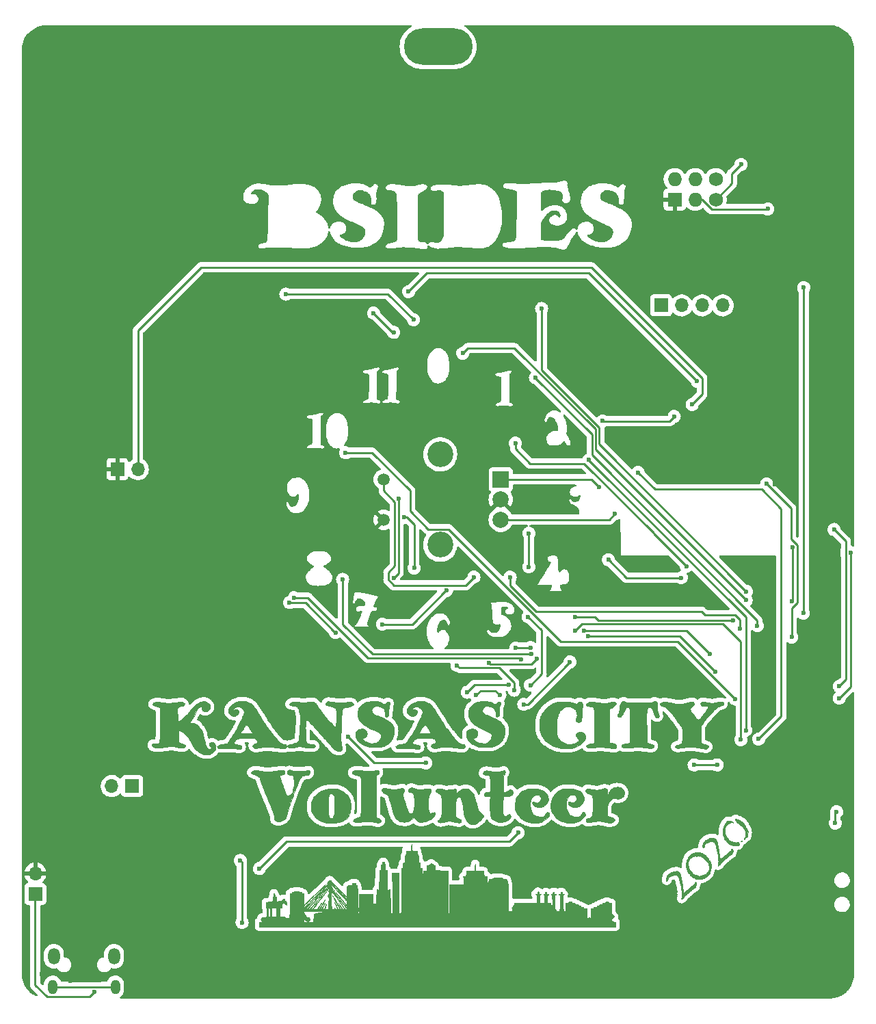
<source format=gbr>
%TF.GenerationSoftware,KiCad,Pcbnew,(6.0.7)*%
%TF.CreationDate,2022-09-02T14:18:50-05:00*%
%TF.ProjectId,BsidesKC-2022-Safe-Badge,42736964-6573-44b4-932d-323032322d53,0-c*%
%TF.SameCoordinates,Original*%
%TF.FileFunction,Copper,L1,Top*%
%TF.FilePolarity,Positive*%
%FSLAX46Y46*%
G04 Gerber Fmt 4.6, Leading zero omitted, Abs format (unit mm)*
G04 Created by KiCad (PCBNEW (6.0.7)) date 2022-09-02 14:18:50*
%MOMM*%
%LPD*%
G01*
G04 APERTURE LIST*
%TA.AperFunction,EtchedComponent*%
%ADD10C,0.010000*%
%TD*%
%TA.AperFunction,ComponentPad*%
%ADD11O,1.727200X1.727200*%
%TD*%
%TA.AperFunction,ComponentPad*%
%ADD12R,1.727200X1.727200*%
%TD*%
%TA.AperFunction,ComponentPad*%
%ADD13C,1.727200*%
%TD*%
%TA.AperFunction,ComponentPad*%
%ADD14O,8.500000X4.500000*%
%TD*%
%TA.AperFunction,ComponentPad*%
%ADD15R,1.700000X1.700000*%
%TD*%
%TA.AperFunction,ComponentPad*%
%ADD16O,1.700000X1.700000*%
%TD*%
%TA.AperFunction,ComponentPad*%
%ADD17O,1.450000X2.000000*%
%TD*%
%TA.AperFunction,ComponentPad*%
%ADD18O,1.150000X1.800000*%
%TD*%
%TA.AperFunction,ComponentPad*%
%ADD19R,2.000000X2.000000*%
%TD*%
%TA.AperFunction,ComponentPad*%
%ADD20C,2.000000*%
%TD*%
%TA.AperFunction,ComponentPad*%
%ADD21C,3.200000*%
%TD*%
%TA.AperFunction,ComponentPad*%
%ADD22C,1.500000*%
%TD*%
%TA.AperFunction,ViaPad*%
%ADD23C,0.600000*%
%TD*%
%TA.AperFunction,Conductor*%
%ADD24C,0.250000*%
%TD*%
G04 APERTURE END LIST*
%TO.C,G\u002A\u002A\u002A*%
G36*
X148357755Y-122584419D02*
G01*
X148569137Y-122626600D01*
X148725311Y-122667915D01*
X148820538Y-122694459D01*
X148895372Y-122711961D01*
X148962872Y-122721789D01*
X149036097Y-122725312D01*
X149128106Y-122723898D01*
X149223714Y-122720144D01*
X149345456Y-122712325D01*
X149493139Y-122698899D01*
X149650996Y-122681513D01*
X149803259Y-122661814D01*
X149857183Y-122653943D01*
X149975883Y-122636087D01*
X150079976Y-122620698D01*
X150162262Y-122608820D01*
X150215541Y-122601495D01*
X150232347Y-122599613D01*
X150258505Y-122619335D01*
X150284130Y-122672863D01*
X150306298Y-122751734D01*
X150322081Y-122847488D01*
X150323856Y-122864196D01*
X150333495Y-122962228D01*
X150344004Y-123024602D01*
X150362056Y-123053831D01*
X150394325Y-123052433D01*
X150447485Y-123022922D01*
X150528210Y-122967814D01*
X150553093Y-122950600D01*
X150781021Y-122805378D01*
X150992025Y-122696894D01*
X151189243Y-122624610D01*
X151375812Y-122587986D01*
X151554872Y-122586482D01*
X151729561Y-122619561D01*
X151903017Y-122686683D01*
X151950181Y-122710645D01*
X152129472Y-122828739D01*
X152280013Y-122976968D01*
X152402681Y-123156389D01*
X152498353Y-123368057D01*
X152500519Y-123374086D01*
X152518617Y-123428651D01*
X152546689Y-123518318D01*
X152583055Y-123637491D01*
X152626034Y-123780576D01*
X152673947Y-123941976D01*
X152725113Y-124116096D01*
X152777852Y-124297340D01*
X152780191Y-124305419D01*
X152832672Y-124484485D01*
X152883768Y-124654533D01*
X152931819Y-124810353D01*
X152975168Y-124946735D01*
X153012154Y-125058468D01*
X153041121Y-125140341D01*
X153060408Y-125187145D01*
X153061604Y-125189443D01*
X153139342Y-125310666D01*
X153241988Y-125428615D01*
X153375776Y-125550037D01*
X153448201Y-125607918D01*
X153564953Y-125705952D01*
X153644428Y-125791271D01*
X153688771Y-125866578D01*
X153700447Y-125925278D01*
X153691587Y-125969318D01*
X153668361Y-126036535D01*
X153635776Y-126112462D01*
X153635391Y-126113279D01*
X153573088Y-126215345D01*
X153479593Y-126329860D01*
X153361881Y-126450957D01*
X153226927Y-126572770D01*
X153081704Y-126689432D01*
X152933187Y-126795077D01*
X152788351Y-126883837D01*
X152654170Y-126949847D01*
X152628849Y-126959946D01*
X152501340Y-126996175D01*
X152365597Y-127014121D01*
X152237021Y-127012716D01*
X152139499Y-126993813D01*
X151975880Y-126918290D01*
X151825336Y-126803588D01*
X151688456Y-126650976D01*
X151565833Y-126461727D01*
X151458057Y-126237112D01*
X151365720Y-125978401D01*
X151289413Y-125686865D01*
X151229726Y-125363777D01*
X151187253Y-125010407D01*
X151180541Y-124932048D01*
X151166424Y-124787643D01*
X151146998Y-124654498D01*
X151119477Y-124517417D01*
X151081074Y-124361202D01*
X151064332Y-124298403D01*
X151016779Y-124127600D01*
X150975760Y-123992681D01*
X150938991Y-123888124D01*
X150904183Y-123808407D01*
X150869050Y-123748010D01*
X150831307Y-123701412D01*
X150807804Y-123678958D01*
X150722595Y-123628834D01*
X150629974Y-123615998D01*
X150536396Y-123637742D01*
X150448312Y-123691356D01*
X150372177Y-123774131D01*
X150314444Y-123883357D01*
X150313213Y-123886616D01*
X150293605Y-123962881D01*
X150276378Y-124079295D01*
X150261654Y-124233735D01*
X150249553Y-124424079D01*
X150240198Y-124648203D01*
X150233708Y-124903984D01*
X150230205Y-125189298D01*
X150229600Y-125352729D01*
X150230084Y-125549520D01*
X150233463Y-125709228D01*
X150242014Y-125837098D01*
X150258013Y-125938376D01*
X150283736Y-126018307D01*
X150321462Y-126082136D01*
X150373465Y-126135109D01*
X150442023Y-126182472D01*
X150529413Y-126229470D01*
X150631297Y-126278252D01*
X150746557Y-126334365D01*
X150828444Y-126380695D01*
X150883142Y-126422536D01*
X150916832Y-126465183D01*
X150935700Y-126513933D01*
X150941821Y-126544161D01*
X150937280Y-126632079D01*
X150894029Y-126704626D01*
X150813736Y-126759143D01*
X150804275Y-126763274D01*
X150721090Y-126782302D01*
X150603294Y-126785539D01*
X150455447Y-126773258D01*
X150282104Y-126745732D01*
X150186797Y-126726229D01*
X149990295Y-126683570D01*
X149830196Y-126649636D01*
X149701673Y-126623545D01*
X149599901Y-126604418D01*
X149520052Y-126591376D01*
X149457301Y-126583538D01*
X149406819Y-126580025D01*
X149382464Y-126579617D01*
X149268305Y-126588714D01*
X149127789Y-126613696D01*
X148972635Y-126651939D01*
X148814557Y-126700821D01*
X148768630Y-126717053D01*
X148633329Y-126755745D01*
X148497297Y-126775658D01*
X148366634Y-126777912D01*
X148247440Y-126763627D01*
X148145813Y-126733922D01*
X148067853Y-126689919D01*
X148019659Y-126632737D01*
X148006630Y-126577125D01*
X148025147Y-126513716D01*
X148077563Y-126438292D01*
X148159180Y-126356225D01*
X148265298Y-126272883D01*
X148284468Y-126259632D01*
X148354848Y-126207577D01*
X148398650Y-126161210D01*
X148427091Y-126107156D01*
X148437883Y-126076711D01*
X148455914Y-126015547D01*
X148471110Y-125949677D01*
X148483650Y-125875304D01*
X148493714Y-125788625D01*
X148501482Y-125685843D01*
X148507133Y-125563156D01*
X148510848Y-125416767D01*
X148512805Y-125242874D01*
X148513186Y-125037678D01*
X148512169Y-124797380D01*
X148510209Y-124548085D01*
X148507944Y-124300310D01*
X148505723Y-124091165D01*
X148503118Y-123916949D01*
X148499699Y-123773961D01*
X148495039Y-123658502D01*
X148488707Y-123566869D01*
X148480276Y-123495363D01*
X148469316Y-123440283D01*
X148455399Y-123397927D01*
X148438095Y-123364596D01*
X148416977Y-123336588D01*
X148391614Y-123310203D01*
X148363696Y-123283739D01*
X148314017Y-123245931D01*
X148237654Y-123198298D01*
X148146675Y-123148058D01*
X148086217Y-123117804D01*
X147954242Y-123050512D01*
X147858929Y-122991468D01*
X147796249Y-122937239D01*
X147762176Y-122884393D01*
X147752630Y-122833486D01*
X147770167Y-122732938D01*
X147822196Y-122655806D01*
X147907843Y-122602240D01*
X148026235Y-122572387D01*
X148176497Y-122566397D01*
X148357755Y-122584419D01*
G37*
D10*
X148357755Y-122584419D02*
X148569137Y-122626600D01*
X148725311Y-122667915D01*
X148820538Y-122694459D01*
X148895372Y-122711961D01*
X148962872Y-122721789D01*
X149036097Y-122725312D01*
X149128106Y-122723898D01*
X149223714Y-122720144D01*
X149345456Y-122712325D01*
X149493139Y-122698899D01*
X149650996Y-122681513D01*
X149803259Y-122661814D01*
X149857183Y-122653943D01*
X149975883Y-122636087D01*
X150079976Y-122620698D01*
X150162262Y-122608820D01*
X150215541Y-122601495D01*
X150232347Y-122599613D01*
X150258505Y-122619335D01*
X150284130Y-122672863D01*
X150306298Y-122751734D01*
X150322081Y-122847488D01*
X150323856Y-122864196D01*
X150333495Y-122962228D01*
X150344004Y-123024602D01*
X150362056Y-123053831D01*
X150394325Y-123052433D01*
X150447485Y-123022922D01*
X150528210Y-122967814D01*
X150553093Y-122950600D01*
X150781021Y-122805378D01*
X150992025Y-122696894D01*
X151189243Y-122624610D01*
X151375812Y-122587986D01*
X151554872Y-122586482D01*
X151729561Y-122619561D01*
X151903017Y-122686683D01*
X151950181Y-122710645D01*
X152129472Y-122828739D01*
X152280013Y-122976968D01*
X152402681Y-123156389D01*
X152498353Y-123368057D01*
X152500519Y-123374086D01*
X152518617Y-123428651D01*
X152546689Y-123518318D01*
X152583055Y-123637491D01*
X152626034Y-123780576D01*
X152673947Y-123941976D01*
X152725113Y-124116096D01*
X152777852Y-124297340D01*
X152780191Y-124305419D01*
X152832672Y-124484485D01*
X152883768Y-124654533D01*
X152931819Y-124810353D01*
X152975168Y-124946735D01*
X153012154Y-125058468D01*
X153041121Y-125140341D01*
X153060408Y-125187145D01*
X153061604Y-125189443D01*
X153139342Y-125310666D01*
X153241988Y-125428615D01*
X153375776Y-125550037D01*
X153448201Y-125607918D01*
X153564953Y-125705952D01*
X153644428Y-125791271D01*
X153688771Y-125866578D01*
X153700447Y-125925278D01*
X153691587Y-125969318D01*
X153668361Y-126036535D01*
X153635776Y-126112462D01*
X153635391Y-126113279D01*
X153573088Y-126215345D01*
X153479593Y-126329860D01*
X153361881Y-126450957D01*
X153226927Y-126572770D01*
X153081704Y-126689432D01*
X152933187Y-126795077D01*
X152788351Y-126883837D01*
X152654170Y-126949847D01*
X152628849Y-126959946D01*
X152501340Y-126996175D01*
X152365597Y-127014121D01*
X152237021Y-127012716D01*
X152139499Y-126993813D01*
X151975880Y-126918290D01*
X151825336Y-126803588D01*
X151688456Y-126650976D01*
X151565833Y-126461727D01*
X151458057Y-126237112D01*
X151365720Y-125978401D01*
X151289413Y-125686865D01*
X151229726Y-125363777D01*
X151187253Y-125010407D01*
X151180541Y-124932048D01*
X151166424Y-124787643D01*
X151146998Y-124654498D01*
X151119477Y-124517417D01*
X151081074Y-124361202D01*
X151064332Y-124298403D01*
X151016779Y-124127600D01*
X150975760Y-123992681D01*
X150938991Y-123888124D01*
X150904183Y-123808407D01*
X150869050Y-123748010D01*
X150831307Y-123701412D01*
X150807804Y-123678958D01*
X150722595Y-123628834D01*
X150629974Y-123615998D01*
X150536396Y-123637742D01*
X150448312Y-123691356D01*
X150372177Y-123774131D01*
X150314444Y-123883357D01*
X150313213Y-123886616D01*
X150293605Y-123962881D01*
X150276378Y-124079295D01*
X150261654Y-124233735D01*
X150249553Y-124424079D01*
X150240198Y-124648203D01*
X150233708Y-124903984D01*
X150230205Y-125189298D01*
X150229600Y-125352729D01*
X150230084Y-125549520D01*
X150233463Y-125709228D01*
X150242014Y-125837098D01*
X150258013Y-125938376D01*
X150283736Y-126018307D01*
X150321462Y-126082136D01*
X150373465Y-126135109D01*
X150442023Y-126182472D01*
X150529413Y-126229470D01*
X150631297Y-126278252D01*
X150746557Y-126334365D01*
X150828444Y-126380695D01*
X150883142Y-126422536D01*
X150916832Y-126465183D01*
X150935700Y-126513933D01*
X150941821Y-126544161D01*
X150937280Y-126632079D01*
X150894029Y-126704626D01*
X150813736Y-126759143D01*
X150804275Y-126763274D01*
X150721090Y-126782302D01*
X150603294Y-126785539D01*
X150455447Y-126773258D01*
X150282104Y-126745732D01*
X150186797Y-126726229D01*
X149990295Y-126683570D01*
X149830196Y-126649636D01*
X149701673Y-126623545D01*
X149599901Y-126604418D01*
X149520052Y-126591376D01*
X149457301Y-126583538D01*
X149406819Y-126580025D01*
X149382464Y-126579617D01*
X149268305Y-126588714D01*
X149127789Y-126613696D01*
X148972635Y-126651939D01*
X148814557Y-126700821D01*
X148768630Y-126717053D01*
X148633329Y-126755745D01*
X148497297Y-126775658D01*
X148366634Y-126777912D01*
X148247440Y-126763627D01*
X148145813Y-126733922D01*
X148067853Y-126689919D01*
X148019659Y-126632737D01*
X148006630Y-126577125D01*
X148025147Y-126513716D01*
X148077563Y-126438292D01*
X148159180Y-126356225D01*
X148265298Y-126272883D01*
X148284468Y-126259632D01*
X148354848Y-126207577D01*
X148398650Y-126161210D01*
X148427091Y-126107156D01*
X148437883Y-126076711D01*
X148455914Y-126015547D01*
X148471110Y-125949677D01*
X148483650Y-125875304D01*
X148493714Y-125788625D01*
X148501482Y-125685843D01*
X148507133Y-125563156D01*
X148510848Y-125416767D01*
X148512805Y-125242874D01*
X148513186Y-125037678D01*
X148512169Y-124797380D01*
X148510209Y-124548085D01*
X148507944Y-124300310D01*
X148505723Y-124091165D01*
X148503118Y-123916949D01*
X148499699Y-123773961D01*
X148495039Y-123658502D01*
X148488707Y-123566869D01*
X148480276Y-123495363D01*
X148469316Y-123440283D01*
X148455399Y-123397927D01*
X148438095Y-123364596D01*
X148416977Y-123336588D01*
X148391614Y-123310203D01*
X148363696Y-123283739D01*
X148314017Y-123245931D01*
X148237654Y-123198298D01*
X148146675Y-123148058D01*
X148086217Y-123117804D01*
X147954242Y-123050512D01*
X147858929Y-122991468D01*
X147796249Y-122937239D01*
X147762176Y-122884393D01*
X147752630Y-122833486D01*
X147770167Y-122732938D01*
X147822196Y-122655806D01*
X147907843Y-122602240D01*
X148026235Y-122572387D01*
X148176497Y-122566397D01*
X148357755Y-122584419D01*
G36*
X160020094Y-122563382D02*
G01*
X160336241Y-122588427D01*
X160619058Y-122638544D01*
X160869179Y-122714075D01*
X161087240Y-122815361D01*
X161273876Y-122942744D01*
X161429723Y-123096566D01*
X161555416Y-123277168D01*
X161651590Y-123484892D01*
X161704195Y-123656537D01*
X161731975Y-123795665D01*
X161736835Y-123912715D01*
X161717174Y-124022181D01*
X161671393Y-124138559D01*
X161645266Y-124190563D01*
X161573886Y-124305579D01*
X161480188Y-124426632D01*
X161373430Y-124543908D01*
X161262873Y-124647591D01*
X161157777Y-124727865D01*
X161113178Y-124754570D01*
X160970182Y-124811197D01*
X160801460Y-124845977D01*
X160617712Y-124858631D01*
X160429638Y-124848880D01*
X160247936Y-124816448D01*
X160130272Y-124780103D01*
X159980458Y-124709446D01*
X159869458Y-124623459D01*
X159796114Y-124520742D01*
X159759264Y-124399895D01*
X159754130Y-124326284D01*
X159757267Y-124254102D01*
X159768977Y-124212283D01*
X159792709Y-124189163D01*
X159795072Y-124187857D01*
X159833407Y-124171908D01*
X159873183Y-124169093D01*
X159924165Y-124181342D01*
X159996118Y-124210586D01*
X160060064Y-124240241D01*
X160169937Y-124289582D01*
X160252076Y-124318584D01*
X160314927Y-124328884D01*
X160366937Y-124322119D01*
X160403857Y-124306859D01*
X160508501Y-124241445D01*
X160609995Y-124157988D01*
X160700445Y-124064967D01*
X160771955Y-123970861D01*
X160816632Y-123884149D01*
X160824997Y-123854571D01*
X160823277Y-123777676D01*
X160795819Y-123683570D01*
X160747806Y-123583954D01*
X160684419Y-123490528D01*
X160643352Y-123444485D01*
X160573184Y-123381623D01*
X160508026Y-123343469D01*
X160429598Y-123319382D01*
X160427818Y-123318981D01*
X160276127Y-123305668D01*
X160128373Y-123332659D01*
X159987875Y-123397928D01*
X159857953Y-123499450D01*
X159741924Y-123635199D01*
X159646843Y-123795529D01*
X159572945Y-123962442D01*
X159522675Y-124121303D01*
X159493431Y-124285139D01*
X159482609Y-124466980D01*
X159484472Y-124608348D01*
X159495190Y-124789434D01*
X159515662Y-124945214D01*
X159549419Y-125092216D01*
X159599994Y-125246970D01*
X159646523Y-125366864D01*
X159726066Y-125534341D01*
X159817929Y-125678816D01*
X159916757Y-125792410D01*
X159962297Y-125831523D01*
X160064608Y-125892054D01*
X160200560Y-125945543D01*
X160361761Y-125989994D01*
X160539819Y-126023406D01*
X160726345Y-126043784D01*
X160877111Y-126049360D01*
X160969529Y-126048169D01*
X161033526Y-126042044D01*
X161082974Y-126027924D01*
X161131743Y-126002751D01*
X161155714Y-125987922D01*
X161211127Y-125946686D01*
X161259902Y-125894214D01*
X161310302Y-125820374D01*
X161354434Y-125744355D01*
X161436272Y-125608632D01*
X161508997Y-125511486D01*
X161571937Y-125453694D01*
X161621334Y-125435946D01*
X161696373Y-125455417D01*
X161765327Y-125507083D01*
X161820919Y-125580822D01*
X161855869Y-125666512D01*
X161862901Y-125754030D01*
X161860706Y-125768848D01*
X161820227Y-125894160D01*
X161743818Y-126025624D01*
X161629696Y-126166044D01*
X161566314Y-126232151D01*
X161345892Y-126426231D01*
X161111353Y-126582314D01*
X160864817Y-126699207D01*
X160608402Y-126775720D01*
X160594193Y-126778704D01*
X160483478Y-126795878D01*
X160343267Y-126809372D01*
X160186279Y-126818706D01*
X160025229Y-126823399D01*
X159872836Y-126822972D01*
X159741815Y-126816943D01*
X159696241Y-126812628D01*
X159365025Y-126756548D01*
X159059359Y-126667153D01*
X158777856Y-126543785D01*
X158519132Y-126385789D01*
X158281801Y-126192507D01*
X158183428Y-126095733D01*
X158020354Y-125908372D01*
X157877130Y-125708152D01*
X157758767Y-125503437D01*
X157670281Y-125302592D01*
X157629447Y-125171363D01*
X157589452Y-124938267D01*
X157579722Y-124686130D01*
X157599167Y-124424349D01*
X157646696Y-124162324D01*
X157721217Y-123909453D01*
X157797392Y-123724589D01*
X157942524Y-123461956D01*
X158114564Y-123232000D01*
X158313456Y-123034767D01*
X158539145Y-122870304D01*
X158791574Y-122738658D01*
X159070686Y-122639874D01*
X159116614Y-122627435D01*
X159212579Y-122604804D01*
X159307302Y-122588284D01*
X159412114Y-122576557D01*
X159538347Y-122568304D01*
X159669980Y-122563069D01*
X160020094Y-122563382D01*
G37*
X160020094Y-122563382D02*
X160336241Y-122588427D01*
X160619058Y-122638544D01*
X160869179Y-122714075D01*
X161087240Y-122815361D01*
X161273876Y-122942744D01*
X161429723Y-123096566D01*
X161555416Y-123277168D01*
X161651590Y-123484892D01*
X161704195Y-123656537D01*
X161731975Y-123795665D01*
X161736835Y-123912715D01*
X161717174Y-124022181D01*
X161671393Y-124138559D01*
X161645266Y-124190563D01*
X161573886Y-124305579D01*
X161480188Y-124426632D01*
X161373430Y-124543908D01*
X161262873Y-124647591D01*
X161157777Y-124727865D01*
X161113178Y-124754570D01*
X160970182Y-124811197D01*
X160801460Y-124845977D01*
X160617712Y-124858631D01*
X160429638Y-124848880D01*
X160247936Y-124816448D01*
X160130272Y-124780103D01*
X159980458Y-124709446D01*
X159869458Y-124623459D01*
X159796114Y-124520742D01*
X159759264Y-124399895D01*
X159754130Y-124326284D01*
X159757267Y-124254102D01*
X159768977Y-124212283D01*
X159792709Y-124189163D01*
X159795072Y-124187857D01*
X159833407Y-124171908D01*
X159873183Y-124169093D01*
X159924165Y-124181342D01*
X159996118Y-124210586D01*
X160060064Y-124240241D01*
X160169937Y-124289582D01*
X160252076Y-124318584D01*
X160314927Y-124328884D01*
X160366937Y-124322119D01*
X160403857Y-124306859D01*
X160508501Y-124241445D01*
X160609995Y-124157988D01*
X160700445Y-124064967D01*
X160771955Y-123970861D01*
X160816632Y-123884149D01*
X160824997Y-123854571D01*
X160823277Y-123777676D01*
X160795819Y-123683570D01*
X160747806Y-123583954D01*
X160684419Y-123490528D01*
X160643352Y-123444485D01*
X160573184Y-123381623D01*
X160508026Y-123343469D01*
X160429598Y-123319382D01*
X160427818Y-123318981D01*
X160276127Y-123305668D01*
X160128373Y-123332659D01*
X159987875Y-123397928D01*
X159857953Y-123499450D01*
X159741924Y-123635199D01*
X159646843Y-123795529D01*
X159572945Y-123962442D01*
X159522675Y-124121303D01*
X159493431Y-124285139D01*
X159482609Y-124466980D01*
X159484472Y-124608348D01*
X159495190Y-124789434D01*
X159515662Y-124945214D01*
X159549419Y-125092216D01*
X159599994Y-125246970D01*
X159646523Y-125366864D01*
X159726066Y-125534341D01*
X159817929Y-125678816D01*
X159916757Y-125792410D01*
X159962297Y-125831523D01*
X160064608Y-125892054D01*
X160200560Y-125945543D01*
X160361761Y-125989994D01*
X160539819Y-126023406D01*
X160726345Y-126043784D01*
X160877111Y-126049360D01*
X160969529Y-126048169D01*
X161033526Y-126042044D01*
X161082974Y-126027924D01*
X161131743Y-126002751D01*
X161155714Y-125987922D01*
X161211127Y-125946686D01*
X161259902Y-125894214D01*
X161310302Y-125820374D01*
X161354434Y-125744355D01*
X161436272Y-125608632D01*
X161508997Y-125511486D01*
X161571937Y-125453694D01*
X161621334Y-125435946D01*
X161696373Y-125455417D01*
X161765327Y-125507083D01*
X161820919Y-125580822D01*
X161855869Y-125666512D01*
X161862901Y-125754030D01*
X161860706Y-125768848D01*
X161820227Y-125894160D01*
X161743818Y-126025624D01*
X161629696Y-126166044D01*
X161566314Y-126232151D01*
X161345892Y-126426231D01*
X161111353Y-126582314D01*
X160864817Y-126699207D01*
X160608402Y-126775720D01*
X160594193Y-126778704D01*
X160483478Y-126795878D01*
X160343267Y-126809372D01*
X160186279Y-126818706D01*
X160025229Y-126823399D01*
X159872836Y-126822972D01*
X159741815Y-126816943D01*
X159696241Y-126812628D01*
X159365025Y-126756548D01*
X159059359Y-126667153D01*
X158777856Y-126543785D01*
X158519132Y-126385789D01*
X158281801Y-126192507D01*
X158183428Y-126095733D01*
X158020354Y-125908372D01*
X157877130Y-125708152D01*
X157758767Y-125503437D01*
X157670281Y-125302592D01*
X157629447Y-125171363D01*
X157589452Y-124938267D01*
X157579722Y-124686130D01*
X157599167Y-124424349D01*
X157646696Y-124162324D01*
X157721217Y-123909453D01*
X157797392Y-123724589D01*
X157942524Y-123461956D01*
X158114564Y-123232000D01*
X158313456Y-123034767D01*
X158539145Y-122870304D01*
X158791574Y-122738658D01*
X159070686Y-122639874D01*
X159116614Y-122627435D01*
X159212579Y-122604804D01*
X159307302Y-122588284D01*
X159412114Y-122576557D01*
X159538347Y-122568304D01*
X159669980Y-122563069D01*
X160020094Y-122563382D01*
G36*
X122956392Y-115488331D02*
G01*
X123051982Y-115329518D01*
X123134837Y-115189000D01*
X123201478Y-115072364D01*
X123248424Y-114985199D01*
X123250077Y-114981943D01*
X123329449Y-114822614D01*
X123416628Y-114643512D01*
X123508314Y-114451754D01*
X123601206Y-114254462D01*
X123692003Y-114058755D01*
X123777405Y-113871752D01*
X123854111Y-113700574D01*
X123918819Y-113552339D01*
X123968230Y-113434169D01*
X123972071Y-113424608D01*
X124024542Y-113289194D01*
X124059788Y-113184754D01*
X124078547Y-113103929D01*
X124081558Y-113039361D01*
X124069563Y-112983692D01*
X124043299Y-112929562D01*
X124024754Y-112900337D01*
X123955101Y-112811690D01*
X123861389Y-112713447D01*
X123755755Y-112616733D01*
X123650336Y-112532674D01*
X123558856Y-112473256D01*
X123496536Y-112441619D01*
X123445734Y-112424907D01*
X123389657Y-112420120D01*
X123311512Y-112424255D01*
X123293147Y-112425772D01*
X123157884Y-112442961D01*
X123050829Y-112472111D01*
X122958367Y-112518629D01*
X122866884Y-112587919D01*
X122852113Y-112600870D01*
X122789209Y-112660170D01*
X122753390Y-112704885D01*
X122737636Y-112745509D01*
X122734800Y-112776268D01*
X122735609Y-112823278D01*
X122744957Y-112834248D01*
X122769962Y-112815446D01*
X122774562Y-112811297D01*
X122862328Y-112756004D01*
X122967056Y-112735763D01*
X123093200Y-112749749D01*
X123098963Y-112751057D01*
X123173957Y-112770196D01*
X123236289Y-112789298D01*
X123266418Y-112801384D01*
X123320709Y-112853744D01*
X123354694Y-112939048D01*
X123367360Y-113052561D01*
X123357695Y-113189546D01*
X123354196Y-113212196D01*
X123337392Y-113269054D01*
X123302130Y-113326503D01*
X123241353Y-113395373D01*
X123222137Y-113414852D01*
X123152674Y-113480043D01*
X123093291Y-113522280D01*
X123027384Y-113551472D01*
X122958553Y-113572161D01*
X122870175Y-113593255D01*
X122800065Y-113600755D01*
X122726816Y-113595829D01*
X122674166Y-113587689D01*
X122527546Y-113542799D01*
X122392582Y-113464080D01*
X122277021Y-113358443D01*
X122188607Y-113232798D01*
X122139174Y-113110301D01*
X122120313Y-112977090D01*
X122127210Y-112829877D01*
X122158003Y-112686741D01*
X122191697Y-112600845D01*
X122277079Y-112465434D01*
X122398707Y-112328972D01*
X122550830Y-112195724D01*
X122727699Y-112069961D01*
X122923562Y-111955948D01*
X123132668Y-111857956D01*
X123256588Y-111810550D01*
X123316366Y-111790273D01*
X123368593Y-111775395D01*
X123421385Y-111765098D01*
X123482858Y-111758564D01*
X123561126Y-111754975D01*
X123664307Y-111753512D01*
X123800516Y-111753360D01*
X123823714Y-111753398D01*
X123966850Y-111754019D01*
X124076269Y-111755862D01*
X124160583Y-111759784D01*
X124228409Y-111766643D01*
X124288358Y-111777296D01*
X124349046Y-111792599D01*
X124415336Y-111812257D01*
X124615407Y-111885148D01*
X124801613Y-111975208D01*
X124962898Y-112076681D01*
X125039308Y-112137301D01*
X125093149Y-112188361D01*
X125152314Y-112252616D01*
X125218615Y-112332642D01*
X125293868Y-112431015D01*
X125379887Y-112550310D01*
X125478485Y-112693104D01*
X125591478Y-112861971D01*
X125720679Y-113059488D01*
X125867903Y-113288229D01*
X126034964Y-113550772D01*
X126035021Y-113550863D01*
X126226212Y-113851940D01*
X126397884Y-114120601D01*
X126552587Y-114360557D01*
X126692866Y-114575520D01*
X126821269Y-114769202D01*
X126940345Y-114945315D01*
X127052639Y-115107569D01*
X127160701Y-115259677D01*
X127267076Y-115405351D01*
X127374313Y-115548301D01*
X127484959Y-115692241D01*
X127601561Y-115840881D01*
X127639944Y-115889286D01*
X127842616Y-116139713D01*
X128025470Y-116355755D01*
X128190399Y-116539369D01*
X128339290Y-116692513D01*
X128474035Y-116817148D01*
X128596522Y-116915231D01*
X128690627Y-116978115D01*
X128776477Y-117022683D01*
X128861352Y-117047985D01*
X128953529Y-117059968D01*
X129094416Y-117082040D01*
X129198753Y-117122702D01*
X129268890Y-117183854D01*
X129307179Y-117267393D01*
X129316464Y-117352903D01*
X129298354Y-117442129D01*
X129243664Y-117511379D01*
X129151850Y-117561163D01*
X129072238Y-117583281D01*
X129013503Y-117593174D01*
X128949784Y-117598459D01*
X128875369Y-117598760D01*
X128784546Y-117593699D01*
X128671600Y-117582901D01*
X128530821Y-117565987D01*
X128356496Y-117542581D01*
X128268714Y-117530273D01*
X128056294Y-117500931D01*
X127875504Y-117478016D01*
X127716233Y-117460885D01*
X127568370Y-117448896D01*
X127421807Y-117441405D01*
X127266432Y-117437770D01*
X127092137Y-117437348D01*
X126888810Y-117439497D01*
X126850129Y-117440079D01*
X126672465Y-117443064D01*
X126530159Y-117446254D01*
X126416237Y-117450209D01*
X126323724Y-117455488D01*
X126245645Y-117462651D01*
X126175028Y-117472257D01*
X126104896Y-117484868D01*
X126028278Y-117501042D01*
X125993297Y-117508849D01*
X125793915Y-117547333D01*
X125620801Y-117567494D01*
X125477192Y-117569216D01*
X125366323Y-117552386D01*
X125315964Y-117532859D01*
X125208022Y-117462720D01*
X125141503Y-117388449D01*
X125115588Y-117308750D01*
X125126241Y-117231506D01*
X125168202Y-117154519D01*
X125240997Y-117091096D01*
X125348992Y-117038036D01*
X125425796Y-117011861D01*
X125535819Y-116977197D01*
X125611348Y-116948602D01*
X125658802Y-116921281D01*
X125684601Y-116890439D01*
X125695165Y-116851279D01*
X125696964Y-116809306D01*
X125676787Y-116674916D01*
X125619139Y-116554256D01*
X125528341Y-116454311D01*
X125442443Y-116397844D01*
X125394886Y-116375708D01*
X125343510Y-116357578D01*
X125283918Y-116343140D01*
X125211713Y-116332079D01*
X125122496Y-116324081D01*
X125011871Y-116318830D01*
X124875440Y-116316011D01*
X124708806Y-116315312D01*
X124507571Y-116316415D01*
X124330222Y-116318250D01*
X124124065Y-116320830D01*
X123955299Y-116323455D01*
X123818984Y-116326404D01*
X123710178Y-116329958D01*
X123623941Y-116334398D01*
X123555330Y-116340004D01*
X123499406Y-116347055D01*
X123451227Y-116355833D01*
X123405853Y-116366618D01*
X123386535Y-116371788D01*
X123196968Y-116436678D01*
X123046624Y-116516840D01*
X122935140Y-116612545D01*
X122862155Y-116724061D01*
X122842862Y-116775783D01*
X122823270Y-116867685D01*
X122820129Y-116949617D01*
X122833199Y-117010242D01*
X122848223Y-117031265D01*
X122879070Y-117044319D01*
X122943054Y-117062989D01*
X123031707Y-117085068D01*
X123136561Y-117108346D01*
X123171014Y-117115458D01*
X123356996Y-117156966D01*
X123503959Y-117198964D01*
X123615198Y-117243270D01*
X123694007Y-117291706D01*
X123743680Y-117346089D01*
X123767511Y-117408240D01*
X123770797Y-117446760D01*
X123751060Y-117531688D01*
X123695448Y-117601642D01*
X123609355Y-117651069D01*
X123557593Y-117666131D01*
X123514485Y-117675580D01*
X123481077Y-117681778D01*
X123449353Y-117684079D01*
X123411298Y-117681837D01*
X123358895Y-117674405D01*
X123284129Y-117661137D01*
X123178983Y-117641387D01*
X123125214Y-117631262D01*
X123042112Y-117616369D01*
X122964069Y-117604381D01*
X122884605Y-117594870D01*
X122797238Y-117587406D01*
X122695487Y-117581561D01*
X122572871Y-117576907D01*
X122422908Y-117573015D01*
X122239118Y-117569457D01*
X122173763Y-117568346D01*
X121959001Y-117565371D01*
X121782943Y-117564311D01*
X121642000Y-117565232D01*
X121532583Y-117568202D01*
X121451102Y-117573286D01*
X121393969Y-117580551D01*
X121381547Y-117583052D01*
X121226713Y-117607341D01*
X121079872Y-117610917D01*
X120951498Y-117594133D01*
X120867931Y-117565705D01*
X120780017Y-117507139D01*
X120729935Y-117438655D01*
X120718191Y-117365836D01*
X120745288Y-117294264D01*
X120811733Y-117229523D01*
X120836133Y-117214141D01*
X120898469Y-117181510D01*
X120964176Y-117155512D01*
X121041720Y-117134045D01*
X121139565Y-117115005D01*
X121266177Y-117096290D01*
X121357797Y-117084549D01*
X121546253Y-117058641D01*
X121698579Y-117030709D01*
X121820976Y-116998114D01*
X121919641Y-116958216D01*
X122000776Y-116908377D01*
X122070578Y-116845955D01*
X122135247Y-116768313D01*
X122150863Y-116746882D01*
X122223040Y-116642880D01*
X122310324Y-116512468D01*
X122409235Y-116361235D01*
X122516293Y-116194769D01*
X122628018Y-116018658D01*
X122740930Y-115838489D01*
X122800918Y-115741613D01*
X123600895Y-115741613D01*
X124342013Y-115741613D01*
X124514374Y-115741310D01*
X124672539Y-115740450D01*
X124811718Y-115739103D01*
X124927123Y-115737342D01*
X125013964Y-115735236D01*
X125067452Y-115732857D01*
X125083130Y-115730606D01*
X125072908Y-115699946D01*
X125045054Y-115640743D01*
X125003789Y-115560711D01*
X124953336Y-115467565D01*
X124897914Y-115369018D01*
X124841744Y-115272784D01*
X124789049Y-115186579D01*
X124764861Y-115148946D01*
X124697620Y-115053466D01*
X124622225Y-114957465D01*
X124544415Y-114867092D01*
X124469928Y-114788500D01*
X124404503Y-114727840D01*
X124353878Y-114691262D01*
X124330454Y-114683279D01*
X124294007Y-114698440D01*
X124242431Y-114744873D01*
X124174522Y-114824000D01*
X124089077Y-114937245D01*
X123984895Y-115086031D01*
X123963722Y-115117196D01*
X123866203Y-115262608D01*
X123789941Y-115379628D01*
X123731366Y-115474156D01*
X123686911Y-115552091D01*
X123653007Y-115619331D01*
X123634041Y-115662238D01*
X123600895Y-115741613D01*
X122800918Y-115741613D01*
X122851548Y-115659851D01*
X122956392Y-115488331D01*
G37*
X122956392Y-115488331D02*
X123051982Y-115329518D01*
X123134837Y-115189000D01*
X123201478Y-115072364D01*
X123248424Y-114985199D01*
X123250077Y-114981943D01*
X123329449Y-114822614D01*
X123416628Y-114643512D01*
X123508314Y-114451754D01*
X123601206Y-114254462D01*
X123692003Y-114058755D01*
X123777405Y-113871752D01*
X123854111Y-113700574D01*
X123918819Y-113552339D01*
X123968230Y-113434169D01*
X123972071Y-113424608D01*
X124024542Y-113289194D01*
X124059788Y-113184754D01*
X124078547Y-113103929D01*
X124081558Y-113039361D01*
X124069563Y-112983692D01*
X124043299Y-112929562D01*
X124024754Y-112900337D01*
X123955101Y-112811690D01*
X123861389Y-112713447D01*
X123755755Y-112616733D01*
X123650336Y-112532674D01*
X123558856Y-112473256D01*
X123496536Y-112441619D01*
X123445734Y-112424907D01*
X123389657Y-112420120D01*
X123311512Y-112424255D01*
X123293147Y-112425772D01*
X123157884Y-112442961D01*
X123050829Y-112472111D01*
X122958367Y-112518629D01*
X122866884Y-112587919D01*
X122852113Y-112600870D01*
X122789209Y-112660170D01*
X122753390Y-112704885D01*
X122737636Y-112745509D01*
X122734800Y-112776268D01*
X122735609Y-112823278D01*
X122744957Y-112834248D01*
X122769962Y-112815446D01*
X122774562Y-112811297D01*
X122862328Y-112756004D01*
X122967056Y-112735763D01*
X123093200Y-112749749D01*
X123098963Y-112751057D01*
X123173957Y-112770196D01*
X123236289Y-112789298D01*
X123266418Y-112801384D01*
X123320709Y-112853744D01*
X123354694Y-112939048D01*
X123367360Y-113052561D01*
X123357695Y-113189546D01*
X123354196Y-113212196D01*
X123337392Y-113269054D01*
X123302130Y-113326503D01*
X123241353Y-113395373D01*
X123222137Y-113414852D01*
X123152674Y-113480043D01*
X123093291Y-113522280D01*
X123027384Y-113551472D01*
X122958553Y-113572161D01*
X122870175Y-113593255D01*
X122800065Y-113600755D01*
X122726816Y-113595829D01*
X122674166Y-113587689D01*
X122527546Y-113542799D01*
X122392582Y-113464080D01*
X122277021Y-113358443D01*
X122188607Y-113232798D01*
X122139174Y-113110301D01*
X122120313Y-112977090D01*
X122127210Y-112829877D01*
X122158003Y-112686741D01*
X122191697Y-112600845D01*
X122277079Y-112465434D01*
X122398707Y-112328972D01*
X122550830Y-112195724D01*
X122727699Y-112069961D01*
X122923562Y-111955948D01*
X123132668Y-111857956D01*
X123256588Y-111810550D01*
X123316366Y-111790273D01*
X123368593Y-111775395D01*
X123421385Y-111765098D01*
X123482858Y-111758564D01*
X123561126Y-111754975D01*
X123664307Y-111753512D01*
X123800516Y-111753360D01*
X123823714Y-111753398D01*
X123966850Y-111754019D01*
X124076269Y-111755862D01*
X124160583Y-111759784D01*
X124228409Y-111766643D01*
X124288358Y-111777296D01*
X124349046Y-111792599D01*
X124415336Y-111812257D01*
X124615407Y-111885148D01*
X124801613Y-111975208D01*
X124962898Y-112076681D01*
X125039308Y-112137301D01*
X125093149Y-112188361D01*
X125152314Y-112252616D01*
X125218615Y-112332642D01*
X125293868Y-112431015D01*
X125379887Y-112550310D01*
X125478485Y-112693104D01*
X125591478Y-112861971D01*
X125720679Y-113059488D01*
X125867903Y-113288229D01*
X126034964Y-113550772D01*
X126035021Y-113550863D01*
X126226212Y-113851940D01*
X126397884Y-114120601D01*
X126552587Y-114360557D01*
X126692866Y-114575520D01*
X126821269Y-114769202D01*
X126940345Y-114945315D01*
X127052639Y-115107569D01*
X127160701Y-115259677D01*
X127267076Y-115405351D01*
X127374313Y-115548301D01*
X127484959Y-115692241D01*
X127601561Y-115840881D01*
X127639944Y-115889286D01*
X127842616Y-116139713D01*
X128025470Y-116355755D01*
X128190399Y-116539369D01*
X128339290Y-116692513D01*
X128474035Y-116817148D01*
X128596522Y-116915231D01*
X128690627Y-116978115D01*
X128776477Y-117022683D01*
X128861352Y-117047985D01*
X128953529Y-117059968D01*
X129094416Y-117082040D01*
X129198753Y-117122702D01*
X129268890Y-117183854D01*
X129307179Y-117267393D01*
X129316464Y-117352903D01*
X129298354Y-117442129D01*
X129243664Y-117511379D01*
X129151850Y-117561163D01*
X129072238Y-117583281D01*
X129013503Y-117593174D01*
X128949784Y-117598459D01*
X128875369Y-117598760D01*
X128784546Y-117593699D01*
X128671600Y-117582901D01*
X128530821Y-117565987D01*
X128356496Y-117542581D01*
X128268714Y-117530273D01*
X128056294Y-117500931D01*
X127875504Y-117478016D01*
X127716233Y-117460885D01*
X127568370Y-117448896D01*
X127421807Y-117441405D01*
X127266432Y-117437770D01*
X127092137Y-117437348D01*
X126888810Y-117439497D01*
X126850129Y-117440079D01*
X126672465Y-117443064D01*
X126530159Y-117446254D01*
X126416237Y-117450209D01*
X126323724Y-117455488D01*
X126245645Y-117462651D01*
X126175028Y-117472257D01*
X126104896Y-117484868D01*
X126028278Y-117501042D01*
X125993297Y-117508849D01*
X125793915Y-117547333D01*
X125620801Y-117567494D01*
X125477192Y-117569216D01*
X125366323Y-117552386D01*
X125315964Y-117532859D01*
X125208022Y-117462720D01*
X125141503Y-117388449D01*
X125115588Y-117308750D01*
X125126241Y-117231506D01*
X125168202Y-117154519D01*
X125240997Y-117091096D01*
X125348992Y-117038036D01*
X125425796Y-117011861D01*
X125535819Y-116977197D01*
X125611348Y-116948602D01*
X125658802Y-116921281D01*
X125684601Y-116890439D01*
X125695165Y-116851279D01*
X125696964Y-116809306D01*
X125676787Y-116674916D01*
X125619139Y-116554256D01*
X125528341Y-116454311D01*
X125442443Y-116397844D01*
X125394886Y-116375708D01*
X125343510Y-116357578D01*
X125283918Y-116343140D01*
X125211713Y-116332079D01*
X125122496Y-116324081D01*
X125011871Y-116318830D01*
X124875440Y-116316011D01*
X124708806Y-116315312D01*
X124507571Y-116316415D01*
X124330222Y-116318250D01*
X124124065Y-116320830D01*
X123955299Y-116323455D01*
X123818984Y-116326404D01*
X123710178Y-116329958D01*
X123623941Y-116334398D01*
X123555330Y-116340004D01*
X123499406Y-116347055D01*
X123451227Y-116355833D01*
X123405853Y-116366618D01*
X123386535Y-116371788D01*
X123196968Y-116436678D01*
X123046624Y-116516840D01*
X122935140Y-116612545D01*
X122862155Y-116724061D01*
X122842862Y-116775783D01*
X122823270Y-116867685D01*
X122820129Y-116949617D01*
X122833199Y-117010242D01*
X122848223Y-117031265D01*
X122879070Y-117044319D01*
X122943054Y-117062989D01*
X123031707Y-117085068D01*
X123136561Y-117108346D01*
X123171014Y-117115458D01*
X123356996Y-117156966D01*
X123503959Y-117198964D01*
X123615198Y-117243270D01*
X123694007Y-117291706D01*
X123743680Y-117346089D01*
X123767511Y-117408240D01*
X123770797Y-117446760D01*
X123751060Y-117531688D01*
X123695448Y-117601642D01*
X123609355Y-117651069D01*
X123557593Y-117666131D01*
X123514485Y-117675580D01*
X123481077Y-117681778D01*
X123449353Y-117684079D01*
X123411298Y-117681837D01*
X123358895Y-117674405D01*
X123284129Y-117661137D01*
X123178983Y-117641387D01*
X123125214Y-117631262D01*
X123042112Y-117616369D01*
X122964069Y-117604381D01*
X122884605Y-117594870D01*
X122797238Y-117587406D01*
X122695487Y-117581561D01*
X122572871Y-117576907D01*
X122422908Y-117573015D01*
X122239118Y-117569457D01*
X122173763Y-117568346D01*
X121959001Y-117565371D01*
X121782943Y-117564311D01*
X121642000Y-117565232D01*
X121532583Y-117568202D01*
X121451102Y-117573286D01*
X121393969Y-117580551D01*
X121381547Y-117583052D01*
X121226713Y-117607341D01*
X121079872Y-117610917D01*
X120951498Y-117594133D01*
X120867931Y-117565705D01*
X120780017Y-117507139D01*
X120729935Y-117438655D01*
X120718191Y-117365836D01*
X120745288Y-117294264D01*
X120811733Y-117229523D01*
X120836133Y-117214141D01*
X120898469Y-117181510D01*
X120964176Y-117155512D01*
X121041720Y-117134045D01*
X121139565Y-117115005D01*
X121266177Y-117096290D01*
X121357797Y-117084549D01*
X121546253Y-117058641D01*
X121698579Y-117030709D01*
X121820976Y-116998114D01*
X121919641Y-116958216D01*
X122000776Y-116908377D01*
X122070578Y-116845955D01*
X122135247Y-116768313D01*
X122150863Y-116746882D01*
X122223040Y-116642880D01*
X122310324Y-116512468D01*
X122409235Y-116361235D01*
X122516293Y-116194769D01*
X122628018Y-116018658D01*
X122740930Y-115838489D01*
X122800918Y-115741613D01*
X123600895Y-115741613D01*
X124342013Y-115741613D01*
X124514374Y-115741310D01*
X124672539Y-115740450D01*
X124811718Y-115739103D01*
X124927123Y-115737342D01*
X125013964Y-115735236D01*
X125067452Y-115732857D01*
X125083130Y-115730606D01*
X125072908Y-115699946D01*
X125045054Y-115640743D01*
X125003789Y-115560711D01*
X124953336Y-115467565D01*
X124897914Y-115369018D01*
X124841744Y-115272784D01*
X124789049Y-115186579D01*
X124764861Y-115148946D01*
X124697620Y-115053466D01*
X124622225Y-114957465D01*
X124544415Y-114867092D01*
X124469928Y-114788500D01*
X124404503Y-114727840D01*
X124353878Y-114691262D01*
X124330454Y-114683279D01*
X124294007Y-114698440D01*
X124242431Y-114744873D01*
X124174522Y-114824000D01*
X124089077Y-114937245D01*
X123984895Y-115086031D01*
X123963722Y-115117196D01*
X123866203Y-115262608D01*
X123789941Y-115379628D01*
X123731366Y-115474156D01*
X123686911Y-115552091D01*
X123653007Y-115619331D01*
X123634041Y-115662238D01*
X123600895Y-115741613D01*
X122800918Y-115741613D01*
X122851548Y-115659851D01*
X122956392Y-115488331D01*
G36*
X132356365Y-124616822D02*
G01*
X132358610Y-124508464D01*
X132363043Y-124424639D01*
X132370571Y-124356446D01*
X132382102Y-124294987D01*
X132398542Y-124231361D01*
X132414742Y-124176529D01*
X132498904Y-123942743D01*
X132603248Y-123735690D01*
X132734703Y-123541900D01*
X132753479Y-123517820D01*
X132935878Y-123319079D01*
X133153056Y-123138063D01*
X133400111Y-122977752D01*
X133672139Y-122841128D01*
X133964238Y-122731170D01*
X134122813Y-122685421D01*
X134326048Y-122637322D01*
X134514755Y-122603541D01*
X134703853Y-122582284D01*
X134908262Y-122571758D01*
X135084380Y-122569835D01*
X135289968Y-122574930D01*
X135466333Y-122590674D01*
X135625742Y-122619292D01*
X135780458Y-122663006D01*
X135942747Y-122724041D01*
X135948855Y-122726577D01*
X136132046Y-122816647D01*
X136321096Y-122934298D01*
X136505965Y-123071638D01*
X136676609Y-123220773D01*
X136822987Y-123373811D01*
X136904859Y-123477937D01*
X137050096Y-123718953D01*
X137159603Y-123980411D01*
X137231098Y-124256806D01*
X137233786Y-124271779D01*
X137251433Y-124422531D01*
X137258482Y-124603301D01*
X137255680Y-124803325D01*
X137243771Y-125011836D01*
X137223504Y-125218069D01*
X137195624Y-125411258D01*
X137160878Y-125580636D01*
X137137091Y-125666214D01*
X137044262Y-125892910D01*
X136916639Y-126095536D01*
X136754280Y-126274047D01*
X136557242Y-126428402D01*
X136325584Y-126558557D01*
X136059364Y-126664471D01*
X135758641Y-126746101D01*
X135624130Y-126772764D01*
X135507988Y-126789049D01*
X135361327Y-126802787D01*
X135193753Y-126813700D01*
X135014872Y-126821513D01*
X134834292Y-126825949D01*
X134661617Y-126826732D01*
X134506455Y-126823585D01*
X134378412Y-126816233D01*
X134322380Y-126810209D01*
X134010937Y-126750870D01*
X133714743Y-126660289D01*
X133438130Y-126540671D01*
X133185433Y-126394226D01*
X132960984Y-126223159D01*
X132769117Y-126029677D01*
X132753504Y-126011130D01*
X132669228Y-125894728D01*
X132583809Y-125750908D01*
X132504384Y-125593769D01*
X132438090Y-125437409D01*
X132392698Y-125298363D01*
X132377846Y-125232889D01*
X132367251Y-125162027D01*
X132360339Y-125077507D01*
X132356540Y-124971057D01*
X132355281Y-124834408D01*
X132355357Y-124785516D01*
X134444693Y-124785516D01*
X134444836Y-124991336D01*
X134447591Y-125187327D01*
X134453022Y-125367277D01*
X134461191Y-125524975D01*
X134472162Y-125654207D01*
X134485997Y-125748763D01*
X134489368Y-125764029D01*
X134539165Y-125922073D01*
X134603649Y-126048781D01*
X134680377Y-126142083D01*
X134766902Y-126199910D01*
X134860778Y-126220191D01*
X134959562Y-126200857D01*
X134989358Y-126187245D01*
X135055291Y-126131934D01*
X135116103Y-126039070D01*
X135169164Y-125913363D01*
X135199648Y-125810855D01*
X135222310Y-125696372D01*
X135241420Y-125548221D01*
X135256942Y-125372803D01*
X135268845Y-125176522D01*
X135277096Y-124965781D01*
X135281660Y-124746983D01*
X135282505Y-124526531D01*
X135279598Y-124310829D01*
X135272905Y-124106279D01*
X135262393Y-123919284D01*
X135248030Y-123756248D01*
X135229782Y-123623573D01*
X135211406Y-123540199D01*
X135156588Y-123402937D01*
X135081208Y-123297856D01*
X134988008Y-123227531D01*
X134879733Y-123194537D01*
X134840688Y-123192279D01*
X134743403Y-123208135D01*
X134662912Y-123257097D01*
X134597492Y-123341252D01*
X134545420Y-123462691D01*
X134511506Y-123591398D01*
X134495138Y-123692078D01*
X134480939Y-123826415D01*
X134468973Y-123988195D01*
X134459301Y-124171208D01*
X134451989Y-124369240D01*
X134447098Y-124576080D01*
X134444693Y-124785516D01*
X132355357Y-124785516D01*
X132355400Y-124758613D01*
X132356365Y-124616822D01*
G37*
X132356365Y-124616822D02*
X132358610Y-124508464D01*
X132363043Y-124424639D01*
X132370571Y-124356446D01*
X132382102Y-124294987D01*
X132398542Y-124231361D01*
X132414742Y-124176529D01*
X132498904Y-123942743D01*
X132603248Y-123735690D01*
X132734703Y-123541900D01*
X132753479Y-123517820D01*
X132935878Y-123319079D01*
X133153056Y-123138063D01*
X133400111Y-122977752D01*
X133672139Y-122841128D01*
X133964238Y-122731170D01*
X134122813Y-122685421D01*
X134326048Y-122637322D01*
X134514755Y-122603541D01*
X134703853Y-122582284D01*
X134908262Y-122571758D01*
X135084380Y-122569835D01*
X135289968Y-122574930D01*
X135466333Y-122590674D01*
X135625742Y-122619292D01*
X135780458Y-122663006D01*
X135942747Y-122724041D01*
X135948855Y-122726577D01*
X136132046Y-122816647D01*
X136321096Y-122934298D01*
X136505965Y-123071638D01*
X136676609Y-123220773D01*
X136822987Y-123373811D01*
X136904859Y-123477937D01*
X137050096Y-123718953D01*
X137159603Y-123980411D01*
X137231098Y-124256806D01*
X137233786Y-124271779D01*
X137251433Y-124422531D01*
X137258482Y-124603301D01*
X137255680Y-124803325D01*
X137243771Y-125011836D01*
X137223504Y-125218069D01*
X137195624Y-125411258D01*
X137160878Y-125580636D01*
X137137091Y-125666214D01*
X137044262Y-125892910D01*
X136916639Y-126095536D01*
X136754280Y-126274047D01*
X136557242Y-126428402D01*
X136325584Y-126558557D01*
X136059364Y-126664471D01*
X135758641Y-126746101D01*
X135624130Y-126772764D01*
X135507988Y-126789049D01*
X135361327Y-126802787D01*
X135193753Y-126813700D01*
X135014872Y-126821513D01*
X134834292Y-126825949D01*
X134661617Y-126826732D01*
X134506455Y-126823585D01*
X134378412Y-126816233D01*
X134322380Y-126810209D01*
X134010937Y-126750870D01*
X133714743Y-126660289D01*
X133438130Y-126540671D01*
X133185433Y-126394226D01*
X132960984Y-126223159D01*
X132769117Y-126029677D01*
X132753504Y-126011130D01*
X132669228Y-125894728D01*
X132583809Y-125750908D01*
X132504384Y-125593769D01*
X132438090Y-125437409D01*
X132392698Y-125298363D01*
X132377846Y-125232889D01*
X132367251Y-125162027D01*
X132360339Y-125077507D01*
X132356540Y-124971057D01*
X132355281Y-124834408D01*
X132355357Y-124785516D01*
X134444693Y-124785516D01*
X134444836Y-124991336D01*
X134447591Y-125187327D01*
X134453022Y-125367277D01*
X134461191Y-125524975D01*
X134472162Y-125654207D01*
X134485997Y-125748763D01*
X134489368Y-125764029D01*
X134539165Y-125922073D01*
X134603649Y-126048781D01*
X134680377Y-126142083D01*
X134766902Y-126199910D01*
X134860778Y-126220191D01*
X134959562Y-126200857D01*
X134989358Y-126187245D01*
X135055291Y-126131934D01*
X135116103Y-126039070D01*
X135169164Y-125913363D01*
X135199648Y-125810855D01*
X135222310Y-125696372D01*
X135241420Y-125548221D01*
X135256942Y-125372803D01*
X135268845Y-125176522D01*
X135277096Y-124965781D01*
X135281660Y-124746983D01*
X135282505Y-124526531D01*
X135279598Y-124310829D01*
X135272905Y-124106279D01*
X135262393Y-123919284D01*
X135248030Y-123756248D01*
X135229782Y-123623573D01*
X135211406Y-123540199D01*
X135156588Y-123402937D01*
X135081208Y-123297856D01*
X134988008Y-123227531D01*
X134879733Y-123194537D01*
X134840688Y-123192279D01*
X134743403Y-123208135D01*
X134662912Y-123257097D01*
X134597492Y-123341252D01*
X134545420Y-123462691D01*
X134511506Y-123591398D01*
X134495138Y-123692078D01*
X134480939Y-123826415D01*
X134468973Y-123988195D01*
X134459301Y-124171208D01*
X134451989Y-124369240D01*
X134447098Y-124576080D01*
X134444693Y-124785516D01*
X132355357Y-124785516D01*
X132355400Y-124758613D01*
X132356365Y-124616822D01*
G36*
X174988663Y-111750716D02*
G01*
X175060855Y-111784032D01*
X175107830Y-111823866D01*
X175174047Y-111890072D01*
X175187651Y-112339467D01*
X175192443Y-112494743D01*
X175197066Y-112615978D01*
X175202787Y-112711441D01*
X175210874Y-112789400D01*
X175222593Y-112858123D01*
X175239212Y-112925879D01*
X175261998Y-113000936D01*
X175292218Y-113091563D01*
X175311669Y-113148696D01*
X175365423Y-113311929D01*
X175402805Y-113441184D01*
X175423828Y-113541519D01*
X175428504Y-113617989D01*
X175416848Y-113675651D01*
X175388873Y-113719559D01*
X175344593Y-113754772D01*
X175313326Y-113772247D01*
X175213340Y-113809101D01*
X175127331Y-113808329D01*
X175049384Y-113769673D01*
X175037572Y-113760213D01*
X174984895Y-113699290D01*
X174926514Y-113602704D01*
X174865178Y-113476276D01*
X174803637Y-113325824D01*
X174744640Y-113157167D01*
X174728609Y-113106363D01*
X174678925Y-112954880D01*
X174632445Y-112837091D01*
X174584999Y-112745004D01*
X174532420Y-112670625D01*
X174470540Y-112605963D01*
X174465020Y-112600931D01*
X174371045Y-112534334D01*
X174278912Y-112508630D01*
X174183337Y-112522985D01*
X174127566Y-112547560D01*
X174064452Y-112588394D01*
X174016256Y-112640966D01*
X173970110Y-112719479D01*
X173967906Y-112723791D01*
X173904047Y-112849219D01*
X173896766Y-113506958D01*
X173895687Y-113650613D01*
X173895167Y-113830361D01*
X173895183Y-114039965D01*
X173895710Y-114273186D01*
X173896725Y-114523788D01*
X173898203Y-114785534D01*
X173900120Y-115052187D01*
X173902452Y-115317510D01*
X173904558Y-115520907D01*
X173919631Y-116877118D01*
X174324589Y-117000999D01*
X174450638Y-117040464D01*
X174564245Y-117077740D01*
X174658611Y-117110460D01*
X174726932Y-117136252D01*
X174762407Y-117152749D01*
X174764363Y-117154180D01*
X174802583Y-117211797D01*
X174812499Y-117288006D01*
X174795542Y-117371267D01*
X174753143Y-117450040D01*
X174723538Y-117483480D01*
X174643749Y-117534065D01*
X174551182Y-117561652D01*
X174489035Y-117572692D01*
X174438566Y-117578375D01*
X174386842Y-117578676D01*
X174320927Y-117573569D01*
X174227889Y-117563031D01*
X174210964Y-117561001D01*
X173930866Y-117527469D01*
X173688418Y-117498995D01*
X173479265Y-117475371D01*
X173299052Y-117456393D01*
X173143423Y-117441856D01*
X173008025Y-117431553D01*
X172888501Y-117425280D01*
X172780496Y-117422832D01*
X172679656Y-117424003D01*
X172581626Y-117428587D01*
X172482050Y-117436380D01*
X172376574Y-117447175D01*
X172260841Y-117460768D01*
X172212219Y-117466755D01*
X172037239Y-117487590D01*
X171892709Y-117502430D01*
X171767276Y-117511955D01*
X171649586Y-117516844D01*
X171528286Y-117517777D01*
X171397302Y-117515568D01*
X171261016Y-117511481D01*
X171159117Y-117506387D01*
X171083659Y-117499340D01*
X171026695Y-117489399D01*
X170980279Y-117475618D01*
X170947513Y-117462153D01*
X170884010Y-117428474D01*
X170848158Y-117392021D01*
X170826714Y-117339081D01*
X170825923Y-117336261D01*
X170807891Y-117259874D01*
X170806227Y-117207965D01*
X170821628Y-117165689D01*
X170834892Y-117145020D01*
X170880072Y-117105725D01*
X170958631Y-117071133D01*
X171073152Y-117040458D01*
X171226219Y-117012917D01*
X171307989Y-117001386D01*
X171449908Y-116981395D01*
X171557689Y-116962659D01*
X171639401Y-116943176D01*
X171703116Y-116920944D01*
X171756903Y-116893962D01*
X171768119Y-116887242D01*
X171833524Y-116847020D01*
X171847408Y-116574775D01*
X171849906Y-116504282D01*
X171852262Y-116396097D01*
X171854436Y-116254863D01*
X171856388Y-116085220D01*
X171858076Y-115891811D01*
X171859459Y-115679276D01*
X171860498Y-115452258D01*
X171861151Y-115215398D01*
X171861378Y-114981557D01*
X171860362Y-114567472D01*
X171857244Y-114195110D01*
X171852002Y-113863913D01*
X171844615Y-113573321D01*
X171835062Y-113322776D01*
X171823320Y-113111718D01*
X171809368Y-112939589D01*
X171793185Y-112805830D01*
X171774749Y-112709882D01*
X171773787Y-112706143D01*
X171731565Y-112613770D01*
X171664077Y-112543387D01*
X171580377Y-112499699D01*
X171489521Y-112487412D01*
X171400565Y-112511233D01*
X171399643Y-112511707D01*
X171341930Y-112558304D01*
X171274152Y-112642120D01*
X171198420Y-112759832D01*
X171116841Y-112908115D01*
X171031527Y-113083645D01*
X171018341Y-113112554D01*
X170941048Y-113278049D01*
X170873872Y-113409177D01*
X170813350Y-113511664D01*
X170756017Y-113591237D01*
X170698407Y-113653624D01*
X170681915Y-113668653D01*
X170630593Y-113709156D01*
X170587260Y-113725403D01*
X170530727Y-113723808D01*
X170509121Y-113720964D01*
X170412022Y-113699275D01*
X170345663Y-113663571D01*
X170309209Y-113610295D01*
X170301822Y-113535893D01*
X170322666Y-113436808D01*
X170370904Y-113309484D01*
X170398090Y-113248974D01*
X170444267Y-113147276D01*
X170475256Y-113069937D01*
X170494692Y-113003395D01*
X170506210Y-112934089D01*
X170513446Y-112848459D01*
X170515759Y-112810029D01*
X170531442Y-112605338D01*
X170553971Y-112434443D01*
X170585114Y-112289111D01*
X170626636Y-112161110D01*
X170680304Y-112042208D01*
X170680658Y-112041522D01*
X170737275Y-111935470D01*
X170784071Y-111861942D01*
X170828862Y-111814980D01*
X170879462Y-111788622D01*
X170943686Y-111776910D01*
X171029349Y-111773882D01*
X171031604Y-111773867D01*
X171119217Y-111775028D01*
X171180481Y-111782467D01*
X171231316Y-111800164D01*
X171287643Y-111832102D01*
X171302696Y-111841654D01*
X171410086Y-111910446D01*
X174504148Y-111910446D01*
X174680347Y-111824351D01*
X174805094Y-111770868D01*
X174905638Y-111746325D01*
X174988663Y-111750716D01*
G37*
X174988663Y-111750716D02*
X175060855Y-111784032D01*
X175107830Y-111823866D01*
X175174047Y-111890072D01*
X175187651Y-112339467D01*
X175192443Y-112494743D01*
X175197066Y-112615978D01*
X175202787Y-112711441D01*
X175210874Y-112789400D01*
X175222593Y-112858123D01*
X175239212Y-112925879D01*
X175261998Y-113000936D01*
X175292218Y-113091563D01*
X175311669Y-113148696D01*
X175365423Y-113311929D01*
X175402805Y-113441184D01*
X175423828Y-113541519D01*
X175428504Y-113617989D01*
X175416848Y-113675651D01*
X175388873Y-113719559D01*
X175344593Y-113754772D01*
X175313326Y-113772247D01*
X175213340Y-113809101D01*
X175127331Y-113808329D01*
X175049384Y-113769673D01*
X175037572Y-113760213D01*
X174984895Y-113699290D01*
X174926514Y-113602704D01*
X174865178Y-113476276D01*
X174803637Y-113325824D01*
X174744640Y-113157167D01*
X174728609Y-113106363D01*
X174678925Y-112954880D01*
X174632445Y-112837091D01*
X174584999Y-112745004D01*
X174532420Y-112670625D01*
X174470540Y-112605963D01*
X174465020Y-112600931D01*
X174371045Y-112534334D01*
X174278912Y-112508630D01*
X174183337Y-112522985D01*
X174127566Y-112547560D01*
X174064452Y-112588394D01*
X174016256Y-112640966D01*
X173970110Y-112719479D01*
X173967906Y-112723791D01*
X173904047Y-112849219D01*
X173896766Y-113506958D01*
X173895687Y-113650613D01*
X173895167Y-113830361D01*
X173895183Y-114039965D01*
X173895710Y-114273186D01*
X173896725Y-114523788D01*
X173898203Y-114785534D01*
X173900120Y-115052187D01*
X173902452Y-115317510D01*
X173904558Y-115520907D01*
X173919631Y-116877118D01*
X174324589Y-117000999D01*
X174450638Y-117040464D01*
X174564245Y-117077740D01*
X174658611Y-117110460D01*
X174726932Y-117136252D01*
X174762407Y-117152749D01*
X174764363Y-117154180D01*
X174802583Y-117211797D01*
X174812499Y-117288006D01*
X174795542Y-117371267D01*
X174753143Y-117450040D01*
X174723538Y-117483480D01*
X174643749Y-117534065D01*
X174551182Y-117561652D01*
X174489035Y-117572692D01*
X174438566Y-117578375D01*
X174386842Y-117578676D01*
X174320927Y-117573569D01*
X174227889Y-117563031D01*
X174210964Y-117561001D01*
X173930866Y-117527469D01*
X173688418Y-117498995D01*
X173479265Y-117475371D01*
X173299052Y-117456393D01*
X173143423Y-117441856D01*
X173008025Y-117431553D01*
X172888501Y-117425280D01*
X172780496Y-117422832D01*
X172679656Y-117424003D01*
X172581626Y-117428587D01*
X172482050Y-117436380D01*
X172376574Y-117447175D01*
X172260841Y-117460768D01*
X172212219Y-117466755D01*
X172037239Y-117487590D01*
X171892709Y-117502430D01*
X171767276Y-117511955D01*
X171649586Y-117516844D01*
X171528286Y-117517777D01*
X171397302Y-117515568D01*
X171261016Y-117511481D01*
X171159117Y-117506387D01*
X171083659Y-117499340D01*
X171026695Y-117489399D01*
X170980279Y-117475618D01*
X170947513Y-117462153D01*
X170884010Y-117428474D01*
X170848158Y-117392021D01*
X170826714Y-117339081D01*
X170825923Y-117336261D01*
X170807891Y-117259874D01*
X170806227Y-117207965D01*
X170821628Y-117165689D01*
X170834892Y-117145020D01*
X170880072Y-117105725D01*
X170958631Y-117071133D01*
X171073152Y-117040458D01*
X171226219Y-117012917D01*
X171307989Y-117001386D01*
X171449908Y-116981395D01*
X171557689Y-116962659D01*
X171639401Y-116943176D01*
X171703116Y-116920944D01*
X171756903Y-116893962D01*
X171768119Y-116887242D01*
X171833524Y-116847020D01*
X171847408Y-116574775D01*
X171849906Y-116504282D01*
X171852262Y-116396097D01*
X171854436Y-116254863D01*
X171856388Y-116085220D01*
X171858076Y-115891811D01*
X171859459Y-115679276D01*
X171860498Y-115452258D01*
X171861151Y-115215398D01*
X171861378Y-114981557D01*
X171860362Y-114567472D01*
X171857244Y-114195110D01*
X171852002Y-113863913D01*
X171844615Y-113573321D01*
X171835062Y-113322776D01*
X171823320Y-113111718D01*
X171809368Y-112939589D01*
X171793185Y-112805830D01*
X171774749Y-112709882D01*
X171773787Y-112706143D01*
X171731565Y-112613770D01*
X171664077Y-112543387D01*
X171580377Y-112499699D01*
X171489521Y-112487412D01*
X171400565Y-112511233D01*
X171399643Y-112511707D01*
X171341930Y-112558304D01*
X171274152Y-112642120D01*
X171198420Y-112759832D01*
X171116841Y-112908115D01*
X171031527Y-113083645D01*
X171018341Y-113112554D01*
X170941048Y-113278049D01*
X170873872Y-113409177D01*
X170813350Y-113511664D01*
X170756017Y-113591237D01*
X170698407Y-113653624D01*
X170681915Y-113668653D01*
X170630593Y-113709156D01*
X170587260Y-113725403D01*
X170530727Y-113723808D01*
X170509121Y-113720964D01*
X170412022Y-113699275D01*
X170345663Y-113663571D01*
X170309209Y-113610295D01*
X170301822Y-113535893D01*
X170322666Y-113436808D01*
X170370904Y-113309484D01*
X170398090Y-113248974D01*
X170444267Y-113147276D01*
X170475256Y-113069937D01*
X170494692Y-113003395D01*
X170506210Y-112934089D01*
X170513446Y-112848459D01*
X170515759Y-112810029D01*
X170531442Y-112605338D01*
X170553971Y-112434443D01*
X170585114Y-112289111D01*
X170626636Y-112161110D01*
X170680304Y-112042208D01*
X170680658Y-112041522D01*
X170737275Y-111935470D01*
X170784071Y-111861942D01*
X170828862Y-111814980D01*
X170879462Y-111788622D01*
X170943686Y-111776910D01*
X171029349Y-111773882D01*
X171031604Y-111773867D01*
X171119217Y-111775028D01*
X171180481Y-111782467D01*
X171231316Y-111800164D01*
X171287643Y-111832102D01*
X171302696Y-111841654D01*
X171410086Y-111910446D01*
X174504148Y-111910446D01*
X174680347Y-111824351D01*
X174805094Y-111770868D01*
X174905638Y-111746325D01*
X174988663Y-111750716D01*
G36*
X156290756Y-120341319D02*
G01*
X156326289Y-120374023D01*
X156346874Y-120404139D01*
X156375139Y-120461776D01*
X156385265Y-120519221D01*
X156375722Y-120584451D01*
X156344979Y-120665445D01*
X156291504Y-120770178D01*
X156268765Y-120811029D01*
X156149356Y-121022696D01*
X156139498Y-122004155D01*
X156137316Y-122239153D01*
X156135946Y-122435192D01*
X156135455Y-122595640D01*
X156135905Y-122723864D01*
X156137360Y-122823234D01*
X156139887Y-122897115D01*
X156143547Y-122948877D01*
X156148407Y-122981887D01*
X156154530Y-122999512D01*
X156158593Y-123003955D01*
X156209390Y-123018787D01*
X156285553Y-123021877D01*
X156372008Y-123014004D01*
X156453683Y-122995948D01*
X156478160Y-122987441D01*
X156539875Y-122958150D01*
X156620301Y-122913212D01*
X156703659Y-122861528D01*
X156716714Y-122852893D01*
X156850303Y-122767671D01*
X156959173Y-122706872D01*
X157040817Y-122671792D01*
X157084488Y-122663113D01*
X157131082Y-122681243D01*
X157185266Y-122729115D01*
X157239465Y-122796946D01*
X157286099Y-122874954D01*
X157317593Y-122953357D01*
X157321640Y-122969251D01*
X157336335Y-123097076D01*
X157316831Y-123204797D01*
X157261786Y-123299005D01*
X157252132Y-123310395D01*
X157161265Y-123389485D01*
X157042202Y-123450319D01*
X156892232Y-123493639D01*
X156708645Y-123520186D01*
X156488731Y-123530699D01*
X156445031Y-123530946D01*
X156326032Y-123532203D01*
X156243268Y-123536389D01*
X156190705Y-123544128D01*
X156162308Y-123556043D01*
X156157506Y-123560637D01*
X156149034Y-123590299D01*
X156139532Y-123656628D01*
X156129351Y-123753982D01*
X156118841Y-123876717D01*
X156108352Y-124019190D01*
X156098233Y-124175757D01*
X156088835Y-124340775D01*
X156080508Y-124508601D01*
X156073603Y-124673592D01*
X156068468Y-124830105D01*
X156065455Y-124972495D01*
X156064800Y-125054946D01*
X156069317Y-125253010D01*
X156082803Y-125435031D01*
X156104380Y-125594586D01*
X156133170Y-125725253D01*
X156168298Y-125820613D01*
X156169807Y-125823572D01*
X156223004Y-125901455D01*
X156287151Y-125958222D01*
X156351799Y-125985200D01*
X156365810Y-125986279D01*
X156409564Y-125975342D01*
X156475740Y-125946335D01*
X156551732Y-125904965D01*
X156570082Y-125893798D01*
X156675686Y-125828786D01*
X156752864Y-125783967D01*
X156808736Y-125756542D01*
X156850421Y-125743714D01*
X156885039Y-125742684D01*
X156919711Y-125750655D01*
X156927740Y-125753235D01*
X156997930Y-125796072D01*
X157042304Y-125864873D01*
X157061508Y-125952556D01*
X157056188Y-126052039D01*
X157026988Y-126156241D01*
X156974555Y-126258080D01*
X156899533Y-126350476D01*
X156870907Y-126376852D01*
X156780810Y-126442455D01*
X156662813Y-126511880D01*
X156530012Y-126578383D01*
X156395499Y-126635219D01*
X156314547Y-126663411D01*
X156196328Y-126690771D01*
X156052085Y-126709673D01*
X155897449Y-126719215D01*
X155748049Y-126718493D01*
X155619515Y-126706604D01*
X155606062Y-126704353D01*
X155389754Y-126654042D01*
X155190050Y-126584239D01*
X155012005Y-126497821D01*
X154860671Y-126397665D01*
X154741104Y-126286647D01*
X154658356Y-126167644D01*
X154656370Y-126163732D01*
X154612093Y-126048826D01*
X154574186Y-125894867D01*
X154542899Y-125704694D01*
X154518479Y-125481141D01*
X154501175Y-125227045D01*
X154491237Y-124945244D01*
X154488911Y-124638572D01*
X154494328Y-124314113D01*
X154498640Y-124158411D01*
X154502718Y-124008926D01*
X154506357Y-123873337D01*
X154509352Y-123759326D01*
X154511498Y-123674575D01*
X154512386Y-123636779D01*
X154515380Y-123499196D01*
X154388380Y-123501563D01*
X154297398Y-123503679D01*
X154190227Y-123506767D01*
X154108156Y-123509520D01*
X153975238Y-123504816D01*
X153877057Y-123478380D01*
X153810927Y-123428271D01*
X153774163Y-123352546D01*
X153763964Y-123260640D01*
X153771967Y-123198693D01*
X153800893Y-123140320D01*
X153841570Y-123088066D01*
X153919177Y-122997400D01*
X154058529Y-123008123D01*
X154158613Y-123017845D01*
X154270933Y-123031702D01*
X154343921Y-123042425D01*
X154418007Y-123052556D01*
X154474419Y-123056852D01*
X154501459Y-123054447D01*
X154501825Y-123054140D01*
X154504943Y-123030468D01*
X154507600Y-122969530D01*
X154509805Y-122876387D01*
X154511565Y-122756103D01*
X154512886Y-122613741D01*
X154513777Y-122454365D01*
X154514245Y-122283037D01*
X154514296Y-122104822D01*
X154513938Y-121924782D01*
X154513179Y-121747980D01*
X154512025Y-121579480D01*
X154510484Y-121424345D01*
X154508564Y-121287638D01*
X154506270Y-121174423D01*
X154503612Y-121089763D01*
X154500595Y-121038720D01*
X154498914Y-121027239D01*
X154485500Y-120993874D01*
X154462260Y-120968724D01*
X154422685Y-120949567D01*
X154360263Y-120934182D01*
X154268483Y-120920348D01*
X154144026Y-120906181D01*
X153969795Y-120881744D01*
X153828930Y-120849153D01*
X153724040Y-120809237D01*
X153657733Y-120762828D01*
X153645586Y-120747507D01*
X153621435Y-120675553D01*
X153631962Y-120596431D01*
X153672101Y-120517547D01*
X153736786Y-120446312D01*
X153820952Y-120390133D01*
X153911942Y-120357964D01*
X153979090Y-120345165D01*
X154040902Y-120338316D01*
X154105768Y-120338014D01*
X154182081Y-120344859D01*
X154278233Y-120359449D01*
X154402615Y-120382382D01*
X154487398Y-120399028D01*
X154596166Y-120420233D01*
X154685823Y-120436070D01*
X154765595Y-120447217D01*
X154844708Y-120454354D01*
X154932388Y-120458163D01*
X155037860Y-120459324D01*
X155170351Y-120458515D01*
X155276926Y-120457236D01*
X155429723Y-120455086D01*
X155548048Y-120452535D01*
X155639760Y-120448721D01*
X155712720Y-120442780D01*
X155774786Y-120433850D01*
X155833817Y-120421068D01*
X155897672Y-120403570D01*
X155973270Y-120380782D01*
X156093473Y-120346283D01*
X156181612Y-120327903D01*
X156244952Y-120326097D01*
X156290756Y-120341319D01*
G37*
X156290756Y-120341319D02*
X156326289Y-120374023D01*
X156346874Y-120404139D01*
X156375139Y-120461776D01*
X156385265Y-120519221D01*
X156375722Y-120584451D01*
X156344979Y-120665445D01*
X156291504Y-120770178D01*
X156268765Y-120811029D01*
X156149356Y-121022696D01*
X156139498Y-122004155D01*
X156137316Y-122239153D01*
X156135946Y-122435192D01*
X156135455Y-122595640D01*
X156135905Y-122723864D01*
X156137360Y-122823234D01*
X156139887Y-122897115D01*
X156143547Y-122948877D01*
X156148407Y-122981887D01*
X156154530Y-122999512D01*
X156158593Y-123003955D01*
X156209390Y-123018787D01*
X156285553Y-123021877D01*
X156372008Y-123014004D01*
X156453683Y-122995948D01*
X156478160Y-122987441D01*
X156539875Y-122958150D01*
X156620301Y-122913212D01*
X156703659Y-122861528D01*
X156716714Y-122852893D01*
X156850303Y-122767671D01*
X156959173Y-122706872D01*
X157040817Y-122671792D01*
X157084488Y-122663113D01*
X157131082Y-122681243D01*
X157185266Y-122729115D01*
X157239465Y-122796946D01*
X157286099Y-122874954D01*
X157317593Y-122953357D01*
X157321640Y-122969251D01*
X157336335Y-123097076D01*
X157316831Y-123204797D01*
X157261786Y-123299005D01*
X157252132Y-123310395D01*
X157161265Y-123389485D01*
X157042202Y-123450319D01*
X156892232Y-123493639D01*
X156708645Y-123520186D01*
X156488731Y-123530699D01*
X156445031Y-123530946D01*
X156326032Y-123532203D01*
X156243268Y-123536389D01*
X156190705Y-123544128D01*
X156162308Y-123556043D01*
X156157506Y-123560637D01*
X156149034Y-123590299D01*
X156139532Y-123656628D01*
X156129351Y-123753982D01*
X156118841Y-123876717D01*
X156108352Y-124019190D01*
X156098233Y-124175757D01*
X156088835Y-124340775D01*
X156080508Y-124508601D01*
X156073603Y-124673592D01*
X156068468Y-124830105D01*
X156065455Y-124972495D01*
X156064800Y-125054946D01*
X156069317Y-125253010D01*
X156082803Y-125435031D01*
X156104380Y-125594586D01*
X156133170Y-125725253D01*
X156168298Y-125820613D01*
X156169807Y-125823572D01*
X156223004Y-125901455D01*
X156287151Y-125958222D01*
X156351799Y-125985200D01*
X156365810Y-125986279D01*
X156409564Y-125975342D01*
X156475740Y-125946335D01*
X156551732Y-125904965D01*
X156570082Y-125893798D01*
X156675686Y-125828786D01*
X156752864Y-125783967D01*
X156808736Y-125756542D01*
X156850421Y-125743714D01*
X156885039Y-125742684D01*
X156919711Y-125750655D01*
X156927740Y-125753235D01*
X156997930Y-125796072D01*
X157042304Y-125864873D01*
X157061508Y-125952556D01*
X157056188Y-126052039D01*
X157026988Y-126156241D01*
X156974555Y-126258080D01*
X156899533Y-126350476D01*
X156870907Y-126376852D01*
X156780810Y-126442455D01*
X156662813Y-126511880D01*
X156530012Y-126578383D01*
X156395499Y-126635219D01*
X156314547Y-126663411D01*
X156196328Y-126690771D01*
X156052085Y-126709673D01*
X155897449Y-126719215D01*
X155748049Y-126718493D01*
X155619515Y-126706604D01*
X155606062Y-126704353D01*
X155389754Y-126654042D01*
X155190050Y-126584239D01*
X155012005Y-126497821D01*
X154860671Y-126397665D01*
X154741104Y-126286647D01*
X154658356Y-126167644D01*
X154656370Y-126163732D01*
X154612093Y-126048826D01*
X154574186Y-125894867D01*
X154542899Y-125704694D01*
X154518479Y-125481141D01*
X154501175Y-125227045D01*
X154491237Y-124945244D01*
X154488911Y-124638572D01*
X154494328Y-124314113D01*
X154498640Y-124158411D01*
X154502718Y-124008926D01*
X154506357Y-123873337D01*
X154509352Y-123759326D01*
X154511498Y-123674575D01*
X154512386Y-123636779D01*
X154515380Y-123499196D01*
X154388380Y-123501563D01*
X154297398Y-123503679D01*
X154190227Y-123506767D01*
X154108156Y-123509520D01*
X153975238Y-123504816D01*
X153877057Y-123478380D01*
X153810927Y-123428271D01*
X153774163Y-123352546D01*
X153763964Y-123260640D01*
X153771967Y-123198693D01*
X153800893Y-123140320D01*
X153841570Y-123088066D01*
X153919177Y-122997400D01*
X154058529Y-123008123D01*
X154158613Y-123017845D01*
X154270933Y-123031702D01*
X154343921Y-123042425D01*
X154418007Y-123052556D01*
X154474419Y-123056852D01*
X154501459Y-123054447D01*
X154501825Y-123054140D01*
X154504943Y-123030468D01*
X154507600Y-122969530D01*
X154509805Y-122876387D01*
X154511565Y-122756103D01*
X154512886Y-122613741D01*
X154513777Y-122454365D01*
X154514245Y-122283037D01*
X154514296Y-122104822D01*
X154513938Y-121924782D01*
X154513179Y-121747980D01*
X154512025Y-121579480D01*
X154510484Y-121424345D01*
X154508564Y-121287638D01*
X154506270Y-121174423D01*
X154503612Y-121089763D01*
X154500595Y-121038720D01*
X154498914Y-121027239D01*
X154485500Y-120993874D01*
X154462260Y-120968724D01*
X154422685Y-120949567D01*
X154360263Y-120934182D01*
X154268483Y-120920348D01*
X154144026Y-120906181D01*
X153969795Y-120881744D01*
X153828930Y-120849153D01*
X153724040Y-120809237D01*
X153657733Y-120762828D01*
X153645586Y-120747507D01*
X153621435Y-120675553D01*
X153631962Y-120596431D01*
X153672101Y-120517547D01*
X153736786Y-120446312D01*
X153820952Y-120390133D01*
X153911942Y-120357964D01*
X153979090Y-120345165D01*
X154040902Y-120338316D01*
X154105768Y-120338014D01*
X154182081Y-120344859D01*
X154278233Y-120359449D01*
X154402615Y-120382382D01*
X154487398Y-120399028D01*
X154596166Y-120420233D01*
X154685823Y-120436070D01*
X154765595Y-120447217D01*
X154844708Y-120454354D01*
X154932388Y-120458163D01*
X155037860Y-120459324D01*
X155170351Y-120458515D01*
X155276926Y-120457236D01*
X155429723Y-120455086D01*
X155548048Y-120452535D01*
X155639760Y-120448721D01*
X155712720Y-120442780D01*
X155774786Y-120433850D01*
X155833817Y-120421068D01*
X155897672Y-120403570D01*
X155973270Y-120380782D01*
X156093473Y-120346283D01*
X156181612Y-120327903D01*
X156244952Y-120326097D01*
X156290756Y-120341319D01*
G36*
X169848049Y-111837689D02*
G01*
X169958481Y-111870527D01*
X170039977Y-111921092D01*
X170089736Y-111986065D01*
X170104958Y-112062129D01*
X170082844Y-112145965D01*
X170038683Y-112213640D01*
X169983894Y-112267798D01*
X169899172Y-112336230D01*
X169792100Y-112413597D01*
X169670260Y-112494562D01*
X169541238Y-112573789D01*
X169464527Y-112617717D01*
X169394677Y-112658239D01*
X169340005Y-112693099D01*
X169310680Y-112715745D01*
X169308882Y-112718012D01*
X169305663Y-112743795D01*
X169302469Y-112808304D01*
X169299324Y-112907931D01*
X169296251Y-113039069D01*
X169293273Y-113198110D01*
X169290413Y-113381447D01*
X169287695Y-113585473D01*
X169285142Y-113806580D01*
X169282776Y-114041160D01*
X169280622Y-114285606D01*
X169278702Y-114536311D01*
X169277039Y-114789667D01*
X169275657Y-115042067D01*
X169274579Y-115289902D01*
X169273828Y-115529567D01*
X169273427Y-115757452D01*
X169273399Y-115969951D01*
X169273768Y-116163457D01*
X169274557Y-116334361D01*
X169275788Y-116479057D01*
X169277486Y-116593936D01*
X169279673Y-116675391D01*
X169282373Y-116719816D01*
X169283130Y-116724709D01*
X169312874Y-116812176D01*
X169356667Y-116880524D01*
X169361335Y-116885408D01*
X169390366Y-116910974D01*
X169422882Y-116928226D01*
X169468646Y-116939615D01*
X169537420Y-116947593D01*
X169636194Y-116954444D01*
X169796841Y-116971577D01*
X169920451Y-117001854D01*
X170010627Y-117046558D01*
X170070970Y-117106971D01*
X170072966Y-117109964D01*
X170095219Y-117159567D01*
X170117040Y-117233459D01*
X170130837Y-117299857D01*
X170142115Y-117403947D01*
X170133524Y-117476381D01*
X170102215Y-117524261D01*
X170045339Y-117554693D01*
X170026293Y-117560546D01*
X169946157Y-117573870D01*
X169838976Y-117579560D01*
X169719340Y-117577643D01*
X169601839Y-117568142D01*
X169543714Y-117559745D01*
X169398564Y-117537601D01*
X169218699Y-117515209D01*
X169011727Y-117493339D01*
X168785253Y-117472765D01*
X168546885Y-117454255D01*
X168415296Y-117445352D01*
X168261747Y-117435665D01*
X168140836Y-117428960D01*
X168042956Y-117425502D01*
X167958497Y-117425559D01*
X167877852Y-117429398D01*
X167791412Y-117437286D01*
X167689570Y-117449488D01*
X167562718Y-117466273D01*
X167536879Y-117469749D01*
X167276107Y-117501222D01*
X167052129Y-117520573D01*
X166865747Y-117527789D01*
X166717768Y-117522853D01*
X166608996Y-117505751D01*
X166559214Y-117487863D01*
X166478730Y-117432497D01*
X166439119Y-117366879D01*
X166439975Y-117290138D01*
X166451131Y-117257147D01*
X166489687Y-117198578D01*
X166555004Y-117148463D01*
X166651026Y-117104991D01*
X166781698Y-117066352D01*
X166940214Y-117032716D01*
X167096583Y-116999385D01*
X167216695Y-116963169D01*
X167306626Y-116921485D01*
X167372452Y-116871748D01*
X167404005Y-116835488D01*
X167411913Y-116826122D01*
X167418920Y-116818968D01*
X167425058Y-116811530D01*
X167430358Y-116801312D01*
X167434853Y-116785820D01*
X167438573Y-116762558D01*
X167441550Y-116729031D01*
X167443816Y-116682743D01*
X167445402Y-116621200D01*
X167446340Y-116541906D01*
X167446662Y-116442366D01*
X167446398Y-116320084D01*
X167445581Y-116172566D01*
X167444242Y-115997316D01*
X167442413Y-115791839D01*
X167440125Y-115553639D01*
X167437410Y-115280221D01*
X167434299Y-114969091D01*
X167431363Y-114672696D01*
X167428300Y-114386948D01*
X167424891Y-114115154D01*
X167421198Y-113860443D01*
X167417289Y-113625944D01*
X167413228Y-113414787D01*
X167409080Y-113230100D01*
X167404911Y-113075012D01*
X167400785Y-112952652D01*
X167396769Y-112866149D01*
X167392927Y-112818632D01*
X167392668Y-112816858D01*
X167356520Y-112676193D01*
X167297207Y-112561799D01*
X167217929Y-112478957D01*
X167170610Y-112450449D01*
X167114438Y-112431545D01*
X167028584Y-112411842D01*
X166925564Y-112393939D01*
X166850206Y-112383901D01*
X166705566Y-112363699D01*
X166597794Y-112339387D01*
X166521448Y-112308249D01*
X166471088Y-112267573D01*
X166441271Y-112214642D01*
X166430754Y-112174695D01*
X166430252Y-112093908D01*
X166463557Y-112023746D01*
X166533656Y-111960095D01*
X166624304Y-111908084D01*
X166692990Y-111876254D01*
X166752610Y-111855367D01*
X166816571Y-111842586D01*
X166898281Y-111835073D01*
X166989619Y-111830790D01*
X167066133Y-111829173D01*
X167144506Y-111830653D01*
X167231183Y-111835855D01*
X167332610Y-111845403D01*
X167455234Y-111859922D01*
X167605499Y-111880036D01*
X167789853Y-111906369D01*
X167829214Y-111912119D01*
X168058009Y-111944889D01*
X168251299Y-111970366D01*
X168415275Y-111988561D01*
X168556131Y-111999483D01*
X168680059Y-112003143D01*
X168793251Y-111999551D01*
X168901902Y-111988716D01*
X169012203Y-111970649D01*
X169130347Y-111945359D01*
X169256397Y-111914421D01*
X169380663Y-111884376D01*
X169499084Y-111858706D01*
X169602015Y-111839287D01*
X169679812Y-111827994D01*
X169711480Y-111825897D01*
X169848049Y-111837689D01*
G37*
X169848049Y-111837689D02*
X169958481Y-111870527D01*
X170039977Y-111921092D01*
X170089736Y-111986065D01*
X170104958Y-112062129D01*
X170082844Y-112145965D01*
X170038683Y-112213640D01*
X169983894Y-112267798D01*
X169899172Y-112336230D01*
X169792100Y-112413597D01*
X169670260Y-112494562D01*
X169541238Y-112573789D01*
X169464527Y-112617717D01*
X169394677Y-112658239D01*
X169340005Y-112693099D01*
X169310680Y-112715745D01*
X169308882Y-112718012D01*
X169305663Y-112743795D01*
X169302469Y-112808304D01*
X169299324Y-112907931D01*
X169296251Y-113039069D01*
X169293273Y-113198110D01*
X169290413Y-113381447D01*
X169287695Y-113585473D01*
X169285142Y-113806580D01*
X169282776Y-114041160D01*
X169280622Y-114285606D01*
X169278702Y-114536311D01*
X169277039Y-114789667D01*
X169275657Y-115042067D01*
X169274579Y-115289902D01*
X169273828Y-115529567D01*
X169273427Y-115757452D01*
X169273399Y-115969951D01*
X169273768Y-116163457D01*
X169274557Y-116334361D01*
X169275788Y-116479057D01*
X169277486Y-116593936D01*
X169279673Y-116675391D01*
X169282373Y-116719816D01*
X169283130Y-116724709D01*
X169312874Y-116812176D01*
X169356667Y-116880524D01*
X169361335Y-116885408D01*
X169390366Y-116910974D01*
X169422882Y-116928226D01*
X169468646Y-116939615D01*
X169537420Y-116947593D01*
X169636194Y-116954444D01*
X169796841Y-116971577D01*
X169920451Y-117001854D01*
X170010627Y-117046558D01*
X170070970Y-117106971D01*
X170072966Y-117109964D01*
X170095219Y-117159567D01*
X170117040Y-117233459D01*
X170130837Y-117299857D01*
X170142115Y-117403947D01*
X170133524Y-117476381D01*
X170102215Y-117524261D01*
X170045339Y-117554693D01*
X170026293Y-117560546D01*
X169946157Y-117573870D01*
X169838976Y-117579560D01*
X169719340Y-117577643D01*
X169601839Y-117568142D01*
X169543714Y-117559745D01*
X169398564Y-117537601D01*
X169218699Y-117515209D01*
X169011727Y-117493339D01*
X168785253Y-117472765D01*
X168546885Y-117454255D01*
X168415296Y-117445352D01*
X168261747Y-117435665D01*
X168140836Y-117428960D01*
X168042956Y-117425502D01*
X167958497Y-117425559D01*
X167877852Y-117429398D01*
X167791412Y-117437286D01*
X167689570Y-117449488D01*
X167562718Y-117466273D01*
X167536879Y-117469749D01*
X167276107Y-117501222D01*
X167052129Y-117520573D01*
X166865747Y-117527789D01*
X166717768Y-117522853D01*
X166608996Y-117505751D01*
X166559214Y-117487863D01*
X166478730Y-117432497D01*
X166439119Y-117366879D01*
X166439975Y-117290138D01*
X166451131Y-117257147D01*
X166489687Y-117198578D01*
X166555004Y-117148463D01*
X166651026Y-117104991D01*
X166781698Y-117066352D01*
X166940214Y-117032716D01*
X167096583Y-116999385D01*
X167216695Y-116963169D01*
X167306626Y-116921485D01*
X167372452Y-116871748D01*
X167404005Y-116835488D01*
X167411913Y-116826122D01*
X167418920Y-116818968D01*
X167425058Y-116811530D01*
X167430358Y-116801312D01*
X167434853Y-116785820D01*
X167438573Y-116762558D01*
X167441550Y-116729031D01*
X167443816Y-116682743D01*
X167445402Y-116621200D01*
X167446340Y-116541906D01*
X167446662Y-116442366D01*
X167446398Y-116320084D01*
X167445581Y-116172566D01*
X167444242Y-115997316D01*
X167442413Y-115791839D01*
X167440125Y-115553639D01*
X167437410Y-115280221D01*
X167434299Y-114969091D01*
X167431363Y-114672696D01*
X167428300Y-114386948D01*
X167424891Y-114115154D01*
X167421198Y-113860443D01*
X167417289Y-113625944D01*
X167413228Y-113414787D01*
X167409080Y-113230100D01*
X167404911Y-113075012D01*
X167400785Y-112952652D01*
X167396769Y-112866149D01*
X167392927Y-112818632D01*
X167392668Y-112816858D01*
X167356520Y-112676193D01*
X167297207Y-112561799D01*
X167217929Y-112478957D01*
X167170610Y-112450449D01*
X167114438Y-112431545D01*
X167028584Y-112411842D01*
X166925564Y-112393939D01*
X166850206Y-112383901D01*
X166705566Y-112363699D01*
X166597794Y-112339387D01*
X166521448Y-112308249D01*
X166471088Y-112267573D01*
X166441271Y-112214642D01*
X166430754Y-112174695D01*
X166430252Y-112093908D01*
X166463557Y-112023746D01*
X166533656Y-111960095D01*
X166624304Y-111908084D01*
X166692990Y-111876254D01*
X166752610Y-111855367D01*
X166816571Y-111842586D01*
X166898281Y-111835073D01*
X166989619Y-111830790D01*
X167066133Y-111829173D01*
X167144506Y-111830653D01*
X167231183Y-111835855D01*
X167332610Y-111845403D01*
X167455234Y-111859922D01*
X167605499Y-111880036D01*
X167789853Y-111906369D01*
X167829214Y-111912119D01*
X168058009Y-111944889D01*
X168251299Y-111970366D01*
X168415275Y-111988561D01*
X168556131Y-111999483D01*
X168680059Y-112003143D01*
X168793251Y-111999551D01*
X168901902Y-111988716D01*
X169012203Y-111970649D01*
X169130347Y-111945359D01*
X169256397Y-111914421D01*
X169380663Y-111884376D01*
X169499084Y-111858706D01*
X169602015Y-111839287D01*
X169679812Y-111827994D01*
X169711480Y-111825897D01*
X169848049Y-111837689D01*
G36*
X183123747Y-111812253D02*
G01*
X183221846Y-111832428D01*
X183308048Y-111861022D01*
X183363156Y-111891180D01*
X183418229Y-111955501D01*
X183446958Y-112033568D01*
X183444959Y-112110635D01*
X183435782Y-112135483D01*
X183404167Y-112184802D01*
X183358530Y-112225439D01*
X183291939Y-112261087D01*
X183197463Y-112295442D01*
X183068168Y-112332197D01*
X183065315Y-112332947D01*
X182957002Y-112363767D01*
X182851180Y-112398022D01*
X182762084Y-112430894D01*
X182716266Y-112451013D01*
X182650352Y-112493672D01*
X182561538Y-112566179D01*
X182452985Y-112665025D01*
X182327853Y-112786697D01*
X182189304Y-112927684D01*
X182040499Y-113084476D01*
X181884599Y-113253559D01*
X181724764Y-113431424D01*
X181564157Y-113614559D01*
X181405938Y-113799453D01*
X181253269Y-113982594D01*
X181109309Y-114160472D01*
X180977221Y-114329574D01*
X180860165Y-114486390D01*
X180774527Y-114607872D01*
X180645630Y-114797049D01*
X180645630Y-115857952D01*
X180645870Y-116111163D01*
X180646636Y-116324880D01*
X180647997Y-116501939D01*
X180650020Y-116645178D01*
X180652775Y-116757433D01*
X180656331Y-116841540D01*
X180660755Y-116900337D01*
X180666116Y-116936660D01*
X180672089Y-116952870D01*
X180702103Y-116971307D01*
X180764195Y-116996287D01*
X180849268Y-117024517D01*
X180947131Y-117052416D01*
X181132175Y-117104025D01*
X181278738Y-117151817D01*
X181390280Y-117197706D01*
X181470265Y-117243609D01*
X181522152Y-117291444D01*
X181549404Y-117343125D01*
X181555797Y-117389360D01*
X181538206Y-117456586D01*
X181492238Y-117527552D01*
X181428095Y-117588574D01*
X181389234Y-117612707D01*
X181346900Y-117630498D01*
X181299099Y-117641975D01*
X181240679Y-117646783D01*
X181166487Y-117644567D01*
X181071371Y-117634972D01*
X180950179Y-117617643D01*
X180797759Y-117592224D01*
X180613880Y-117559261D01*
X180450364Y-117530115D01*
X180285811Y-117502158D01*
X180129334Y-117476839D01*
X179990045Y-117455605D01*
X179877057Y-117439904D01*
X179820130Y-117433151D01*
X179636670Y-117420202D01*
X179423065Y-117415496D01*
X179190608Y-117418623D01*
X178950592Y-117429169D01*
X178714311Y-117446723D01*
X178493059Y-117470872D01*
X178391380Y-117485324D01*
X178183899Y-117516205D01*
X178013168Y-117538106D01*
X177874545Y-117550913D01*
X177763387Y-117554512D01*
X177675049Y-117548789D01*
X177604889Y-117533630D01*
X177548263Y-117508920D01*
X177500528Y-117474547D01*
X177488099Y-117463153D01*
X177439635Y-117398172D01*
X177433369Y-117336528D01*
X177469300Y-117278239D01*
X177475922Y-117271947D01*
X177513363Y-117240684D01*
X177553661Y-117215409D01*
X177605910Y-117192209D01*
X177679204Y-117167169D01*
X177782638Y-117136374D01*
X177807352Y-117129292D01*
X177975044Y-117075410D01*
X178105772Y-117020324D01*
X178197677Y-116964938D01*
X178244732Y-116917016D01*
X178263136Y-116874493D01*
X178278490Y-116806273D01*
X178290949Y-116709896D01*
X178300667Y-116582900D01*
X178307800Y-116422825D01*
X178312501Y-116227210D01*
X178314927Y-115993593D01*
X178315347Y-115794529D01*
X178314484Y-115577496D01*
X178312171Y-115400963D01*
X178308344Y-115263116D01*
X178302938Y-115162146D01*
X178295890Y-115096239D01*
X178289644Y-115069153D01*
X178270881Y-115034618D01*
X178229741Y-114970040D01*
X178169035Y-114879402D01*
X178091573Y-114766688D01*
X178000164Y-114635880D01*
X177897618Y-114490962D01*
X177786746Y-114335916D01*
X177670356Y-114174726D01*
X177551259Y-114011375D01*
X177432266Y-113849846D01*
X177377184Y-113775704D01*
X177253644Y-113614462D01*
X177117115Y-113444134D01*
X176974098Y-113272291D01*
X176831094Y-113106505D01*
X176694607Y-112954344D01*
X176571138Y-112823381D01*
X176489771Y-112742456D01*
X176352897Y-112617842D01*
X176231470Y-112522482D01*
X176116658Y-112450949D01*
X175999629Y-112397817D01*
X175871554Y-112357660D01*
X175857848Y-112354161D01*
X175742091Y-112320176D01*
X175661990Y-112282672D01*
X175610913Y-112236150D01*
X175582228Y-112175112D01*
X175571441Y-112116681D01*
X175568152Y-112054856D01*
X175581023Y-112014730D01*
X175617369Y-111976601D01*
X175626272Y-111969016D01*
X175694138Y-111929173D01*
X175791700Y-111893959D01*
X175906343Y-111866619D01*
X176025450Y-111850401D01*
X176098975Y-111847359D01*
X176232421Y-111854332D01*
X176404154Y-111874212D01*
X176612240Y-111906699D01*
X176854746Y-111951490D01*
X177126424Y-112007570D01*
X177587047Y-112106858D01*
X177957464Y-112094775D01*
X178078420Y-112090551D01*
X178176187Y-112085764D01*
X178259866Y-112078976D01*
X178338561Y-112068745D01*
X178421373Y-112053634D01*
X178517405Y-112032201D01*
X178635759Y-112003009D01*
X178785538Y-111964617D01*
X178793547Y-111962551D01*
X178953831Y-111921785D01*
X179081127Y-111891092D01*
X179183190Y-111869054D01*
X179267774Y-111854255D01*
X179342634Y-111845275D01*
X179415527Y-111840698D01*
X179467242Y-111839386D01*
X179675270Y-111836363D01*
X179737117Y-111905488D01*
X179787693Y-111988799D01*
X179797314Y-112078109D01*
X179766598Y-112171417D01*
X179696161Y-112266724D01*
X179599336Y-112352539D01*
X179461675Y-112462671D01*
X179361622Y-112555906D01*
X179298366Y-112633125D01*
X179271096Y-112695207D01*
X179269797Y-112709606D01*
X179284506Y-112781634D01*
X179326813Y-112878851D01*
X179393986Y-112996913D01*
X179483294Y-113131477D01*
X179592005Y-113278198D01*
X179717388Y-113432730D01*
X179744299Y-113464278D01*
X179804277Y-113537112D01*
X179877043Y-113630040D01*
X179951232Y-113728389D01*
X179989464Y-113780782D01*
X180052487Y-113863424D01*
X180114705Y-113936356D01*
X180167821Y-113990291D01*
X180196459Y-114012553D01*
X180248572Y-114037868D01*
X180290613Y-114039677D01*
X180334042Y-114025169D01*
X180388551Y-113991827D01*
X180462146Y-113931030D01*
X180548622Y-113849266D01*
X180641771Y-113753026D01*
X180735386Y-113648800D01*
X180823260Y-113543079D01*
X180899187Y-113442350D01*
X180919243Y-113413279D01*
X180989252Y-113311000D01*
X181072943Y-113191553D01*
X181158556Y-113071606D01*
X181217980Y-112989946D01*
X181338137Y-112818371D01*
X181426065Y-112673937D01*
X181481867Y-112556463D01*
X181499510Y-112500792D01*
X181501562Y-112454065D01*
X181480667Y-112416191D01*
X181433395Y-112385979D01*
X181356318Y-112362238D01*
X181246008Y-112343777D01*
X181099036Y-112329403D01*
X180984445Y-112321816D01*
X180874364Y-112315107D01*
X180797850Y-112308509D01*
X180746198Y-112299858D01*
X180710705Y-112286987D01*
X180682665Y-112267731D01*
X180653374Y-112239923D01*
X180652740Y-112239289D01*
X180591432Y-112154385D01*
X180567344Y-112065019D01*
X180579872Y-111978862D01*
X180628414Y-111903581D01*
X180682356Y-111862125D01*
X180741816Y-111836784D01*
X180814167Y-111825325D01*
X180906551Y-111827824D01*
X181026106Y-111844358D01*
X181143047Y-111867098D01*
X181297486Y-111895834D01*
X181472283Y-111922156D01*
X181654239Y-111944552D01*
X181830158Y-111961515D01*
X181986842Y-111971535D01*
X182074380Y-111973613D01*
X182166559Y-111969618D01*
X182272893Y-111956695D01*
X182401461Y-111933549D01*
X182560344Y-111898888D01*
X182602032Y-111889150D01*
X182724579Y-111861163D01*
X182837486Y-111837089D01*
X182932354Y-111818587D01*
X183000785Y-111807319D01*
X183029615Y-111804613D01*
X183123747Y-111812253D01*
G37*
X183123747Y-111812253D02*
X183221846Y-111832428D01*
X183308048Y-111861022D01*
X183363156Y-111891180D01*
X183418229Y-111955501D01*
X183446958Y-112033568D01*
X183444959Y-112110635D01*
X183435782Y-112135483D01*
X183404167Y-112184802D01*
X183358530Y-112225439D01*
X183291939Y-112261087D01*
X183197463Y-112295442D01*
X183068168Y-112332197D01*
X183065315Y-112332947D01*
X182957002Y-112363767D01*
X182851180Y-112398022D01*
X182762084Y-112430894D01*
X182716266Y-112451013D01*
X182650352Y-112493672D01*
X182561538Y-112566179D01*
X182452985Y-112665025D01*
X182327853Y-112786697D01*
X182189304Y-112927684D01*
X182040499Y-113084476D01*
X181884599Y-113253559D01*
X181724764Y-113431424D01*
X181564157Y-113614559D01*
X181405938Y-113799453D01*
X181253269Y-113982594D01*
X181109309Y-114160472D01*
X180977221Y-114329574D01*
X180860165Y-114486390D01*
X180774527Y-114607872D01*
X180645630Y-114797049D01*
X180645630Y-115857952D01*
X180645870Y-116111163D01*
X180646636Y-116324880D01*
X180647997Y-116501939D01*
X180650020Y-116645178D01*
X180652775Y-116757433D01*
X180656331Y-116841540D01*
X180660755Y-116900337D01*
X180666116Y-116936660D01*
X180672089Y-116952870D01*
X180702103Y-116971307D01*
X180764195Y-116996287D01*
X180849268Y-117024517D01*
X180947131Y-117052416D01*
X181132175Y-117104025D01*
X181278738Y-117151817D01*
X181390280Y-117197706D01*
X181470265Y-117243609D01*
X181522152Y-117291444D01*
X181549404Y-117343125D01*
X181555797Y-117389360D01*
X181538206Y-117456586D01*
X181492238Y-117527552D01*
X181428095Y-117588574D01*
X181389234Y-117612707D01*
X181346900Y-117630498D01*
X181299099Y-117641975D01*
X181240679Y-117646783D01*
X181166487Y-117644567D01*
X181071371Y-117634972D01*
X180950179Y-117617643D01*
X180797759Y-117592224D01*
X180613880Y-117559261D01*
X180450364Y-117530115D01*
X180285811Y-117502158D01*
X180129334Y-117476839D01*
X179990045Y-117455605D01*
X179877057Y-117439904D01*
X179820130Y-117433151D01*
X179636670Y-117420202D01*
X179423065Y-117415496D01*
X179190608Y-117418623D01*
X178950592Y-117429169D01*
X178714311Y-117446723D01*
X178493059Y-117470872D01*
X178391380Y-117485324D01*
X178183899Y-117516205D01*
X178013168Y-117538106D01*
X177874545Y-117550913D01*
X177763387Y-117554512D01*
X177675049Y-117548789D01*
X177604889Y-117533630D01*
X177548263Y-117508920D01*
X177500528Y-117474547D01*
X177488099Y-117463153D01*
X177439635Y-117398172D01*
X177433369Y-117336528D01*
X177469300Y-117278239D01*
X177475922Y-117271947D01*
X177513363Y-117240684D01*
X177553661Y-117215409D01*
X177605910Y-117192209D01*
X177679204Y-117167169D01*
X177782638Y-117136374D01*
X177807352Y-117129292D01*
X177975044Y-117075410D01*
X178105772Y-117020324D01*
X178197677Y-116964938D01*
X178244732Y-116917016D01*
X178263136Y-116874493D01*
X178278490Y-116806273D01*
X178290949Y-116709896D01*
X178300667Y-116582900D01*
X178307800Y-116422825D01*
X178312501Y-116227210D01*
X178314927Y-115993593D01*
X178315347Y-115794529D01*
X178314484Y-115577496D01*
X178312171Y-115400963D01*
X178308344Y-115263116D01*
X178302938Y-115162146D01*
X178295890Y-115096239D01*
X178289644Y-115069153D01*
X178270881Y-115034618D01*
X178229741Y-114970040D01*
X178169035Y-114879402D01*
X178091573Y-114766688D01*
X178000164Y-114635880D01*
X177897618Y-114490962D01*
X177786746Y-114335916D01*
X177670356Y-114174726D01*
X177551259Y-114011375D01*
X177432266Y-113849846D01*
X177377184Y-113775704D01*
X177253644Y-113614462D01*
X177117115Y-113444134D01*
X176974098Y-113272291D01*
X176831094Y-113106505D01*
X176694607Y-112954344D01*
X176571138Y-112823381D01*
X176489771Y-112742456D01*
X176352897Y-112617842D01*
X176231470Y-112522482D01*
X176116658Y-112450949D01*
X175999629Y-112397817D01*
X175871554Y-112357660D01*
X175857848Y-112354161D01*
X175742091Y-112320176D01*
X175661990Y-112282672D01*
X175610913Y-112236150D01*
X175582228Y-112175112D01*
X175571441Y-112116681D01*
X175568152Y-112054856D01*
X175581023Y-112014730D01*
X175617369Y-111976601D01*
X175626272Y-111969016D01*
X175694138Y-111929173D01*
X175791700Y-111893959D01*
X175906343Y-111866619D01*
X176025450Y-111850401D01*
X176098975Y-111847359D01*
X176232421Y-111854332D01*
X176404154Y-111874212D01*
X176612240Y-111906699D01*
X176854746Y-111951490D01*
X177126424Y-112007570D01*
X177587047Y-112106858D01*
X177957464Y-112094775D01*
X178078420Y-112090551D01*
X178176187Y-112085764D01*
X178259866Y-112078976D01*
X178338561Y-112068745D01*
X178421373Y-112053634D01*
X178517405Y-112032201D01*
X178635759Y-112003009D01*
X178785538Y-111964617D01*
X178793547Y-111962551D01*
X178953831Y-111921785D01*
X179081127Y-111891092D01*
X179183190Y-111869054D01*
X179267774Y-111854255D01*
X179342634Y-111845275D01*
X179415527Y-111840698D01*
X179467242Y-111839386D01*
X179675270Y-111836363D01*
X179737117Y-111905488D01*
X179787693Y-111988799D01*
X179797314Y-112078109D01*
X179766598Y-112171417D01*
X179696161Y-112266724D01*
X179599336Y-112352539D01*
X179461675Y-112462671D01*
X179361622Y-112555906D01*
X179298366Y-112633125D01*
X179271096Y-112695207D01*
X179269797Y-112709606D01*
X179284506Y-112781634D01*
X179326813Y-112878851D01*
X179393986Y-112996913D01*
X179483294Y-113131477D01*
X179592005Y-113278198D01*
X179717388Y-113432730D01*
X179744299Y-113464278D01*
X179804277Y-113537112D01*
X179877043Y-113630040D01*
X179951232Y-113728389D01*
X179989464Y-113780782D01*
X180052487Y-113863424D01*
X180114705Y-113936356D01*
X180167821Y-113990291D01*
X180196459Y-114012553D01*
X180248572Y-114037868D01*
X180290613Y-114039677D01*
X180334042Y-114025169D01*
X180388551Y-113991827D01*
X180462146Y-113931030D01*
X180548622Y-113849266D01*
X180641771Y-113753026D01*
X180735386Y-113648800D01*
X180823260Y-113543079D01*
X180899187Y-113442350D01*
X180919243Y-113413279D01*
X180989252Y-113311000D01*
X181072943Y-113191553D01*
X181158556Y-113071606D01*
X181217980Y-112989946D01*
X181338137Y-112818371D01*
X181426065Y-112673937D01*
X181481867Y-112556463D01*
X181499510Y-112500792D01*
X181501562Y-112454065D01*
X181480667Y-112416191D01*
X181433395Y-112385979D01*
X181356318Y-112362238D01*
X181246008Y-112343777D01*
X181099036Y-112329403D01*
X180984445Y-112321816D01*
X180874364Y-112315107D01*
X180797850Y-112308509D01*
X180746198Y-112299858D01*
X180710705Y-112286987D01*
X180682665Y-112267731D01*
X180653374Y-112239923D01*
X180652740Y-112239289D01*
X180591432Y-112154385D01*
X180567344Y-112065019D01*
X180579872Y-111978862D01*
X180628414Y-111903581D01*
X180682356Y-111862125D01*
X180741816Y-111836784D01*
X180814167Y-111825325D01*
X180906551Y-111827824D01*
X181026106Y-111844358D01*
X181143047Y-111867098D01*
X181297486Y-111895834D01*
X181472283Y-111922156D01*
X181654239Y-111944552D01*
X181830158Y-111961515D01*
X181986842Y-111971535D01*
X182074380Y-111973613D01*
X182166559Y-111969618D01*
X182272893Y-111956695D01*
X182401461Y-111933549D01*
X182560344Y-111898888D01*
X182602032Y-111889150D01*
X182724579Y-111861163D01*
X182837486Y-111837089D01*
X182932354Y-111818587D01*
X183000785Y-111807319D01*
X183029615Y-111804613D01*
X183123747Y-111812253D01*
G36*
X154137639Y-111776618D02*
G01*
X154346255Y-111802502D01*
X154530710Y-111844433D01*
X154696387Y-111903457D01*
X154848670Y-111980618D01*
X154908190Y-112017547D01*
X154985393Y-112064552D01*
X155054674Y-112100605D01*
X155104928Y-112120155D01*
X155117398Y-112122113D01*
X155161432Y-112105598D01*
X155229050Y-112057119D01*
X155318038Y-111978278D01*
X155322610Y-111973946D01*
X155391967Y-111911149D01*
X155453461Y-111861050D01*
X155498758Y-111830149D01*
X155515569Y-111823436D01*
X155627218Y-111830468D01*
X155716636Y-111864892D01*
X155777748Y-111923752D01*
X155795133Y-111959495D01*
X155806593Y-112009198D01*
X155804263Y-112063351D01*
X155786176Y-112131833D01*
X155750367Y-112224525D01*
X155735370Y-112259696D01*
X155717736Y-112301976D01*
X155704275Y-112340985D01*
X155694355Y-112383221D01*
X155687346Y-112435179D01*
X155682617Y-112503358D01*
X155679537Y-112594255D01*
X155677475Y-112714367D01*
X155675800Y-112870191D01*
X155675767Y-112873529D01*
X155673072Y-113058420D01*
X155668430Y-113206226D01*
X155661095Y-113322180D01*
X155650319Y-113411514D01*
X155635357Y-113479459D01*
X155615462Y-113531247D01*
X155589887Y-113572111D01*
X155573311Y-113591630D01*
X155506467Y-113637209D01*
X155419264Y-113661950D01*
X155330575Y-113660918D01*
X155318458Y-113658272D01*
X155265420Y-113624817D01*
X155228821Y-113554625D01*
X155208324Y-113446747D01*
X155203297Y-113332181D01*
X155190085Y-113123468D01*
X155151227Y-112939702D01*
X155087887Y-112784072D01*
X155001231Y-112659763D01*
X154935274Y-112599030D01*
X154845836Y-112542617D01*
X154731085Y-112487609D01*
X154600989Y-112437085D01*
X154465511Y-112394118D01*
X154334618Y-112361786D01*
X154218275Y-112343164D01*
X154126448Y-112341328D01*
X154108528Y-112343845D01*
X153988265Y-112381833D01*
X153865788Y-112446943D01*
X153752922Y-112530733D01*
X153661494Y-112624764D01*
X153614264Y-112696617D01*
X153586584Y-112782163D01*
X153574001Y-112890327D01*
X153577386Y-113003857D01*
X153594213Y-113094326D01*
X153622395Y-113160800D01*
X153669659Y-113223306D01*
X153739640Y-113284145D01*
X153835976Y-113345616D01*
X153962302Y-113410020D01*
X154122255Y-113479658D01*
X154319472Y-113556831D01*
X154333818Y-113562219D01*
X154686131Y-113700374D01*
X155000563Y-113836485D01*
X155276370Y-113970152D01*
X155512810Y-114100972D01*
X155709138Y-114228542D01*
X155864613Y-114352461D01*
X155947959Y-114435937D01*
X156094522Y-114612610D01*
X156206357Y-114776773D01*
X156286060Y-114935890D01*
X156336224Y-115097426D01*
X156359446Y-115268848D01*
X156358320Y-115457621D01*
X156346896Y-115583542D01*
X156327515Y-115701101D01*
X156295473Y-115840798D01*
X156253991Y-115992429D01*
X156206289Y-116145795D01*
X156155589Y-116290694D01*
X156105111Y-116416925D01*
X156058076Y-116514287D01*
X156047041Y-116533234D01*
X155908363Y-116723662D01*
X155736198Y-116895775D01*
X155528145Y-117051664D01*
X155298154Y-117185043D01*
X155141240Y-117263585D01*
X155009719Y-117322777D01*
X154893219Y-117365918D01*
X154781370Y-117396308D01*
X154663797Y-117417245D01*
X154530131Y-117432028D01*
X154518473Y-117433040D01*
X154370356Y-117442827D01*
X154201325Y-117449272D01*
X154022161Y-117452376D01*
X153843649Y-117452138D01*
X153676573Y-117448557D01*
X153531715Y-117441634D01*
X153433808Y-117433085D01*
X153138048Y-117383680D01*
X152849376Y-117306747D01*
X152578557Y-117205662D01*
X152355759Y-117094994D01*
X152184701Y-116980655D01*
X152019461Y-116838599D01*
X151867885Y-116677567D01*
X151737818Y-116506301D01*
X151637106Y-116333542D01*
X151602820Y-116256040D01*
X151579682Y-116189030D01*
X151564932Y-116121344D01*
X151556804Y-116040235D01*
X151553527Y-115932959D01*
X151553250Y-115898936D01*
X151553480Y-115793613D01*
X151556826Y-115718780D01*
X151565351Y-115662606D01*
X151581119Y-115613261D01*
X151606195Y-115558913D01*
X151615923Y-115539707D01*
X151706215Y-115408577D01*
X151829135Y-115304087D01*
X151983955Y-115226809D01*
X152035772Y-115209245D01*
X152118270Y-115186916D01*
X152194168Y-115174984D01*
X152279949Y-115171861D01*
X152385022Y-115175575D01*
X152561376Y-115196550D01*
X152703113Y-115240142D01*
X152812689Y-115308530D01*
X152892559Y-115403894D01*
X152945179Y-115528411D01*
X152973005Y-115684262D01*
X152974256Y-115698423D01*
X152975458Y-115835666D01*
X152951194Y-115948856D01*
X152897615Y-116050340D01*
X152843552Y-116117765D01*
X152720794Y-116223355D01*
X152573974Y-116294413D01*
X152456922Y-116323297D01*
X152398173Y-116338721D01*
X152370225Y-116362410D01*
X152374348Y-116396639D01*
X152411811Y-116443684D01*
X152483882Y-116505821D01*
X152591832Y-116585324D01*
X152610260Y-116598235D01*
X152796454Y-116720601D01*
X152965406Y-116813671D01*
X153126922Y-116880719D01*
X153290804Y-116925016D01*
X153466859Y-116949833D01*
X153664890Y-116958444D01*
X153689880Y-116958544D01*
X153986214Y-116958696D01*
X154150921Y-116880048D01*
X154315112Y-116782865D01*
X154449740Y-116660255D01*
X154560459Y-116506550D01*
X154603893Y-116425920D01*
X154669266Y-116251865D01*
X154697142Y-116074012D01*
X154686202Y-115900886D01*
X154685681Y-115898076D01*
X154661369Y-115828659D01*
X154613044Y-115759645D01*
X154538114Y-115689317D01*
X154433991Y-115615958D01*
X154298084Y-115537852D01*
X154127804Y-115453283D01*
X153920560Y-115360532D01*
X153794489Y-115307321D01*
X153462332Y-115163666D01*
X153169316Y-115024070D01*
X152912686Y-114886515D01*
X152689687Y-114748984D01*
X152497564Y-114609460D01*
X152333564Y-114465923D01*
X152194932Y-114316358D01*
X152078913Y-114158746D01*
X151982752Y-113991070D01*
X151974379Y-113974196D01*
X151892414Y-113781539D01*
X151843127Y-113599419D01*
X151824130Y-113414656D01*
X151833033Y-113214069D01*
X151834368Y-113201555D01*
X151865654Y-112990088D01*
X151910020Y-112799329D01*
X151965361Y-112637313D01*
X152003360Y-112556494D01*
X152097790Y-112417695D01*
X152227778Y-112281801D01*
X152386616Y-112154066D01*
X152567594Y-112039744D01*
X152764003Y-111944089D01*
X152808070Y-111926286D01*
X152961355Y-111870423D01*
X153100121Y-111829512D01*
X153237428Y-111801037D01*
X153386340Y-111782486D01*
X153559920Y-111771344D01*
X153626380Y-111768814D01*
X153899475Y-111765737D01*
X154137639Y-111776618D01*
G37*
X154137639Y-111776618D02*
X154346255Y-111802502D01*
X154530710Y-111844433D01*
X154696387Y-111903457D01*
X154848670Y-111980618D01*
X154908190Y-112017547D01*
X154985393Y-112064552D01*
X155054674Y-112100605D01*
X155104928Y-112120155D01*
X155117398Y-112122113D01*
X155161432Y-112105598D01*
X155229050Y-112057119D01*
X155318038Y-111978278D01*
X155322610Y-111973946D01*
X155391967Y-111911149D01*
X155453461Y-111861050D01*
X155498758Y-111830149D01*
X155515569Y-111823436D01*
X155627218Y-111830468D01*
X155716636Y-111864892D01*
X155777748Y-111923752D01*
X155795133Y-111959495D01*
X155806593Y-112009198D01*
X155804263Y-112063351D01*
X155786176Y-112131833D01*
X155750367Y-112224525D01*
X155735370Y-112259696D01*
X155717736Y-112301976D01*
X155704275Y-112340985D01*
X155694355Y-112383221D01*
X155687346Y-112435179D01*
X155682617Y-112503358D01*
X155679537Y-112594255D01*
X155677475Y-112714367D01*
X155675800Y-112870191D01*
X155675767Y-112873529D01*
X155673072Y-113058420D01*
X155668430Y-113206226D01*
X155661095Y-113322180D01*
X155650319Y-113411514D01*
X155635357Y-113479459D01*
X155615462Y-113531247D01*
X155589887Y-113572111D01*
X155573311Y-113591630D01*
X155506467Y-113637209D01*
X155419264Y-113661950D01*
X155330575Y-113660918D01*
X155318458Y-113658272D01*
X155265420Y-113624817D01*
X155228821Y-113554625D01*
X155208324Y-113446747D01*
X155203297Y-113332181D01*
X155190085Y-113123468D01*
X155151227Y-112939702D01*
X155087887Y-112784072D01*
X155001231Y-112659763D01*
X154935274Y-112599030D01*
X154845836Y-112542617D01*
X154731085Y-112487609D01*
X154600989Y-112437085D01*
X154465511Y-112394118D01*
X154334618Y-112361786D01*
X154218275Y-112343164D01*
X154126448Y-112341328D01*
X154108528Y-112343845D01*
X153988265Y-112381833D01*
X153865788Y-112446943D01*
X153752922Y-112530733D01*
X153661494Y-112624764D01*
X153614264Y-112696617D01*
X153586584Y-112782163D01*
X153574001Y-112890327D01*
X153577386Y-113003857D01*
X153594213Y-113094326D01*
X153622395Y-113160800D01*
X153669659Y-113223306D01*
X153739640Y-113284145D01*
X153835976Y-113345616D01*
X153962302Y-113410020D01*
X154122255Y-113479658D01*
X154319472Y-113556831D01*
X154333818Y-113562219D01*
X154686131Y-113700374D01*
X155000563Y-113836485D01*
X155276370Y-113970152D01*
X155512810Y-114100972D01*
X155709138Y-114228542D01*
X155864613Y-114352461D01*
X155947959Y-114435937D01*
X156094522Y-114612610D01*
X156206357Y-114776773D01*
X156286060Y-114935890D01*
X156336224Y-115097426D01*
X156359446Y-115268848D01*
X156358320Y-115457621D01*
X156346896Y-115583542D01*
X156327515Y-115701101D01*
X156295473Y-115840798D01*
X156253991Y-115992429D01*
X156206289Y-116145795D01*
X156155589Y-116290694D01*
X156105111Y-116416925D01*
X156058076Y-116514287D01*
X156047041Y-116533234D01*
X155908363Y-116723662D01*
X155736198Y-116895775D01*
X155528145Y-117051664D01*
X155298154Y-117185043D01*
X155141240Y-117263585D01*
X155009719Y-117322777D01*
X154893219Y-117365918D01*
X154781370Y-117396308D01*
X154663797Y-117417245D01*
X154530131Y-117432028D01*
X154518473Y-117433040D01*
X154370356Y-117442827D01*
X154201325Y-117449272D01*
X154022161Y-117452376D01*
X153843649Y-117452138D01*
X153676573Y-117448557D01*
X153531715Y-117441634D01*
X153433808Y-117433085D01*
X153138048Y-117383680D01*
X152849376Y-117306747D01*
X152578557Y-117205662D01*
X152355759Y-117094994D01*
X152184701Y-116980655D01*
X152019461Y-116838599D01*
X151867885Y-116677567D01*
X151737818Y-116506301D01*
X151637106Y-116333542D01*
X151602820Y-116256040D01*
X151579682Y-116189030D01*
X151564932Y-116121344D01*
X151556804Y-116040235D01*
X151553527Y-115932959D01*
X151553250Y-115898936D01*
X151553480Y-115793613D01*
X151556826Y-115718780D01*
X151565351Y-115662606D01*
X151581119Y-115613261D01*
X151606195Y-115558913D01*
X151615923Y-115539707D01*
X151706215Y-115408577D01*
X151829135Y-115304087D01*
X151983955Y-115226809D01*
X152035772Y-115209245D01*
X152118270Y-115186916D01*
X152194168Y-115174984D01*
X152279949Y-115171861D01*
X152385022Y-115175575D01*
X152561376Y-115196550D01*
X152703113Y-115240142D01*
X152812689Y-115308530D01*
X152892559Y-115403894D01*
X152945179Y-115528411D01*
X152973005Y-115684262D01*
X152974256Y-115698423D01*
X152975458Y-115835666D01*
X152951194Y-115948856D01*
X152897615Y-116050340D01*
X152843552Y-116117765D01*
X152720794Y-116223355D01*
X152573974Y-116294413D01*
X152456922Y-116323297D01*
X152398173Y-116338721D01*
X152370225Y-116362410D01*
X152374348Y-116396639D01*
X152411811Y-116443684D01*
X152483882Y-116505821D01*
X152591832Y-116585324D01*
X152610260Y-116598235D01*
X152796454Y-116720601D01*
X152965406Y-116813671D01*
X153126922Y-116880719D01*
X153290804Y-116925016D01*
X153466859Y-116949833D01*
X153664890Y-116958444D01*
X153689880Y-116958544D01*
X153986214Y-116958696D01*
X154150921Y-116880048D01*
X154315112Y-116782865D01*
X154449740Y-116660255D01*
X154560459Y-116506550D01*
X154603893Y-116425920D01*
X154669266Y-116251865D01*
X154697142Y-116074012D01*
X154686202Y-115900886D01*
X154685681Y-115898076D01*
X154661369Y-115828659D01*
X154613044Y-115759645D01*
X154538114Y-115689317D01*
X154433991Y-115615958D01*
X154298084Y-115537852D01*
X154127804Y-115453283D01*
X153920560Y-115360532D01*
X153794489Y-115307321D01*
X153462332Y-115163666D01*
X153169316Y-115024070D01*
X152912686Y-114886515D01*
X152689687Y-114748984D01*
X152497564Y-114609460D01*
X152333564Y-114465923D01*
X152194932Y-114316358D01*
X152078913Y-114158746D01*
X151982752Y-113991070D01*
X151974379Y-113974196D01*
X151892414Y-113781539D01*
X151843127Y-113599419D01*
X151824130Y-113414656D01*
X151833033Y-113214069D01*
X151834368Y-113201555D01*
X151865654Y-112990088D01*
X151910020Y-112799329D01*
X151965361Y-112637313D01*
X152003360Y-112556494D01*
X152097790Y-112417695D01*
X152227778Y-112281801D01*
X152386616Y-112154066D01*
X152567594Y-112039744D01*
X152764003Y-111944089D01*
X152808070Y-111926286D01*
X152961355Y-111870423D01*
X153100121Y-111829512D01*
X153237428Y-111801037D01*
X153386340Y-111782486D01*
X153559920Y-111771344D01*
X153626380Y-111768814D01*
X153899475Y-111765737D01*
X154137639Y-111776618D01*
G36*
X145071298Y-115471612D02*
G01*
X145159832Y-115321039D01*
X145240382Y-115178306D01*
X145315636Y-115038918D01*
X145388280Y-114898383D01*
X145461001Y-114752207D01*
X145467993Y-114737900D01*
X145613618Y-114436641D01*
X145744347Y-114160265D01*
X145859511Y-113910337D01*
X145958441Y-113688421D01*
X146040468Y-113496081D01*
X146104923Y-113334880D01*
X146151137Y-113206383D01*
X146178442Y-113112153D01*
X146186297Y-113058514D01*
X146167717Y-112981664D01*
X146113029Y-112887761D01*
X146023813Y-112779036D01*
X145904593Y-112660430D01*
X145793992Y-112563092D01*
X145701825Y-112494521D01*
X145619588Y-112450829D01*
X145538774Y-112428129D01*
X145450878Y-112422532D01*
X145391210Y-112425766D01*
X145253478Y-112443498D01*
X145144308Y-112473737D01*
X145050563Y-112521709D01*
X144959101Y-112592641D01*
X144949146Y-112601586D01*
X144885638Y-112663555D01*
X144849987Y-112711376D01*
X144835362Y-112755172D01*
X144833913Y-112772350D01*
X144831630Y-112840503D01*
X144908667Y-112788225D01*
X144973773Y-112751315D01*
X145038756Y-112733687D01*
X145114738Y-112734774D01*
X145212842Y-112754007D01*
X145271653Y-112769685D01*
X145362670Y-112809114D01*
X145424695Y-112870217D01*
X145459160Y-112956457D01*
X145467499Y-113071298D01*
X145452888Y-113207869D01*
X145423723Y-113284715D01*
X145365522Y-113368830D01*
X145287667Y-113449708D01*
X145199542Y-113516838D01*
X145154654Y-113541917D01*
X145042947Y-113578425D01*
X144912333Y-113594013D01*
X144779099Y-113588584D01*
X144659533Y-113562042D01*
X144618364Y-113545093D01*
X144469092Y-113450517D01*
X144348933Y-113328496D01*
X144291206Y-113240957D01*
X144261213Y-113182971D01*
X144242613Y-113132179D01*
X144232733Y-113075195D01*
X144228899Y-112998636D01*
X144228380Y-112926446D01*
X144229828Y-112826027D01*
X144235964Y-112753587D01*
X144249474Y-112694819D01*
X144273045Y-112635414D01*
X144289520Y-112600845D01*
X144371108Y-112472045D01*
X144488005Y-112340469D01*
X144633835Y-112210711D01*
X144802219Y-112087368D01*
X144986780Y-111975034D01*
X145181142Y-111878305D01*
X145378927Y-111801778D01*
X145413714Y-111790713D01*
X145468461Y-111776130D01*
X145528424Y-111765641D01*
X145601420Y-111758678D01*
X145695269Y-111754674D01*
X145817787Y-111753062D01*
X145932297Y-111753078D01*
X146073912Y-111753983D01*
X146182063Y-111756165D01*
X146265616Y-111760528D01*
X146333437Y-111767978D01*
X146394395Y-111779421D01*
X146457355Y-111795763D01*
X146513336Y-111812424D01*
X146718254Y-111887186D01*
X146907643Y-111979791D01*
X147070999Y-112084718D01*
X147144122Y-112144051D01*
X147197756Y-112195384D01*
X147255717Y-112258301D01*
X147319901Y-112335500D01*
X147392202Y-112429675D01*
X147474519Y-112543524D01*
X147568747Y-112679743D01*
X147676782Y-112841027D01*
X147800520Y-113030074D01*
X147941859Y-113249580D01*
X148102693Y-113502241D01*
X148133489Y-113550863D01*
X148252415Y-113738249D01*
X148373638Y-113928333D01*
X148493389Y-114115266D01*
X148607900Y-114293199D01*
X148713400Y-114456284D01*
X148806122Y-114598674D01*
X148882295Y-114714518D01*
X148917880Y-114767946D01*
X149085310Y-115012361D01*
X149260077Y-115257902D01*
X149438989Y-115500621D01*
X149618855Y-115736568D01*
X149796483Y-115961794D01*
X149968683Y-116172350D01*
X150132263Y-116364286D01*
X150284032Y-116533653D01*
X150420798Y-116676502D01*
X150539370Y-116788884D01*
X150576975Y-116821113D01*
X150692197Y-116912392D01*
X150787826Y-116977274D01*
X150873079Y-117020384D01*
X150957173Y-117046343D01*
X151049325Y-117059775D01*
X151053493Y-117060132D01*
X151194003Y-117082342D01*
X151298032Y-117123446D01*
X151367837Y-117185280D01*
X151405680Y-117269675D01*
X151414464Y-117352903D01*
X151396354Y-117442129D01*
X151341664Y-117511379D01*
X151249850Y-117561163D01*
X151170238Y-117583281D01*
X151111503Y-117593174D01*
X151047784Y-117598459D01*
X150973369Y-117598760D01*
X150882546Y-117593699D01*
X150769600Y-117582901D01*
X150628821Y-117565987D01*
X150454496Y-117542581D01*
X150366714Y-117530273D01*
X150154489Y-117500953D01*
X149973921Y-117478053D01*
X149814927Y-117460933D01*
X149667423Y-117448954D01*
X149521324Y-117441476D01*
X149366548Y-117437861D01*
X149193010Y-117437467D01*
X148990627Y-117439657D01*
X148948129Y-117440312D01*
X148770376Y-117443371D01*
X148627975Y-117446625D01*
X148513947Y-117450638D01*
X148421312Y-117455969D01*
X148343092Y-117463182D01*
X148272306Y-117472837D01*
X148201976Y-117485496D01*
X148125121Y-117501721D01*
X148091297Y-117509266D01*
X147872508Y-117551036D01*
X147689280Y-117569895D01*
X147541576Y-117565843D01*
X147429360Y-117538882D01*
X147403380Y-117526741D01*
X147299765Y-117457165D01*
X147235746Y-117381328D01*
X147212275Y-117300802D01*
X147224334Y-117231367D01*
X147256242Y-117168266D01*
X147303166Y-117117602D01*
X147372769Y-117073925D01*
X147472715Y-117031784D01*
X147535981Y-117009746D01*
X147648004Y-116970572D01*
X147724795Y-116937079D01*
X147771978Y-116903871D01*
X147795180Y-116865551D01*
X147800027Y-116816721D01*
X147793832Y-116762381D01*
X147755495Y-116623167D01*
X147687755Y-116511770D01*
X147588600Y-116426298D01*
X147456022Y-116364862D01*
X147338922Y-116334484D01*
X147274284Y-116326714D01*
X147173948Y-116320913D01*
X147044288Y-116316986D01*
X146891672Y-116314836D01*
X146722472Y-116314367D01*
X146543060Y-116315481D01*
X146359805Y-116318082D01*
X146179079Y-116322074D01*
X146007254Y-116327360D01*
X145850698Y-116333843D01*
X145715785Y-116341428D01*
X145608884Y-116350016D01*
X145536366Y-116359513D01*
X145524499Y-116361984D01*
X145330470Y-116421375D01*
X145172857Y-116499305D01*
X145052267Y-116595204D01*
X144969305Y-116708504D01*
X144924578Y-116838637D01*
X144916297Y-116932102D01*
X144924329Y-116989307D01*
X144943898Y-117029112D01*
X144946223Y-117031265D01*
X144977070Y-117044319D01*
X145041054Y-117062989D01*
X145129707Y-117085068D01*
X145234561Y-117108346D01*
X145269014Y-117115458D01*
X145454996Y-117156966D01*
X145601959Y-117198964D01*
X145713198Y-117243270D01*
X145792007Y-117291706D01*
X145841680Y-117346089D01*
X145865511Y-117408240D01*
X145868797Y-117446760D01*
X145849060Y-117531688D01*
X145793448Y-117601642D01*
X145707355Y-117651069D01*
X145655593Y-117666131D01*
X145612485Y-117675580D01*
X145579077Y-117681778D01*
X145547353Y-117684079D01*
X145509298Y-117681837D01*
X145456895Y-117674405D01*
X145382129Y-117661137D01*
X145276983Y-117641387D01*
X145223214Y-117631262D01*
X145140112Y-117616369D01*
X145062069Y-117604381D01*
X144982605Y-117594870D01*
X144895238Y-117587406D01*
X144793487Y-117581561D01*
X144670871Y-117576907D01*
X144520908Y-117573015D01*
X144337118Y-117569457D01*
X144271763Y-117568346D01*
X144057001Y-117565371D01*
X143880943Y-117564311D01*
X143740000Y-117565232D01*
X143630583Y-117568202D01*
X143549102Y-117573286D01*
X143491969Y-117580551D01*
X143479547Y-117583052D01*
X143324713Y-117607341D01*
X143177872Y-117610917D01*
X143049498Y-117594133D01*
X142965931Y-117565705D01*
X142878017Y-117507139D01*
X142827935Y-117438655D01*
X142816191Y-117365836D01*
X142843288Y-117294264D01*
X142909733Y-117229523D01*
X142934133Y-117214141D01*
X142996383Y-117181550D01*
X143062005Y-117155570D01*
X143139456Y-117134097D01*
X143237195Y-117115028D01*
X143363679Y-117096260D01*
X143455797Y-117084403D01*
X143637192Y-117060614D01*
X143783518Y-117036339D01*
X143901863Y-117007252D01*
X143999316Y-116969030D01*
X144082966Y-116917347D01*
X144159902Y-116847879D01*
X144237214Y-116756301D01*
X144321991Y-116638290D01*
X144414848Y-116499352D01*
X144583598Y-116242175D01*
X144730931Y-116015307D01*
X144859534Y-115814253D01*
X144905025Y-115741613D01*
X145698895Y-115741613D01*
X146440013Y-115741613D01*
X146612350Y-115741176D01*
X146770469Y-115739936D01*
X146909587Y-115737994D01*
X147024917Y-115735453D01*
X147111675Y-115732416D01*
X147165076Y-115728985D01*
X147180676Y-115725738D01*
X147170235Y-115696427D01*
X147142458Y-115638460D01*
X147101603Y-115559595D01*
X147051925Y-115467589D01*
X146997680Y-115370200D01*
X146943125Y-115275185D01*
X146892515Y-115190301D01*
X146850329Y-115123639D01*
X146791903Y-115042372D01*
X146722669Y-114956291D01*
X146648832Y-114871965D01*
X146576601Y-114795962D01*
X146512182Y-114734852D01*
X146461781Y-114695204D01*
X146434256Y-114683279D01*
X146402028Y-114697750D01*
X146355041Y-114734818D01*
X146323911Y-114765194D01*
X146264627Y-114834748D01*
X146190655Y-114932105D01*
X146107449Y-115048986D01*
X146020462Y-115177113D01*
X145935150Y-115308208D01*
X145856966Y-115433992D01*
X145791365Y-115546186D01*
X145743801Y-115636512D01*
X145730614Y-115665700D01*
X145698895Y-115741613D01*
X144905025Y-115741613D01*
X144972095Y-115634519D01*
X145071298Y-115471612D01*
G37*
X145071298Y-115471612D02*
X145159832Y-115321039D01*
X145240382Y-115178306D01*
X145315636Y-115038918D01*
X145388280Y-114898383D01*
X145461001Y-114752207D01*
X145467993Y-114737900D01*
X145613618Y-114436641D01*
X145744347Y-114160265D01*
X145859511Y-113910337D01*
X145958441Y-113688421D01*
X146040468Y-113496081D01*
X146104923Y-113334880D01*
X146151137Y-113206383D01*
X146178442Y-113112153D01*
X146186297Y-113058514D01*
X146167717Y-112981664D01*
X146113029Y-112887761D01*
X146023813Y-112779036D01*
X145904593Y-112660430D01*
X145793992Y-112563092D01*
X145701825Y-112494521D01*
X145619588Y-112450829D01*
X145538774Y-112428129D01*
X145450878Y-112422532D01*
X145391210Y-112425766D01*
X145253478Y-112443498D01*
X145144308Y-112473737D01*
X145050563Y-112521709D01*
X144959101Y-112592641D01*
X144949146Y-112601586D01*
X144885638Y-112663555D01*
X144849987Y-112711376D01*
X144835362Y-112755172D01*
X144833913Y-112772350D01*
X144831630Y-112840503D01*
X144908667Y-112788225D01*
X144973773Y-112751315D01*
X145038756Y-112733687D01*
X145114738Y-112734774D01*
X145212842Y-112754007D01*
X145271653Y-112769685D01*
X145362670Y-112809114D01*
X145424695Y-112870217D01*
X145459160Y-112956457D01*
X145467499Y-113071298D01*
X145452888Y-113207869D01*
X145423723Y-113284715D01*
X145365522Y-113368830D01*
X145287667Y-113449708D01*
X145199542Y-113516838D01*
X145154654Y-113541917D01*
X145042947Y-113578425D01*
X144912333Y-113594013D01*
X144779099Y-113588584D01*
X144659533Y-113562042D01*
X144618364Y-113545093D01*
X144469092Y-113450517D01*
X144348933Y-113328496D01*
X144291206Y-113240957D01*
X144261213Y-113182971D01*
X144242613Y-113132179D01*
X144232733Y-113075195D01*
X144228899Y-112998636D01*
X144228380Y-112926446D01*
X144229828Y-112826027D01*
X144235964Y-112753587D01*
X144249474Y-112694819D01*
X144273045Y-112635414D01*
X144289520Y-112600845D01*
X144371108Y-112472045D01*
X144488005Y-112340469D01*
X144633835Y-112210711D01*
X144802219Y-112087368D01*
X144986780Y-111975034D01*
X145181142Y-111878305D01*
X145378927Y-111801778D01*
X145413714Y-111790713D01*
X145468461Y-111776130D01*
X145528424Y-111765641D01*
X145601420Y-111758678D01*
X145695269Y-111754674D01*
X145817787Y-111753062D01*
X145932297Y-111753078D01*
X146073912Y-111753983D01*
X146182063Y-111756165D01*
X146265616Y-111760528D01*
X146333437Y-111767978D01*
X146394395Y-111779421D01*
X146457355Y-111795763D01*
X146513336Y-111812424D01*
X146718254Y-111887186D01*
X146907643Y-111979791D01*
X147070999Y-112084718D01*
X147144122Y-112144051D01*
X147197756Y-112195384D01*
X147255717Y-112258301D01*
X147319901Y-112335500D01*
X147392202Y-112429675D01*
X147474519Y-112543524D01*
X147568747Y-112679743D01*
X147676782Y-112841027D01*
X147800520Y-113030074D01*
X147941859Y-113249580D01*
X148102693Y-113502241D01*
X148133489Y-113550863D01*
X148252415Y-113738249D01*
X148373638Y-113928333D01*
X148493389Y-114115266D01*
X148607900Y-114293199D01*
X148713400Y-114456284D01*
X148806122Y-114598674D01*
X148882295Y-114714518D01*
X148917880Y-114767946D01*
X149085310Y-115012361D01*
X149260077Y-115257902D01*
X149438989Y-115500621D01*
X149618855Y-115736568D01*
X149796483Y-115961794D01*
X149968683Y-116172350D01*
X150132263Y-116364286D01*
X150284032Y-116533653D01*
X150420798Y-116676502D01*
X150539370Y-116788884D01*
X150576975Y-116821113D01*
X150692197Y-116912392D01*
X150787826Y-116977274D01*
X150873079Y-117020384D01*
X150957173Y-117046343D01*
X151049325Y-117059775D01*
X151053493Y-117060132D01*
X151194003Y-117082342D01*
X151298032Y-117123446D01*
X151367837Y-117185280D01*
X151405680Y-117269675D01*
X151414464Y-117352903D01*
X151396354Y-117442129D01*
X151341664Y-117511379D01*
X151249850Y-117561163D01*
X151170238Y-117583281D01*
X151111503Y-117593174D01*
X151047784Y-117598459D01*
X150973369Y-117598760D01*
X150882546Y-117593699D01*
X150769600Y-117582901D01*
X150628821Y-117565987D01*
X150454496Y-117542581D01*
X150366714Y-117530273D01*
X150154489Y-117500953D01*
X149973921Y-117478053D01*
X149814927Y-117460933D01*
X149667423Y-117448954D01*
X149521324Y-117441476D01*
X149366548Y-117437861D01*
X149193010Y-117437467D01*
X148990627Y-117439657D01*
X148948129Y-117440312D01*
X148770376Y-117443371D01*
X148627975Y-117446625D01*
X148513947Y-117450638D01*
X148421312Y-117455969D01*
X148343092Y-117463182D01*
X148272306Y-117472837D01*
X148201976Y-117485496D01*
X148125121Y-117501721D01*
X148091297Y-117509266D01*
X147872508Y-117551036D01*
X147689280Y-117569895D01*
X147541576Y-117565843D01*
X147429360Y-117538882D01*
X147403380Y-117526741D01*
X147299765Y-117457165D01*
X147235746Y-117381328D01*
X147212275Y-117300802D01*
X147224334Y-117231367D01*
X147256242Y-117168266D01*
X147303166Y-117117602D01*
X147372769Y-117073925D01*
X147472715Y-117031784D01*
X147535981Y-117009746D01*
X147648004Y-116970572D01*
X147724795Y-116937079D01*
X147771978Y-116903871D01*
X147795180Y-116865551D01*
X147800027Y-116816721D01*
X147793832Y-116762381D01*
X147755495Y-116623167D01*
X147687755Y-116511770D01*
X147588600Y-116426298D01*
X147456022Y-116364862D01*
X147338922Y-116334484D01*
X147274284Y-116326714D01*
X147173948Y-116320913D01*
X147044288Y-116316986D01*
X146891672Y-116314836D01*
X146722472Y-116314367D01*
X146543060Y-116315481D01*
X146359805Y-116318082D01*
X146179079Y-116322074D01*
X146007254Y-116327360D01*
X145850698Y-116333843D01*
X145715785Y-116341428D01*
X145608884Y-116350016D01*
X145536366Y-116359513D01*
X145524499Y-116361984D01*
X145330470Y-116421375D01*
X145172857Y-116499305D01*
X145052267Y-116595204D01*
X144969305Y-116708504D01*
X144924578Y-116838637D01*
X144916297Y-116932102D01*
X144924329Y-116989307D01*
X144943898Y-117029112D01*
X144946223Y-117031265D01*
X144977070Y-117044319D01*
X145041054Y-117062989D01*
X145129707Y-117085068D01*
X145234561Y-117108346D01*
X145269014Y-117115458D01*
X145454996Y-117156966D01*
X145601959Y-117198964D01*
X145713198Y-117243270D01*
X145792007Y-117291706D01*
X145841680Y-117346089D01*
X145865511Y-117408240D01*
X145868797Y-117446760D01*
X145849060Y-117531688D01*
X145793448Y-117601642D01*
X145707355Y-117651069D01*
X145655593Y-117666131D01*
X145612485Y-117675580D01*
X145579077Y-117681778D01*
X145547353Y-117684079D01*
X145509298Y-117681837D01*
X145456895Y-117674405D01*
X145382129Y-117661137D01*
X145276983Y-117641387D01*
X145223214Y-117631262D01*
X145140112Y-117616369D01*
X145062069Y-117604381D01*
X144982605Y-117594870D01*
X144895238Y-117587406D01*
X144793487Y-117581561D01*
X144670871Y-117576907D01*
X144520908Y-117573015D01*
X144337118Y-117569457D01*
X144271763Y-117568346D01*
X144057001Y-117565371D01*
X143880943Y-117564311D01*
X143740000Y-117565232D01*
X143630583Y-117568202D01*
X143549102Y-117573286D01*
X143491969Y-117580551D01*
X143479547Y-117583052D01*
X143324713Y-117607341D01*
X143177872Y-117610917D01*
X143049498Y-117594133D01*
X142965931Y-117565705D01*
X142878017Y-117507139D01*
X142827935Y-117438655D01*
X142816191Y-117365836D01*
X142843288Y-117294264D01*
X142909733Y-117229523D01*
X142934133Y-117214141D01*
X142996383Y-117181550D01*
X143062005Y-117155570D01*
X143139456Y-117134097D01*
X143237195Y-117115028D01*
X143363679Y-117096260D01*
X143455797Y-117084403D01*
X143637192Y-117060614D01*
X143783518Y-117036339D01*
X143901863Y-117007252D01*
X143999316Y-116969030D01*
X144082966Y-116917347D01*
X144159902Y-116847879D01*
X144237214Y-116756301D01*
X144321991Y-116638290D01*
X144414848Y-116499352D01*
X144583598Y-116242175D01*
X144730931Y-116015307D01*
X144859534Y-115814253D01*
X144905025Y-115741613D01*
X145698895Y-115741613D01*
X146440013Y-115741613D01*
X146612350Y-115741176D01*
X146770469Y-115739936D01*
X146909587Y-115737994D01*
X147024917Y-115735453D01*
X147111675Y-115732416D01*
X147165076Y-115728985D01*
X147180676Y-115725738D01*
X147170235Y-115696427D01*
X147142458Y-115638460D01*
X147101603Y-115559595D01*
X147051925Y-115467589D01*
X146997680Y-115370200D01*
X146943125Y-115275185D01*
X146892515Y-115190301D01*
X146850329Y-115123639D01*
X146791903Y-115042372D01*
X146722669Y-114956291D01*
X146648832Y-114871965D01*
X146576601Y-114795962D01*
X146512182Y-114734852D01*
X146461781Y-114695204D01*
X146434256Y-114683279D01*
X146402028Y-114697750D01*
X146355041Y-114734818D01*
X146323911Y-114765194D01*
X146264627Y-114834748D01*
X146190655Y-114932105D01*
X146107449Y-115048986D01*
X146020462Y-115177113D01*
X145935150Y-115308208D01*
X145856966Y-115433992D01*
X145791365Y-115546186D01*
X145743801Y-115636512D01*
X145730614Y-115665700D01*
X145698895Y-115741613D01*
X144905025Y-115741613D01*
X144972095Y-115634519D01*
X145071298Y-115471612D01*
G36*
X138102951Y-120298983D02*
G01*
X138262291Y-120307870D01*
X138455686Y-120323691D01*
X138551592Y-120332668D01*
X138845891Y-120356085D01*
X139144074Y-120370596D01*
X139436524Y-120376121D01*
X139713625Y-120372583D01*
X139965760Y-120359901D01*
X140122047Y-120345564D01*
X140293178Y-120327666D01*
X140427827Y-120317273D01*
X140531191Y-120314484D01*
X140608469Y-120319398D01*
X140664860Y-120332117D01*
X140705561Y-120352739D01*
X140711072Y-120356863D01*
X140762105Y-120421074D01*
X140781104Y-120501849D01*
X140771063Y-120591980D01*
X140734978Y-120684261D01*
X140675844Y-120771485D01*
X140596655Y-120846445D01*
X140500408Y-120901934D01*
X140481478Y-120909307D01*
X140414643Y-120933475D01*
X140399805Y-123526905D01*
X140397606Y-123923592D01*
X140395793Y-124279920D01*
X140394377Y-124597862D01*
X140393365Y-124879391D01*
X140392768Y-125126479D01*
X140392595Y-125341100D01*
X140392855Y-125525226D01*
X140393558Y-125680830D01*
X140394713Y-125809885D01*
X140396330Y-125914363D01*
X140398418Y-125996238D01*
X140400986Y-126057482D01*
X140404045Y-126100069D01*
X140407602Y-126125970D01*
X140411668Y-126137159D01*
X140412257Y-126137650D01*
X140445399Y-126152841D01*
X140505630Y-126175780D01*
X140577130Y-126200563D01*
X140741607Y-126262591D01*
X140865858Y-126326783D01*
X140951983Y-126394539D01*
X141002084Y-126467254D01*
X141009867Y-126488440D01*
X141009632Y-126554787D01*
X140977213Y-126629029D01*
X140918664Y-126700898D01*
X140854970Y-126751134D01*
X140783076Y-126788130D01*
X140707232Y-126806781D01*
X140618533Y-126807251D01*
X140508075Y-126789702D01*
X140386630Y-126759708D01*
X140254775Y-126728422D01*
X140111498Y-126703950D01*
X139951448Y-126685907D01*
X139769272Y-126673911D01*
X139559620Y-126667580D01*
X139317140Y-126666530D01*
X139116630Y-126668874D01*
X138938230Y-126672222D01*
X138795814Y-126675831D01*
X138683032Y-126680177D01*
X138593538Y-126685738D01*
X138520980Y-126692991D01*
X138459012Y-126702414D01*
X138401283Y-126714484D01*
X138354630Y-126726170D01*
X138162045Y-126763804D01*
X137984806Y-126772248D01*
X137829436Y-126751349D01*
X137788578Y-126739505D01*
X137675598Y-126691767D01*
X137603885Y-126636781D01*
X137572837Y-126573547D01*
X137581852Y-126501068D01*
X137611013Y-126445302D01*
X137658853Y-126388477D01*
X137727130Y-126335585D01*
X137821287Y-126283568D01*
X137946768Y-126229365D01*
X138088180Y-126177166D01*
X138214771Y-126130830D01*
X138305383Y-126092589D01*
X138365049Y-126060047D01*
X138398803Y-126030810D01*
X138400483Y-126028613D01*
X138433050Y-125962059D01*
X138462718Y-125856094D01*
X138488920Y-125713576D01*
X138511091Y-125537362D01*
X138522484Y-125413419D01*
X138527219Y-125334765D01*
X138531757Y-125220712D01*
X138536073Y-125075132D01*
X138540144Y-124901900D01*
X138543943Y-124704888D01*
X138547447Y-124487972D01*
X138550631Y-124255023D01*
X138553470Y-124009916D01*
X138555939Y-123756526D01*
X138558015Y-123498724D01*
X138559672Y-123240385D01*
X138560885Y-122985384D01*
X138561631Y-122737592D01*
X138561884Y-122500885D01*
X138561620Y-122279135D01*
X138560814Y-122076217D01*
X138559441Y-121896003D01*
X138557478Y-121742369D01*
X138554898Y-121619187D01*
X138551678Y-121530331D01*
X138547793Y-121479675D01*
X138547515Y-121477779D01*
X138518095Y-121322878D01*
X138482181Y-121202205D01*
X138436897Y-121107808D01*
X138390812Y-121044497D01*
X138362377Y-121013152D01*
X138334760Y-120990025D01*
X138299976Y-120972247D01*
X138250044Y-120956946D01*
X138176981Y-120941253D01*
X138072804Y-120922298D01*
X138030133Y-120914820D01*
X137846970Y-120878805D01*
X137702416Y-120840739D01*
X137592751Y-120798780D01*
X137514250Y-120751086D01*
X137463193Y-120695814D01*
X137435855Y-120631122D01*
X137433384Y-120619512D01*
X137438789Y-120539188D01*
X137484954Y-120464115D01*
X137570441Y-120396171D01*
X137627923Y-120365249D01*
X137698055Y-120336601D01*
X137775219Y-120315841D01*
X137864820Y-120302778D01*
X137972263Y-120297223D01*
X138102951Y-120298983D01*
G37*
X138102951Y-120298983D02*
X138262291Y-120307870D01*
X138455686Y-120323691D01*
X138551592Y-120332668D01*
X138845891Y-120356085D01*
X139144074Y-120370596D01*
X139436524Y-120376121D01*
X139713625Y-120372583D01*
X139965760Y-120359901D01*
X140122047Y-120345564D01*
X140293178Y-120327666D01*
X140427827Y-120317273D01*
X140531191Y-120314484D01*
X140608469Y-120319398D01*
X140664860Y-120332117D01*
X140705561Y-120352739D01*
X140711072Y-120356863D01*
X140762105Y-120421074D01*
X140781104Y-120501849D01*
X140771063Y-120591980D01*
X140734978Y-120684261D01*
X140675844Y-120771485D01*
X140596655Y-120846445D01*
X140500408Y-120901934D01*
X140481478Y-120909307D01*
X140414643Y-120933475D01*
X140399805Y-123526905D01*
X140397606Y-123923592D01*
X140395793Y-124279920D01*
X140394377Y-124597862D01*
X140393365Y-124879391D01*
X140392768Y-125126479D01*
X140392595Y-125341100D01*
X140392855Y-125525226D01*
X140393558Y-125680830D01*
X140394713Y-125809885D01*
X140396330Y-125914363D01*
X140398418Y-125996238D01*
X140400986Y-126057482D01*
X140404045Y-126100069D01*
X140407602Y-126125970D01*
X140411668Y-126137159D01*
X140412257Y-126137650D01*
X140445399Y-126152841D01*
X140505630Y-126175780D01*
X140577130Y-126200563D01*
X140741607Y-126262591D01*
X140865858Y-126326783D01*
X140951983Y-126394539D01*
X141002084Y-126467254D01*
X141009867Y-126488440D01*
X141009632Y-126554787D01*
X140977213Y-126629029D01*
X140918664Y-126700898D01*
X140854970Y-126751134D01*
X140783076Y-126788130D01*
X140707232Y-126806781D01*
X140618533Y-126807251D01*
X140508075Y-126789702D01*
X140386630Y-126759708D01*
X140254775Y-126728422D01*
X140111498Y-126703950D01*
X139951448Y-126685907D01*
X139769272Y-126673911D01*
X139559620Y-126667580D01*
X139317140Y-126666530D01*
X139116630Y-126668874D01*
X138938230Y-126672222D01*
X138795814Y-126675831D01*
X138683032Y-126680177D01*
X138593538Y-126685738D01*
X138520980Y-126692991D01*
X138459012Y-126702414D01*
X138401283Y-126714484D01*
X138354630Y-126726170D01*
X138162045Y-126763804D01*
X137984806Y-126772248D01*
X137829436Y-126751349D01*
X137788578Y-126739505D01*
X137675598Y-126691767D01*
X137603885Y-126636781D01*
X137572837Y-126573547D01*
X137581852Y-126501068D01*
X137611013Y-126445302D01*
X137658853Y-126388477D01*
X137727130Y-126335585D01*
X137821287Y-126283568D01*
X137946768Y-126229365D01*
X138088180Y-126177166D01*
X138214771Y-126130830D01*
X138305383Y-126092589D01*
X138365049Y-126060047D01*
X138398803Y-126030810D01*
X138400483Y-126028613D01*
X138433050Y-125962059D01*
X138462718Y-125856094D01*
X138488920Y-125713576D01*
X138511091Y-125537362D01*
X138522484Y-125413419D01*
X138527219Y-125334765D01*
X138531757Y-125220712D01*
X138536073Y-125075132D01*
X138540144Y-124901900D01*
X138543943Y-124704888D01*
X138547447Y-124487972D01*
X138550631Y-124255023D01*
X138553470Y-124009916D01*
X138555939Y-123756526D01*
X138558015Y-123498724D01*
X138559672Y-123240385D01*
X138560885Y-122985384D01*
X138561631Y-122737592D01*
X138561884Y-122500885D01*
X138561620Y-122279135D01*
X138560814Y-122076217D01*
X138559441Y-121896003D01*
X138557478Y-121742369D01*
X138554898Y-121619187D01*
X138551678Y-121530331D01*
X138547793Y-121479675D01*
X138547515Y-121477779D01*
X138518095Y-121322878D01*
X138482181Y-121202205D01*
X138436897Y-121107808D01*
X138390812Y-121044497D01*
X138362377Y-121013152D01*
X138334760Y-120990025D01*
X138299976Y-120972247D01*
X138250044Y-120956946D01*
X138176981Y-120941253D01*
X138072804Y-120922298D01*
X138030133Y-120914820D01*
X137846970Y-120878805D01*
X137702416Y-120840739D01*
X137592751Y-120798780D01*
X137514250Y-120751086D01*
X137463193Y-120695814D01*
X137435855Y-120631122D01*
X137433384Y-120619512D01*
X137438789Y-120539188D01*
X137484954Y-120464115D01*
X137570441Y-120396171D01*
X137627923Y-120365249D01*
X137698055Y-120336601D01*
X137775219Y-120315841D01*
X137864820Y-120302778D01*
X137972263Y-120297223D01*
X138102951Y-120298983D01*
G36*
X134545497Y-111786571D02*
G01*
X134622238Y-111795378D01*
X134728026Y-111809016D01*
X134856473Y-111826633D01*
X135001188Y-111847377D01*
X135150583Y-111869608D01*
X135311199Y-111893056D01*
X135467482Y-111914246D01*
X135611722Y-111932255D01*
X135736206Y-111946160D01*
X135833223Y-111955039D01*
X135888714Y-111957949D01*
X135964830Y-111955645D01*
X136072492Y-111947913D01*
X136201397Y-111935720D01*
X136341243Y-111920030D01*
X136469258Y-111903536D01*
X136689691Y-111876479D01*
X136891120Y-111858271D01*
X137068741Y-111849094D01*
X137217749Y-111849127D01*
X137333337Y-111858549D01*
X137386220Y-111869216D01*
X137486729Y-111914230D01*
X137553140Y-111983521D01*
X137583724Y-112070421D01*
X137587609Y-112134722D01*
X137570541Y-112183235D01*
X137542257Y-112221063D01*
X137503638Y-112259197D01*
X137452630Y-112293898D01*
X137384476Y-112326871D01*
X137294415Y-112359823D01*
X137177691Y-112394461D01*
X137029544Y-112432489D01*
X136845215Y-112475616D01*
X136810542Y-112483442D01*
X136650638Y-112519707D01*
X136526644Y-112549845D01*
X136433168Y-112577012D01*
X136364817Y-112604362D01*
X136316198Y-112635051D01*
X136281918Y-112672232D01*
X136256584Y-112719062D01*
X136234803Y-112778696D01*
X136218824Y-112829616D01*
X136194020Y-112925936D01*
X136173245Y-113043174D01*
X136156074Y-113185610D01*
X136142083Y-113357525D01*
X136130845Y-113563201D01*
X136121999Y-113804863D01*
X136116986Y-113962965D01*
X136110666Y-114148137D01*
X136103586Y-114345156D01*
X136096292Y-114538798D01*
X136089333Y-114713841D01*
X136089284Y-114715029D01*
X136076372Y-115031177D01*
X136065333Y-115308430D01*
X136056134Y-115550181D01*
X136048739Y-115759826D01*
X136043113Y-115940760D01*
X136039223Y-116096377D01*
X136037033Y-116230072D01*
X136036509Y-116345240D01*
X136037616Y-116445275D01*
X136040319Y-116533572D01*
X136044583Y-116613526D01*
X136050375Y-116688531D01*
X136057659Y-116761982D01*
X136066400Y-116837274D01*
X136067510Y-116846303D01*
X136086052Y-116987824D01*
X136107584Y-117138359D01*
X136129794Y-117282519D01*
X136150370Y-117404910D01*
X136156218Y-117436887D01*
X136175576Y-117541593D01*
X136187188Y-117614105D01*
X136191216Y-117663815D01*
X136187826Y-117700118D01*
X136177180Y-117732405D01*
X136161932Y-117764970D01*
X136099344Y-117846832D01*
X136006488Y-117904340D01*
X135888743Y-117935971D01*
X135751492Y-117940204D01*
X135616039Y-117919402D01*
X135470511Y-117866763D01*
X135318867Y-117777701D01*
X135166697Y-117656478D01*
X135019592Y-117507354D01*
X134926981Y-117394387D01*
X134890561Y-117347089D01*
X134853681Y-117300667D01*
X134813527Y-117252011D01*
X134767285Y-117198011D01*
X134712141Y-117135557D01*
X134645283Y-117061541D01*
X134563897Y-116972851D01*
X134465169Y-116866379D01*
X134346286Y-116739015D01*
X134204435Y-116587649D01*
X134036801Y-116409171D01*
X134004880Y-116375211D01*
X133873677Y-116234789D01*
X133738799Y-116088902D01*
X133606437Y-115944354D01*
X133482779Y-115807947D01*
X133374015Y-115686486D01*
X133286335Y-115586772D01*
X133264406Y-115561344D01*
X133029296Y-115288667D01*
X132818756Y-115048201D01*
X132631464Y-114838669D01*
X132466096Y-114658790D01*
X132321328Y-114507286D01*
X132195837Y-114382878D01*
X132088300Y-114284288D01*
X131997393Y-114210237D01*
X131921792Y-114159445D01*
X131860175Y-114130635D01*
X131811216Y-114122528D01*
X131782169Y-114129191D01*
X131745774Y-114148154D01*
X131717234Y-114171393D01*
X131695478Y-114204043D01*
X131679432Y-114251234D01*
X131668027Y-114318100D01*
X131660188Y-114409772D01*
X131654846Y-114531384D01*
X131650927Y-114688067D01*
X131649465Y-114764579D01*
X131647437Y-114944811D01*
X131647458Y-115139410D01*
X131649344Y-115343053D01*
X131652911Y-115550418D01*
X131657975Y-115756182D01*
X131664351Y-115955023D01*
X131671856Y-116141617D01*
X131680305Y-116310642D01*
X131689513Y-116456775D01*
X131699297Y-116574694D01*
X131709473Y-116659076D01*
X131716236Y-116693521D01*
X131760536Y-116801889D01*
X131832194Y-116889884D01*
X131933748Y-116958809D01*
X132067737Y-117009969D01*
X132236701Y-117044666D01*
X132437652Y-117063897D01*
X132563182Y-117073071D01*
X132654692Y-117086103D01*
X132720487Y-117105917D01*
X132768869Y-117135436D01*
X132808142Y-117177585D01*
X132824048Y-117199951D01*
X132863421Y-117280935D01*
X132863566Y-117350270D01*
X132823765Y-117409342D01*
X132743301Y-117459538D01*
X132676253Y-117485622D01*
X132547837Y-117515267D01*
X132384276Y-117531253D01*
X132190430Y-117533766D01*
X131971160Y-117522990D01*
X131731325Y-117499113D01*
X131475787Y-117462318D01*
X131314115Y-117433580D01*
X130951684Y-117364573D01*
X130478032Y-117442111D01*
X130242209Y-117478474D01*
X130044082Y-117503668D01*
X129880445Y-117517448D01*
X129748095Y-117519567D01*
X129643826Y-117509780D01*
X129564434Y-117487841D01*
X129506715Y-117453503D01*
X129467463Y-117406522D01*
X129448300Y-117363096D01*
X129433959Y-117300695D01*
X129432167Y-117249402D01*
X129433989Y-117240951D01*
X129467877Y-117198469D01*
X129541165Y-117155158D01*
X129650969Y-117112212D01*
X129794405Y-117070823D01*
X129910093Y-117044088D01*
X130145777Y-116990009D01*
X130341442Y-116935797D01*
X130499394Y-116880451D01*
X130621935Y-116822966D01*
X130711373Y-116762339D01*
X130770012Y-116697566D01*
X130789353Y-116661305D01*
X130800237Y-116632158D01*
X130810335Y-116597083D01*
X130819978Y-116552850D01*
X130829502Y-116496229D01*
X130839241Y-116423991D01*
X130849528Y-116332907D01*
X130860697Y-116219747D01*
X130873083Y-116081281D01*
X130887018Y-115914280D01*
X130902838Y-115715514D01*
X130920876Y-115481754D01*
X130941466Y-115209771D01*
X130946831Y-115138363D01*
X130966911Y-114868912D01*
X130983639Y-114637060D01*
X130996986Y-114438201D01*
X131006922Y-114267729D01*
X131013420Y-114121041D01*
X131016449Y-113993530D01*
X131015982Y-113880593D01*
X131011989Y-113777625D01*
X131004441Y-113680019D01*
X130993309Y-113583172D01*
X130978564Y-113482479D01*
X130960178Y-113373334D01*
X130938121Y-113251133D01*
X130934856Y-113233363D01*
X130885154Y-112996106D01*
X130830458Y-112799396D01*
X130770018Y-112641662D01*
X130703083Y-112521331D01*
X130628903Y-112436829D01*
X130546726Y-112386585D01*
X130527470Y-112379964D01*
X130475262Y-112368221D01*
X130391892Y-112353896D01*
X130288314Y-112338701D01*
X130175481Y-112324349D01*
X130161198Y-112322691D01*
X130002297Y-112302664D01*
X129881043Y-112282484D01*
X129792786Y-112260291D01*
X129732875Y-112234224D01*
X129696657Y-112202423D01*
X129679482Y-112163026D01*
X129676297Y-112128694D01*
X129695037Y-112070814D01*
X129745960Y-112006728D01*
X129821118Y-111943712D01*
X129912566Y-111889043D01*
X129962047Y-111867060D01*
X130076030Y-111836117D01*
X130223777Y-111819916D01*
X130406604Y-111818472D01*
X130625826Y-111831799D01*
X130882758Y-111859911D01*
X131020380Y-111878736D01*
X131195894Y-111902697D01*
X131339996Y-111918193D01*
X131462804Y-111924975D01*
X131574433Y-111922794D01*
X131685002Y-111911401D01*
X131804626Y-111890546D01*
X131943424Y-111859980D01*
X131962297Y-111855542D01*
X132178159Y-111813147D01*
X132364196Y-111796115D01*
X132524892Y-111805009D01*
X132664731Y-111840392D01*
X132788199Y-111902830D01*
X132875767Y-111970445D01*
X132924913Y-112021510D01*
X132989820Y-112098817D01*
X133063147Y-112193135D01*
X133137552Y-112295234D01*
X133161927Y-112330279D01*
X133335011Y-112580777D01*
X133489981Y-112801182D01*
X133631188Y-112997285D01*
X133762983Y-113174872D01*
X133889716Y-113339735D01*
X134015737Y-113497660D01*
X134145397Y-113654439D01*
X134246240Y-113773113D01*
X134437979Y-113995709D01*
X134604938Y-114187698D01*
X134749143Y-114351241D01*
X134872619Y-114488497D01*
X134977390Y-114601625D01*
X135065482Y-114692785D01*
X135138921Y-114764137D01*
X135199730Y-114817841D01*
X135249937Y-114856055D01*
X135278686Y-114874088D01*
X135339889Y-114907147D01*
X135384491Y-114928453D01*
X135401935Y-114933376D01*
X135409412Y-114906754D01*
X135419011Y-114844117D01*
X135430153Y-114751696D01*
X135442262Y-114635724D01*
X135454760Y-114502432D01*
X135467069Y-114358051D01*
X135478611Y-114208815D01*
X135488810Y-114060954D01*
X135497086Y-113920701D01*
X135498690Y-113889529D01*
X135508667Y-113629722D01*
X135510423Y-113407089D01*
X135503505Y-113217190D01*
X135487455Y-113055584D01*
X135461820Y-112917829D01*
X135426144Y-112799487D01*
X135379972Y-112696115D01*
X135375514Y-112687813D01*
X135330277Y-112614649D01*
X135279991Y-112558902D01*
X135216417Y-112515610D01*
X135131310Y-112479808D01*
X135016430Y-112446534D01*
X134946797Y-112429654D01*
X134737010Y-112379195D01*
X134565560Y-112334177D01*
X134428998Y-112293264D01*
X134323872Y-112255118D01*
X134246735Y-112218400D01*
X134194135Y-112181775D01*
X134162623Y-112143904D01*
X134152980Y-112121902D01*
X134154257Y-112069531D01*
X134180517Y-111994606D01*
X134188337Y-111978213D01*
X134256005Y-111886778D01*
X134350497Y-111820512D01*
X134460375Y-111786468D01*
X134504193Y-111783446D01*
X134545497Y-111786571D01*
G37*
X134545497Y-111786571D02*
X134622238Y-111795378D01*
X134728026Y-111809016D01*
X134856473Y-111826633D01*
X135001188Y-111847377D01*
X135150583Y-111869608D01*
X135311199Y-111893056D01*
X135467482Y-111914246D01*
X135611722Y-111932255D01*
X135736206Y-111946160D01*
X135833223Y-111955039D01*
X135888714Y-111957949D01*
X135964830Y-111955645D01*
X136072492Y-111947913D01*
X136201397Y-111935720D01*
X136341243Y-111920030D01*
X136469258Y-111903536D01*
X136689691Y-111876479D01*
X136891120Y-111858271D01*
X137068741Y-111849094D01*
X137217749Y-111849127D01*
X137333337Y-111858549D01*
X137386220Y-111869216D01*
X137486729Y-111914230D01*
X137553140Y-111983521D01*
X137583724Y-112070421D01*
X137587609Y-112134722D01*
X137570541Y-112183235D01*
X137542257Y-112221063D01*
X137503638Y-112259197D01*
X137452630Y-112293898D01*
X137384476Y-112326871D01*
X137294415Y-112359823D01*
X137177691Y-112394461D01*
X137029544Y-112432489D01*
X136845215Y-112475616D01*
X136810542Y-112483442D01*
X136650638Y-112519707D01*
X136526644Y-112549845D01*
X136433168Y-112577012D01*
X136364817Y-112604362D01*
X136316198Y-112635051D01*
X136281918Y-112672232D01*
X136256584Y-112719062D01*
X136234803Y-112778696D01*
X136218824Y-112829616D01*
X136194020Y-112925936D01*
X136173245Y-113043174D01*
X136156074Y-113185610D01*
X136142083Y-113357525D01*
X136130845Y-113563201D01*
X136121999Y-113804863D01*
X136116986Y-113962965D01*
X136110666Y-114148137D01*
X136103586Y-114345156D01*
X136096292Y-114538798D01*
X136089333Y-114713841D01*
X136089284Y-114715029D01*
X136076372Y-115031177D01*
X136065333Y-115308430D01*
X136056134Y-115550181D01*
X136048739Y-115759826D01*
X136043113Y-115940760D01*
X136039223Y-116096377D01*
X136037033Y-116230072D01*
X136036509Y-116345240D01*
X136037616Y-116445275D01*
X136040319Y-116533572D01*
X136044583Y-116613526D01*
X136050375Y-116688531D01*
X136057659Y-116761982D01*
X136066400Y-116837274D01*
X136067510Y-116846303D01*
X136086052Y-116987824D01*
X136107584Y-117138359D01*
X136129794Y-117282519D01*
X136150370Y-117404910D01*
X136156218Y-117436887D01*
X136175576Y-117541593D01*
X136187188Y-117614105D01*
X136191216Y-117663815D01*
X136187826Y-117700118D01*
X136177180Y-117732405D01*
X136161932Y-117764970D01*
X136099344Y-117846832D01*
X136006488Y-117904340D01*
X135888743Y-117935971D01*
X135751492Y-117940204D01*
X135616039Y-117919402D01*
X135470511Y-117866763D01*
X135318867Y-117777701D01*
X135166697Y-117656478D01*
X135019592Y-117507354D01*
X134926981Y-117394387D01*
X134890561Y-117347089D01*
X134853681Y-117300667D01*
X134813527Y-117252011D01*
X134767285Y-117198011D01*
X134712141Y-117135557D01*
X134645283Y-117061541D01*
X134563897Y-116972851D01*
X134465169Y-116866379D01*
X134346286Y-116739015D01*
X134204435Y-116587649D01*
X134036801Y-116409171D01*
X134004880Y-116375211D01*
X133873677Y-116234789D01*
X133738799Y-116088902D01*
X133606437Y-115944354D01*
X133482779Y-115807947D01*
X133374015Y-115686486D01*
X133286335Y-115586772D01*
X133264406Y-115561344D01*
X133029296Y-115288667D01*
X132818756Y-115048201D01*
X132631464Y-114838669D01*
X132466096Y-114658790D01*
X132321328Y-114507286D01*
X132195837Y-114382878D01*
X132088300Y-114284288D01*
X131997393Y-114210237D01*
X131921792Y-114159445D01*
X131860175Y-114130635D01*
X131811216Y-114122528D01*
X131782169Y-114129191D01*
X131745774Y-114148154D01*
X131717234Y-114171393D01*
X131695478Y-114204043D01*
X131679432Y-114251234D01*
X131668027Y-114318100D01*
X131660188Y-114409772D01*
X131654846Y-114531384D01*
X131650927Y-114688067D01*
X131649465Y-114764579D01*
X131647437Y-114944811D01*
X131647458Y-115139410D01*
X131649344Y-115343053D01*
X131652911Y-115550418D01*
X131657975Y-115756182D01*
X131664351Y-115955023D01*
X131671856Y-116141617D01*
X131680305Y-116310642D01*
X131689513Y-116456775D01*
X131699297Y-116574694D01*
X131709473Y-116659076D01*
X131716236Y-116693521D01*
X131760536Y-116801889D01*
X131832194Y-116889884D01*
X131933748Y-116958809D01*
X132067737Y-117009969D01*
X132236701Y-117044666D01*
X132437652Y-117063897D01*
X132563182Y-117073071D01*
X132654692Y-117086103D01*
X132720487Y-117105917D01*
X132768869Y-117135436D01*
X132808142Y-117177585D01*
X132824048Y-117199951D01*
X132863421Y-117280935D01*
X132863566Y-117350270D01*
X132823765Y-117409342D01*
X132743301Y-117459538D01*
X132676253Y-117485622D01*
X132547837Y-117515267D01*
X132384276Y-117531253D01*
X132190430Y-117533766D01*
X131971160Y-117522990D01*
X131731325Y-117499113D01*
X131475787Y-117462318D01*
X131314115Y-117433580D01*
X130951684Y-117364573D01*
X130478032Y-117442111D01*
X130242209Y-117478474D01*
X130044082Y-117503668D01*
X129880445Y-117517448D01*
X129748095Y-117519567D01*
X129643826Y-117509780D01*
X129564434Y-117487841D01*
X129506715Y-117453503D01*
X129467463Y-117406522D01*
X129448300Y-117363096D01*
X129433959Y-117300695D01*
X129432167Y-117249402D01*
X129433989Y-117240951D01*
X129467877Y-117198469D01*
X129541165Y-117155158D01*
X129650969Y-117112212D01*
X129794405Y-117070823D01*
X129910093Y-117044088D01*
X130145777Y-116990009D01*
X130341442Y-116935797D01*
X130499394Y-116880451D01*
X130621935Y-116822966D01*
X130711373Y-116762339D01*
X130770012Y-116697566D01*
X130789353Y-116661305D01*
X130800237Y-116632158D01*
X130810335Y-116597083D01*
X130819978Y-116552850D01*
X130829502Y-116496229D01*
X130839241Y-116423991D01*
X130849528Y-116332907D01*
X130860697Y-116219747D01*
X130873083Y-116081281D01*
X130887018Y-115914280D01*
X130902838Y-115715514D01*
X130920876Y-115481754D01*
X130941466Y-115209771D01*
X130946831Y-115138363D01*
X130966911Y-114868912D01*
X130983639Y-114637060D01*
X130996986Y-114438201D01*
X131006922Y-114267729D01*
X131013420Y-114121041D01*
X131016449Y-113993530D01*
X131015982Y-113880593D01*
X131011989Y-113777625D01*
X131004441Y-113680019D01*
X130993309Y-113583172D01*
X130978564Y-113482479D01*
X130960178Y-113373334D01*
X130938121Y-113251133D01*
X130934856Y-113233363D01*
X130885154Y-112996106D01*
X130830458Y-112799396D01*
X130770018Y-112641662D01*
X130703083Y-112521331D01*
X130628903Y-112436829D01*
X130546726Y-112386585D01*
X130527470Y-112379964D01*
X130475262Y-112368221D01*
X130391892Y-112353896D01*
X130288314Y-112338701D01*
X130175481Y-112324349D01*
X130161198Y-112322691D01*
X130002297Y-112302664D01*
X129881043Y-112282484D01*
X129792786Y-112260291D01*
X129732875Y-112234224D01*
X129696657Y-112202423D01*
X129679482Y-112163026D01*
X129676297Y-112128694D01*
X129695037Y-112070814D01*
X129745960Y-112006728D01*
X129821118Y-111943712D01*
X129912566Y-111889043D01*
X129962047Y-111867060D01*
X130076030Y-111836117D01*
X130223777Y-111819916D01*
X130406604Y-111818472D01*
X130625826Y-111831799D01*
X130882758Y-111859911D01*
X131020380Y-111878736D01*
X131195894Y-111902697D01*
X131339996Y-111918193D01*
X131462804Y-111924975D01*
X131574433Y-111922794D01*
X131685002Y-111911401D01*
X131804626Y-111890546D01*
X131943424Y-111859980D01*
X131962297Y-111855542D01*
X132178159Y-111813147D01*
X132364196Y-111796115D01*
X132524892Y-111805009D01*
X132664731Y-111840392D01*
X132788199Y-111902830D01*
X132875767Y-111970445D01*
X132924913Y-112021510D01*
X132989820Y-112098817D01*
X133063147Y-112193135D01*
X133137552Y-112295234D01*
X133161927Y-112330279D01*
X133335011Y-112580777D01*
X133489981Y-112801182D01*
X133631188Y-112997285D01*
X133762983Y-113174872D01*
X133889716Y-113339735D01*
X134015737Y-113497660D01*
X134145397Y-113654439D01*
X134246240Y-113773113D01*
X134437979Y-113995709D01*
X134604938Y-114187698D01*
X134749143Y-114351241D01*
X134872619Y-114488497D01*
X134977390Y-114601625D01*
X135065482Y-114692785D01*
X135138921Y-114764137D01*
X135199730Y-114817841D01*
X135249937Y-114856055D01*
X135278686Y-114874088D01*
X135339889Y-114907147D01*
X135384491Y-114928453D01*
X135401935Y-114933376D01*
X135409412Y-114906754D01*
X135419011Y-114844117D01*
X135430153Y-114751696D01*
X135442262Y-114635724D01*
X135454760Y-114502432D01*
X135467069Y-114358051D01*
X135478611Y-114208815D01*
X135488810Y-114060954D01*
X135497086Y-113920701D01*
X135498690Y-113889529D01*
X135508667Y-113629722D01*
X135510423Y-113407089D01*
X135503505Y-113217190D01*
X135487455Y-113055584D01*
X135461820Y-112917829D01*
X135426144Y-112799487D01*
X135379972Y-112696115D01*
X135375514Y-112687813D01*
X135330277Y-112614649D01*
X135279991Y-112558902D01*
X135216417Y-112515610D01*
X135131310Y-112479808D01*
X135016430Y-112446534D01*
X134946797Y-112429654D01*
X134737010Y-112379195D01*
X134565560Y-112334177D01*
X134428998Y-112293264D01*
X134323872Y-112255118D01*
X134246735Y-112218400D01*
X134194135Y-112181775D01*
X134162623Y-112143904D01*
X134152980Y-112121902D01*
X134154257Y-112069531D01*
X134180517Y-111994606D01*
X134188337Y-111978213D01*
X134256005Y-111886778D01*
X134350497Y-111820512D01*
X134460375Y-111786468D01*
X134504193Y-111783446D01*
X134545497Y-111786571D01*
G36*
X163819553Y-111804847D02*
G01*
X163955875Y-111805766D01*
X164072227Y-111808645D01*
X164175012Y-111814613D01*
X164270631Y-111824798D01*
X164365484Y-111840328D01*
X164465972Y-111862332D01*
X164578497Y-111891936D01*
X164709460Y-111930270D01*
X164865261Y-111978462D01*
X165052303Y-112037640D01*
X165144635Y-112066968D01*
X165178482Y-112068353D01*
X165220270Y-112048548D01*
X165278847Y-112002882D01*
X165298319Y-111985841D01*
X165400542Y-111902740D01*
X165488453Y-111850087D01*
X165571338Y-111823183D01*
X165631607Y-111817148D01*
X165711427Y-111827110D01*
X165784555Y-111864115D01*
X165858854Y-111933153D01*
X165907476Y-111992302D01*
X165948709Y-112052066D01*
X165975657Y-112110215D01*
X165988908Y-112174895D01*
X165989052Y-112254249D01*
X165976677Y-112356422D01*
X165952372Y-112489557D01*
X165945794Y-112522278D01*
X165928089Y-112613084D01*
X165913911Y-112696624D01*
X165902647Y-112780105D01*
X165893687Y-112870737D01*
X165886420Y-112975727D01*
X165880235Y-113102284D01*
X165874523Y-113257616D01*
X165869400Y-113423863D01*
X165864359Y-113584387D01*
X165859001Y-113734081D01*
X165853593Y-113866865D01*
X165848406Y-113976659D01*
X165843709Y-114057383D01*
X165839770Y-114102956D01*
X165839165Y-114106940D01*
X165803406Y-114196111D01*
X165736349Y-114272108D01*
X165648566Y-114328002D01*
X165550626Y-114356866D01*
X165462236Y-114353943D01*
X165345166Y-114313576D01*
X165243865Y-114249878D01*
X165166852Y-114169915D01*
X165122647Y-114080751D01*
X165120036Y-114070157D01*
X165117605Y-114027904D01*
X165129182Y-113973468D01*
X165157308Y-113898021D01*
X165192326Y-113819000D01*
X165234515Y-113723199D01*
X165260408Y-113650065D01*
X165273775Y-113584985D01*
X165278387Y-113513352D01*
X165278630Y-113484576D01*
X165259096Y-113279316D01*
X165202242Y-113071515D01*
X165162084Y-112973410D01*
X165102188Y-112872288D01*
X165016302Y-112765300D01*
X164916448Y-112665224D01*
X164814643Y-112584837D01*
X164772180Y-112558916D01*
X164632897Y-112498817D01*
X164468276Y-112453084D01*
X164293920Y-112425318D01*
X164163465Y-112418446D01*
X164006273Y-112428907D01*
X163860237Y-112462391D01*
X163718994Y-112522049D01*
X163576182Y-112611030D01*
X163425438Y-112732486D01*
X163308449Y-112841779D01*
X163211753Y-112941155D01*
X163130675Y-113036986D01*
X163062482Y-113135393D01*
X163004440Y-113242495D01*
X162953815Y-113364413D01*
X162907872Y-113507265D01*
X162863878Y-113677171D01*
X162819099Y-113880251D01*
X162797827Y-113984779D01*
X162784828Y-114052321D01*
X162774370Y-114114877D01*
X162766178Y-114178045D01*
X162759982Y-114247424D01*
X162755507Y-114328611D01*
X162752481Y-114427205D01*
X162750632Y-114548804D01*
X162749686Y-114699005D01*
X162749372Y-114883408D01*
X162749363Y-114979613D01*
X162749725Y-115200277D01*
X162751184Y-115383896D01*
X162754446Y-115535755D01*
X162760215Y-115661141D01*
X162769197Y-115765341D01*
X162782095Y-115853639D01*
X162799616Y-115931323D01*
X162822463Y-116003677D01*
X162851343Y-116075989D01*
X162886960Y-116153545D01*
X162913077Y-116207279D01*
X162958695Y-116293874D01*
X163006613Y-116368723D01*
X163065088Y-116442661D01*
X163142378Y-116526525D01*
X163203440Y-116588330D01*
X163370226Y-116741431D01*
X163532007Y-116860519D01*
X163698856Y-116951138D01*
X163880843Y-117018832D01*
X164070632Y-117065697D01*
X164258779Y-117089879D01*
X164453332Y-117090401D01*
X164639016Y-117067953D01*
X164770630Y-117034018D01*
X164952951Y-116964673D01*
X165114924Y-116887448D01*
X165252742Y-116805118D01*
X165362597Y-116720456D01*
X165440680Y-116636237D01*
X165483184Y-116555233D01*
X165490030Y-116509955D01*
X165474787Y-116477853D01*
X165434954Y-116429384D01*
X165378941Y-116374696D01*
X165375212Y-116371406D01*
X165278950Y-116269550D01*
X165207294Y-116157864D01*
X165162646Y-116043658D01*
X165147410Y-115934243D01*
X165163988Y-115836930D01*
X165185508Y-115794252D01*
X165234454Y-115740926D01*
X165311052Y-115680984D01*
X165403152Y-115622227D01*
X165498604Y-115572457D01*
X165579906Y-115541022D01*
X165715300Y-115522196D01*
X165852331Y-115544091D01*
X165987521Y-115605403D01*
X166117396Y-115704830D01*
X166175554Y-115764292D01*
X166262505Y-115885786D01*
X166311662Y-116016423D01*
X166323138Y-116158748D01*
X166297047Y-116315309D01*
X166233504Y-116488653D01*
X166210292Y-116537948D01*
X166109413Y-116700600D01*
X165971080Y-116858468D01*
X165800120Y-117008809D01*
X165601364Y-117148882D01*
X165379639Y-117275942D01*
X165139775Y-117387247D01*
X164886602Y-117480054D01*
X164624948Y-117551621D01*
X164359642Y-117599205D01*
X164336714Y-117602100D01*
X164137404Y-117618082D01*
X163918132Y-117621526D01*
X163699365Y-117612438D01*
X163585297Y-117601943D01*
X163313052Y-117560434D01*
X163025408Y-117497493D01*
X162736141Y-117417020D01*
X162459025Y-117322916D01*
X162207836Y-117219080D01*
X162169155Y-117200957D01*
X161856966Y-117032340D01*
X161580988Y-116841883D01*
X161340941Y-116629205D01*
X161136544Y-116393926D01*
X160967518Y-116135665D01*
X160833583Y-115854043D01*
X160734459Y-115548680D01*
X160669866Y-115219195D01*
X160661395Y-115153161D01*
X160653417Y-115053674D01*
X160648658Y-114925116D01*
X160646927Y-114776829D01*
X160648032Y-114618155D01*
X160651782Y-114458434D01*
X160657984Y-114307008D01*
X160666448Y-114173219D01*
X160676981Y-114066408D01*
X160684717Y-114016529D01*
X160717628Y-113873483D01*
X160761840Y-113718048D01*
X160812834Y-113563915D01*
X160866096Y-113424777D01*
X160915124Y-113318101D01*
X161043446Y-113106070D01*
X161205835Y-112892033D01*
X161395006Y-112683047D01*
X161603676Y-112486168D01*
X161824559Y-112308452D01*
X162050371Y-112156955D01*
X162198880Y-112074600D01*
X162305799Y-112024483D01*
X162428121Y-111972930D01*
X162540654Y-111930517D01*
X162548130Y-111927954D01*
X162656785Y-111893053D01*
X162759466Y-111865231D01*
X162862955Y-111843735D01*
X162974037Y-111827812D01*
X163099494Y-111816707D01*
X163246111Y-111809666D01*
X163420670Y-111805937D01*
X163629955Y-111804766D01*
X163656861Y-111804761D01*
X163819553Y-111804847D01*
G37*
X163819553Y-111804847D02*
X163955875Y-111805766D01*
X164072227Y-111808645D01*
X164175012Y-111814613D01*
X164270631Y-111824798D01*
X164365484Y-111840328D01*
X164465972Y-111862332D01*
X164578497Y-111891936D01*
X164709460Y-111930270D01*
X164865261Y-111978462D01*
X165052303Y-112037640D01*
X165144635Y-112066968D01*
X165178482Y-112068353D01*
X165220270Y-112048548D01*
X165278847Y-112002882D01*
X165298319Y-111985841D01*
X165400542Y-111902740D01*
X165488453Y-111850087D01*
X165571338Y-111823183D01*
X165631607Y-111817148D01*
X165711427Y-111827110D01*
X165784555Y-111864115D01*
X165858854Y-111933153D01*
X165907476Y-111992302D01*
X165948709Y-112052066D01*
X165975657Y-112110215D01*
X165988908Y-112174895D01*
X165989052Y-112254249D01*
X165976677Y-112356422D01*
X165952372Y-112489557D01*
X165945794Y-112522278D01*
X165928089Y-112613084D01*
X165913911Y-112696624D01*
X165902647Y-112780105D01*
X165893687Y-112870737D01*
X165886420Y-112975727D01*
X165880235Y-113102284D01*
X165874523Y-113257616D01*
X165869400Y-113423863D01*
X165864359Y-113584387D01*
X165859001Y-113734081D01*
X165853593Y-113866865D01*
X165848406Y-113976659D01*
X165843709Y-114057383D01*
X165839770Y-114102956D01*
X165839165Y-114106940D01*
X165803406Y-114196111D01*
X165736349Y-114272108D01*
X165648566Y-114328002D01*
X165550626Y-114356866D01*
X165462236Y-114353943D01*
X165345166Y-114313576D01*
X165243865Y-114249878D01*
X165166852Y-114169915D01*
X165122647Y-114080751D01*
X165120036Y-114070157D01*
X165117605Y-114027904D01*
X165129182Y-113973468D01*
X165157308Y-113898021D01*
X165192326Y-113819000D01*
X165234515Y-113723199D01*
X165260408Y-113650065D01*
X165273775Y-113584985D01*
X165278387Y-113513352D01*
X165278630Y-113484576D01*
X165259096Y-113279316D01*
X165202242Y-113071515D01*
X165162084Y-112973410D01*
X165102188Y-112872288D01*
X165016302Y-112765300D01*
X164916448Y-112665224D01*
X164814643Y-112584837D01*
X164772180Y-112558916D01*
X164632897Y-112498817D01*
X164468276Y-112453084D01*
X164293920Y-112425318D01*
X164163465Y-112418446D01*
X164006273Y-112428907D01*
X163860237Y-112462391D01*
X163718994Y-112522049D01*
X163576182Y-112611030D01*
X163425438Y-112732486D01*
X163308449Y-112841779D01*
X163211753Y-112941155D01*
X163130675Y-113036986D01*
X163062482Y-113135393D01*
X163004440Y-113242495D01*
X162953815Y-113364413D01*
X162907872Y-113507265D01*
X162863878Y-113677171D01*
X162819099Y-113880251D01*
X162797827Y-113984779D01*
X162784828Y-114052321D01*
X162774370Y-114114877D01*
X162766178Y-114178045D01*
X162759982Y-114247424D01*
X162755507Y-114328611D01*
X162752481Y-114427205D01*
X162750632Y-114548804D01*
X162749686Y-114699005D01*
X162749372Y-114883408D01*
X162749363Y-114979613D01*
X162749725Y-115200277D01*
X162751184Y-115383896D01*
X162754446Y-115535755D01*
X162760215Y-115661141D01*
X162769197Y-115765341D01*
X162782095Y-115853639D01*
X162799616Y-115931323D01*
X162822463Y-116003677D01*
X162851343Y-116075989D01*
X162886960Y-116153545D01*
X162913077Y-116207279D01*
X162958695Y-116293874D01*
X163006613Y-116368723D01*
X163065088Y-116442661D01*
X163142378Y-116526525D01*
X163203440Y-116588330D01*
X163370226Y-116741431D01*
X163532007Y-116860519D01*
X163698856Y-116951138D01*
X163880843Y-117018832D01*
X164070632Y-117065697D01*
X164258779Y-117089879D01*
X164453332Y-117090401D01*
X164639016Y-117067953D01*
X164770630Y-117034018D01*
X164952951Y-116964673D01*
X165114924Y-116887448D01*
X165252742Y-116805118D01*
X165362597Y-116720456D01*
X165440680Y-116636237D01*
X165483184Y-116555233D01*
X165490030Y-116509955D01*
X165474787Y-116477853D01*
X165434954Y-116429384D01*
X165378941Y-116374696D01*
X165375212Y-116371406D01*
X165278950Y-116269550D01*
X165207294Y-116157864D01*
X165162646Y-116043658D01*
X165147410Y-115934243D01*
X165163988Y-115836930D01*
X165185508Y-115794252D01*
X165234454Y-115740926D01*
X165311052Y-115680984D01*
X165403152Y-115622227D01*
X165498604Y-115572457D01*
X165579906Y-115541022D01*
X165715300Y-115522196D01*
X165852331Y-115544091D01*
X165987521Y-115605403D01*
X166117396Y-115704830D01*
X166175554Y-115764292D01*
X166262505Y-115885786D01*
X166311662Y-116016423D01*
X166323138Y-116158748D01*
X166297047Y-116315309D01*
X166233504Y-116488653D01*
X166210292Y-116537948D01*
X166109413Y-116700600D01*
X165971080Y-116858468D01*
X165800120Y-117008809D01*
X165601364Y-117148882D01*
X165379639Y-117275942D01*
X165139775Y-117387247D01*
X164886602Y-117480054D01*
X164624948Y-117551621D01*
X164359642Y-117599205D01*
X164336714Y-117602100D01*
X164137404Y-117618082D01*
X163918132Y-117621526D01*
X163699365Y-117612438D01*
X163585297Y-117601943D01*
X163313052Y-117560434D01*
X163025408Y-117497493D01*
X162736141Y-117417020D01*
X162459025Y-117322916D01*
X162207836Y-117219080D01*
X162169155Y-117200957D01*
X161856966Y-117032340D01*
X161580988Y-116841883D01*
X161340941Y-116629205D01*
X161136544Y-116393926D01*
X160967518Y-116135665D01*
X160833583Y-115854043D01*
X160734459Y-115548680D01*
X160669866Y-115219195D01*
X160661395Y-115153161D01*
X160653417Y-115053674D01*
X160648658Y-114925116D01*
X160646927Y-114776829D01*
X160648032Y-114618155D01*
X160651782Y-114458434D01*
X160657984Y-114307008D01*
X160666448Y-114173219D01*
X160676981Y-114066408D01*
X160684717Y-114016529D01*
X160717628Y-113873483D01*
X160761840Y-113718048D01*
X160812834Y-113563915D01*
X160866096Y-113424777D01*
X160915124Y-113318101D01*
X161043446Y-113106070D01*
X161205835Y-112892033D01*
X161395006Y-112683047D01*
X161603676Y-112486168D01*
X161824559Y-112308452D01*
X162050371Y-112156955D01*
X162198880Y-112074600D01*
X162305799Y-112024483D01*
X162428121Y-111972930D01*
X162540654Y-111930517D01*
X162548130Y-111927954D01*
X162656785Y-111893053D01*
X162759466Y-111865231D01*
X162862955Y-111843735D01*
X162974037Y-111827812D01*
X163099494Y-111816707D01*
X163246111Y-111809666D01*
X163420670Y-111805937D01*
X163629955Y-111804766D01*
X163656861Y-111804761D01*
X163819553Y-111804847D01*
G36*
X164444565Y-122563812D02*
G01*
X164762823Y-122589833D01*
X165048257Y-122641041D01*
X165300535Y-122717347D01*
X165519328Y-122818661D01*
X165704303Y-122944894D01*
X165787307Y-123020647D01*
X165904608Y-123160780D01*
X166005924Y-123324085D01*
X166086525Y-123499838D01*
X166141678Y-123677312D01*
X166166652Y-123845781D01*
X166167630Y-123882788D01*
X166149754Y-124004324D01*
X166099671Y-124138395D01*
X166022696Y-124277939D01*
X165924149Y-124415893D01*
X165809344Y-124545195D01*
X165683600Y-124658783D01*
X165552233Y-124749594D01*
X165490483Y-124782200D01*
X165407447Y-124810682D01*
X165291902Y-124834667D01*
X165180121Y-124849458D01*
X165066466Y-124859322D01*
X164976547Y-124861219D01*
X164892404Y-124854519D01*
X164796081Y-124838592D01*
X164779759Y-124835425D01*
X164584872Y-124784536D01*
X164427668Y-124715974D01*
X164308419Y-124629972D01*
X164227398Y-124526758D01*
X164184880Y-124406566D01*
X164177964Y-124326888D01*
X164187871Y-124242077D01*
X164218951Y-124189790D01*
X164273237Y-124169443D01*
X164352766Y-124180453D01*
X164459572Y-124222239D01*
X164490700Y-124237388D01*
X164597519Y-124287893D01*
X164678292Y-124316952D01*
X164742531Y-124326093D01*
X164799747Y-124316845D01*
X164850786Y-124295247D01*
X164952189Y-124231426D01*
X165049055Y-124148864D01*
X165134662Y-124055673D01*
X165202288Y-123959965D01*
X165245210Y-123869854D01*
X165257257Y-123804721D01*
X165244964Y-123742029D01*
X165213014Y-123660056D01*
X165168218Y-123572560D01*
X165117386Y-123493300D01*
X165081554Y-123449765D01*
X165002577Y-123378451D01*
X164923154Y-123335435D01*
X164828732Y-123314818D01*
X164738126Y-123310500D01*
X164640795Y-123314281D01*
X164563281Y-123329746D01*
X164483642Y-123361626D01*
X164469519Y-123368428D01*
X164339932Y-123453339D01*
X164219461Y-123574103D01*
X164112515Y-123724503D01*
X164023508Y-123898321D01*
X163956852Y-124089340D01*
X163956164Y-124091863D01*
X163931643Y-124214363D01*
X163915101Y-124363320D01*
X163907212Y-124523492D01*
X163908650Y-124679639D01*
X163920089Y-124816520D01*
X163923198Y-124837540D01*
X163965059Y-125038907D01*
X164023549Y-125232772D01*
X164095651Y-125413094D01*
X164178346Y-125573834D01*
X164268618Y-125708953D01*
X164363448Y-125812411D01*
X164437277Y-125866471D01*
X164575394Y-125929352D01*
X164745522Y-125980972D01*
X164938380Y-126019395D01*
X165144684Y-126042687D01*
X165313280Y-126049126D01*
X165402036Y-126048111D01*
X165462983Y-126041844D01*
X165510612Y-126026712D01*
X165559415Y-125999100D01*
X165586580Y-125980988D01*
X165649457Y-125930380D01*
X165705597Y-125865492D01*
X165764014Y-125775316D01*
X165785005Y-125738709D01*
X165864304Y-125606948D01*
X165934064Y-125513840D01*
X165997416Y-125457649D01*
X166057492Y-125436636D01*
X166117426Y-125449062D01*
X166180347Y-125493191D01*
X166197657Y-125509717D01*
X166265302Y-125602143D01*
X166292993Y-125704588D01*
X166280617Y-125817551D01*
X166228062Y-125941531D01*
X166135213Y-126077028D01*
X166045622Y-126179592D01*
X165832429Y-126380953D01*
X165609165Y-126542336D01*
X165372104Y-126665618D01*
X165117517Y-126752678D01*
X164841677Y-126805393D01*
X164791797Y-126811138D01*
X164493172Y-126828753D01*
X164191726Y-126817723D01*
X164103076Y-126809416D01*
X163786277Y-126756053D01*
X163485031Y-126665351D01*
X163202158Y-126539219D01*
X162940476Y-126379566D01*
X162702804Y-126188300D01*
X162491960Y-125967331D01*
X162310764Y-125718566D01*
X162198381Y-125519619D01*
X162115339Y-125333676D01*
X162057931Y-125152950D01*
X162024286Y-124966776D01*
X162012536Y-124764490D01*
X162020811Y-124535425D01*
X162022315Y-124515196D01*
X162064453Y-124214661D01*
X162142309Y-123930068D01*
X162253936Y-123664348D01*
X162397390Y-123420432D01*
X162570726Y-123201251D01*
X162771999Y-123009735D01*
X162999264Y-122848815D01*
X163197352Y-122744591D01*
X163366995Y-122676605D01*
X163540833Y-122626282D01*
X163729019Y-122591566D01*
X163941705Y-122570401D01*
X164093814Y-122563069D01*
X164444565Y-122563812D01*
G37*
X164444565Y-122563812D02*
X164762823Y-122589833D01*
X165048257Y-122641041D01*
X165300535Y-122717347D01*
X165519328Y-122818661D01*
X165704303Y-122944894D01*
X165787307Y-123020647D01*
X165904608Y-123160780D01*
X166005924Y-123324085D01*
X166086525Y-123499838D01*
X166141678Y-123677312D01*
X166166652Y-123845781D01*
X166167630Y-123882788D01*
X166149754Y-124004324D01*
X166099671Y-124138395D01*
X166022696Y-124277939D01*
X165924149Y-124415893D01*
X165809344Y-124545195D01*
X165683600Y-124658783D01*
X165552233Y-124749594D01*
X165490483Y-124782200D01*
X165407447Y-124810682D01*
X165291902Y-124834667D01*
X165180121Y-124849458D01*
X165066466Y-124859322D01*
X164976547Y-124861219D01*
X164892404Y-124854519D01*
X164796081Y-124838592D01*
X164779759Y-124835425D01*
X164584872Y-124784536D01*
X164427668Y-124715974D01*
X164308419Y-124629972D01*
X164227398Y-124526758D01*
X164184880Y-124406566D01*
X164177964Y-124326888D01*
X164187871Y-124242077D01*
X164218951Y-124189790D01*
X164273237Y-124169443D01*
X164352766Y-124180453D01*
X164459572Y-124222239D01*
X164490700Y-124237388D01*
X164597519Y-124287893D01*
X164678292Y-124316952D01*
X164742531Y-124326093D01*
X164799747Y-124316845D01*
X164850786Y-124295247D01*
X164952189Y-124231426D01*
X165049055Y-124148864D01*
X165134662Y-124055673D01*
X165202288Y-123959965D01*
X165245210Y-123869854D01*
X165257257Y-123804721D01*
X165244964Y-123742029D01*
X165213014Y-123660056D01*
X165168218Y-123572560D01*
X165117386Y-123493300D01*
X165081554Y-123449765D01*
X165002577Y-123378451D01*
X164923154Y-123335435D01*
X164828732Y-123314818D01*
X164738126Y-123310500D01*
X164640795Y-123314281D01*
X164563281Y-123329746D01*
X164483642Y-123361626D01*
X164469519Y-123368428D01*
X164339932Y-123453339D01*
X164219461Y-123574103D01*
X164112515Y-123724503D01*
X164023508Y-123898321D01*
X163956852Y-124089340D01*
X163956164Y-124091863D01*
X163931643Y-124214363D01*
X163915101Y-124363320D01*
X163907212Y-124523492D01*
X163908650Y-124679639D01*
X163920089Y-124816520D01*
X163923198Y-124837540D01*
X163965059Y-125038907D01*
X164023549Y-125232772D01*
X164095651Y-125413094D01*
X164178346Y-125573834D01*
X164268618Y-125708953D01*
X164363448Y-125812411D01*
X164437277Y-125866471D01*
X164575394Y-125929352D01*
X164745522Y-125980972D01*
X164938380Y-126019395D01*
X165144684Y-126042687D01*
X165313280Y-126049126D01*
X165402036Y-126048111D01*
X165462983Y-126041844D01*
X165510612Y-126026712D01*
X165559415Y-125999100D01*
X165586580Y-125980988D01*
X165649457Y-125930380D01*
X165705597Y-125865492D01*
X165764014Y-125775316D01*
X165785005Y-125738709D01*
X165864304Y-125606948D01*
X165934064Y-125513840D01*
X165997416Y-125457649D01*
X166057492Y-125436636D01*
X166117426Y-125449062D01*
X166180347Y-125493191D01*
X166197657Y-125509717D01*
X166265302Y-125602143D01*
X166292993Y-125704588D01*
X166280617Y-125817551D01*
X166228062Y-125941531D01*
X166135213Y-126077028D01*
X166045622Y-126179592D01*
X165832429Y-126380953D01*
X165609165Y-126542336D01*
X165372104Y-126665618D01*
X165117517Y-126752678D01*
X164841677Y-126805393D01*
X164791797Y-126811138D01*
X164493172Y-126828753D01*
X164191726Y-126817723D01*
X164103076Y-126809416D01*
X163786277Y-126756053D01*
X163485031Y-126665351D01*
X163202158Y-126539219D01*
X162940476Y-126379566D01*
X162702804Y-126188300D01*
X162491960Y-125967331D01*
X162310764Y-125718566D01*
X162198381Y-125519619D01*
X162115339Y-125333676D01*
X162057931Y-125152950D01*
X162024286Y-124966776D01*
X162012536Y-124764490D01*
X162020811Y-124535425D01*
X162022315Y-124515196D01*
X162064453Y-124214661D01*
X162142309Y-123930068D01*
X162253936Y-123664348D01*
X162397390Y-123420432D01*
X162570726Y-123201251D01*
X162771999Y-123009735D01*
X162999264Y-122848815D01*
X163197352Y-122744591D01*
X163366995Y-122676605D01*
X163540833Y-122626282D01*
X163729019Y-122591566D01*
X163941705Y-122570401D01*
X164093814Y-122563069D01*
X164444565Y-122563812D01*
G36*
X170481784Y-122397030D02*
G01*
X170661020Y-122452657D01*
X170817947Y-122539153D01*
X170948911Y-122654988D01*
X171047260Y-122793173D01*
X171076463Y-122849341D01*
X171094899Y-122898451D01*
X171105012Y-122953153D01*
X171109245Y-123026094D01*
X171110047Y-123118196D01*
X171103933Y-123262636D01*
X171082789Y-123377522D01*
X171042413Y-123474227D01*
X170978600Y-123564124D01*
X170923255Y-123623602D01*
X170844026Y-123694398D01*
X170761492Y-123748408D01*
X170669575Y-123786870D01*
X170562198Y-123811022D01*
X170433284Y-123822102D01*
X170276755Y-123821347D01*
X170086535Y-123809994D01*
X170030475Y-123805431D01*
X169705207Y-123777829D01*
X169628002Y-123836716D01*
X169510270Y-123936030D01*
X169394331Y-124050813D01*
X169289603Y-124170593D01*
X169205501Y-124284898D01*
X169167794Y-124348525D01*
X169116547Y-124454742D01*
X169076363Y-124558990D01*
X169046076Y-124668311D01*
X169024517Y-124789748D01*
X169010519Y-124930344D01*
X169002917Y-125097140D01*
X169000541Y-125297180D01*
X169000642Y-125357134D01*
X169001144Y-125532011D01*
X169002843Y-125669818D01*
X169008301Y-125775796D01*
X169020080Y-125855187D01*
X169040743Y-125913232D01*
X169072851Y-125955171D01*
X169118967Y-125986247D01*
X169181652Y-126011701D01*
X169263469Y-126036774D01*
X169344232Y-126060026D01*
X169542784Y-126122542D01*
X169700754Y-126182765D01*
X169819773Y-126241597D01*
X169901473Y-126299937D01*
X169947486Y-126358688D01*
X169959267Y-126399808D01*
X169951904Y-126501644D01*
X169908081Y-126589963D01*
X169826022Y-126667083D01*
X169703949Y-126735320D01*
X169700891Y-126736698D01*
X169582433Y-126775537D01*
X169441864Y-126799688D01*
X169297514Y-126806978D01*
X169183880Y-126798033D01*
X169145470Y-126790817D01*
X169072416Y-126776069D01*
X168971453Y-126755189D01*
X168849317Y-126729575D01*
X168712744Y-126700627D01*
X168632373Y-126683462D01*
X168479219Y-126651848D01*
X168335380Y-126624388D01*
X168208226Y-126602335D01*
X168105127Y-126586942D01*
X168033452Y-126579463D01*
X168017908Y-126578946D01*
X167918770Y-126582979D01*
X167782623Y-126594719D01*
X167613983Y-126613627D01*
X167417363Y-126639166D01*
X167197279Y-126670797D01*
X167024880Y-126697348D01*
X166854798Y-126721794D01*
X166720643Y-126734575D01*
X166617411Y-126734828D01*
X166540095Y-126721688D01*
X166483691Y-126694288D01*
X166443193Y-126651764D01*
X166413597Y-126593250D01*
X166412957Y-126591586D01*
X166390989Y-126512855D01*
X166379698Y-126430942D01*
X166379297Y-126416495D01*
X166382811Y-126359264D01*
X166400921Y-126327364D01*
X166444975Y-126303919D01*
X166458672Y-126298456D01*
X166520759Y-126277359D01*
X166605204Y-126252696D01*
X166687812Y-126231283D01*
X166801273Y-126196670D01*
X166909111Y-126150809D01*
X167000994Y-126099103D01*
X167066586Y-126046960D01*
X167085875Y-126023082D01*
X167102833Y-125983119D01*
X167124940Y-125912739D01*
X167148934Y-125823013D01*
X167165367Y-125753446D01*
X167177029Y-125699858D01*
X167186706Y-125650121D01*
X167194583Y-125599765D01*
X167200846Y-125544320D01*
X167205682Y-125479317D01*
X167209276Y-125400285D01*
X167211816Y-125302756D01*
X167213486Y-125182258D01*
X167214473Y-125034323D01*
X167214963Y-124854481D01*
X167215143Y-124638261D01*
X167215166Y-124557529D01*
X167215008Y-124310183D01*
X167214213Y-124101616D01*
X167212479Y-123928277D01*
X167209501Y-123786614D01*
X167204977Y-123673074D01*
X167198602Y-123584106D01*
X167190074Y-123516157D01*
X167179089Y-123465675D01*
X167165343Y-123429109D01*
X167148534Y-123402905D01*
X167128357Y-123383513D01*
X167114007Y-123373342D01*
X167076363Y-123354159D01*
X167008593Y-123324555D01*
X166920353Y-123288587D01*
X166822582Y-123250799D01*
X166716467Y-123209106D01*
X166614505Y-123165955D01*
X166529109Y-123126775D01*
X166477558Y-123099913D01*
X166385455Y-123027976D01*
X166332570Y-122945815D01*
X166319495Y-122857849D01*
X166346818Y-122768497D01*
X166415133Y-122682178D01*
X166420966Y-122676814D01*
X166473081Y-122634578D01*
X166525317Y-122605957D01*
X166585051Y-122590326D01*
X166659660Y-122587064D01*
X166756523Y-122595548D01*
X166883018Y-122615154D01*
X166968576Y-122630580D01*
X167202599Y-122671910D01*
X167402880Y-122701837D01*
X167576489Y-122720191D01*
X167730500Y-122726804D01*
X167871984Y-122721509D01*
X168008013Y-122704137D01*
X168145659Y-122674519D01*
X168291994Y-122632488D01*
X168400714Y-122596510D01*
X168498913Y-122564514D01*
X168573550Y-122546145D01*
X168640216Y-122538935D01*
X168714501Y-122540413D01*
X168742741Y-122542341D01*
X168836348Y-122551635D01*
X168907439Y-122567114D01*
X168958783Y-122594014D01*
X168993152Y-122637570D01*
X169013313Y-122703016D01*
X169022039Y-122795586D01*
X169022097Y-122920517D01*
X169017194Y-123061034D01*
X169003254Y-123393363D01*
X169051234Y-123337094D01*
X169080201Y-123297235D01*
X169124060Y-123229749D01*
X169176961Y-123143917D01*
X169233056Y-123049016D01*
X169235553Y-123044696D01*
X169353952Y-122854687D01*
X169469658Y-122702489D01*
X169587533Y-122584259D01*
X169712442Y-122496156D01*
X169849245Y-122434337D01*
X170002806Y-122394960D01*
X170071009Y-122384503D01*
X170283896Y-122373802D01*
X170481784Y-122397030D01*
G37*
X170481784Y-122397030D02*
X170661020Y-122452657D01*
X170817947Y-122539153D01*
X170948911Y-122654988D01*
X171047260Y-122793173D01*
X171076463Y-122849341D01*
X171094899Y-122898451D01*
X171105012Y-122953153D01*
X171109245Y-123026094D01*
X171110047Y-123118196D01*
X171103933Y-123262636D01*
X171082789Y-123377522D01*
X171042413Y-123474227D01*
X170978600Y-123564124D01*
X170923255Y-123623602D01*
X170844026Y-123694398D01*
X170761492Y-123748408D01*
X170669575Y-123786870D01*
X170562198Y-123811022D01*
X170433284Y-123822102D01*
X170276755Y-123821347D01*
X170086535Y-123809994D01*
X170030475Y-123805431D01*
X169705207Y-123777829D01*
X169628002Y-123836716D01*
X169510270Y-123936030D01*
X169394331Y-124050813D01*
X169289603Y-124170593D01*
X169205501Y-124284898D01*
X169167794Y-124348525D01*
X169116547Y-124454742D01*
X169076363Y-124558990D01*
X169046076Y-124668311D01*
X169024517Y-124789748D01*
X169010519Y-124930344D01*
X169002917Y-125097140D01*
X169000541Y-125297180D01*
X169000642Y-125357134D01*
X169001144Y-125532011D01*
X169002843Y-125669818D01*
X169008301Y-125775796D01*
X169020080Y-125855187D01*
X169040743Y-125913232D01*
X169072851Y-125955171D01*
X169118967Y-125986247D01*
X169181652Y-126011701D01*
X169263469Y-126036774D01*
X169344232Y-126060026D01*
X169542784Y-126122542D01*
X169700754Y-126182765D01*
X169819773Y-126241597D01*
X169901473Y-126299937D01*
X169947486Y-126358688D01*
X169959267Y-126399808D01*
X169951904Y-126501644D01*
X169908081Y-126589963D01*
X169826022Y-126667083D01*
X169703949Y-126735320D01*
X169700891Y-126736698D01*
X169582433Y-126775537D01*
X169441864Y-126799688D01*
X169297514Y-126806978D01*
X169183880Y-126798033D01*
X169145470Y-126790817D01*
X169072416Y-126776069D01*
X168971453Y-126755189D01*
X168849317Y-126729575D01*
X168712744Y-126700627D01*
X168632373Y-126683462D01*
X168479219Y-126651848D01*
X168335380Y-126624388D01*
X168208226Y-126602335D01*
X168105127Y-126586942D01*
X168033452Y-126579463D01*
X168017908Y-126578946D01*
X167918770Y-126582979D01*
X167782623Y-126594719D01*
X167613983Y-126613627D01*
X167417363Y-126639166D01*
X167197279Y-126670797D01*
X167024880Y-126697348D01*
X166854798Y-126721794D01*
X166720643Y-126734575D01*
X166617411Y-126734828D01*
X166540095Y-126721688D01*
X166483691Y-126694288D01*
X166443193Y-126651764D01*
X166413597Y-126593250D01*
X166412957Y-126591586D01*
X166390989Y-126512855D01*
X166379698Y-126430942D01*
X166379297Y-126416495D01*
X166382811Y-126359264D01*
X166400921Y-126327364D01*
X166444975Y-126303919D01*
X166458672Y-126298456D01*
X166520759Y-126277359D01*
X166605204Y-126252696D01*
X166687812Y-126231283D01*
X166801273Y-126196670D01*
X166909111Y-126150809D01*
X167000994Y-126099103D01*
X167066586Y-126046960D01*
X167085875Y-126023082D01*
X167102833Y-125983119D01*
X167124940Y-125912739D01*
X167148934Y-125823013D01*
X167165367Y-125753446D01*
X167177029Y-125699858D01*
X167186706Y-125650121D01*
X167194583Y-125599765D01*
X167200846Y-125544320D01*
X167205682Y-125479317D01*
X167209276Y-125400285D01*
X167211816Y-125302756D01*
X167213486Y-125182258D01*
X167214473Y-125034323D01*
X167214963Y-124854481D01*
X167215143Y-124638261D01*
X167215166Y-124557529D01*
X167215008Y-124310183D01*
X167214213Y-124101616D01*
X167212479Y-123928277D01*
X167209501Y-123786614D01*
X167204977Y-123673074D01*
X167198602Y-123584106D01*
X167190074Y-123516157D01*
X167179089Y-123465675D01*
X167165343Y-123429109D01*
X167148534Y-123402905D01*
X167128357Y-123383513D01*
X167114007Y-123373342D01*
X167076363Y-123354159D01*
X167008593Y-123324555D01*
X166920353Y-123288587D01*
X166822582Y-123250799D01*
X166716467Y-123209106D01*
X166614505Y-123165955D01*
X166529109Y-123126775D01*
X166477558Y-123099913D01*
X166385455Y-123027976D01*
X166332570Y-122945815D01*
X166319495Y-122857849D01*
X166346818Y-122768497D01*
X166415133Y-122682178D01*
X166420966Y-122676814D01*
X166473081Y-122634578D01*
X166525317Y-122605957D01*
X166585051Y-122590326D01*
X166659660Y-122587064D01*
X166756523Y-122595548D01*
X166883018Y-122615154D01*
X166968576Y-122630580D01*
X167202599Y-122671910D01*
X167402880Y-122701837D01*
X167576489Y-122720191D01*
X167730500Y-122726804D01*
X167871984Y-122721509D01*
X168008013Y-122704137D01*
X168145659Y-122674519D01*
X168291994Y-122632488D01*
X168400714Y-122596510D01*
X168498913Y-122564514D01*
X168573550Y-122546145D01*
X168640216Y-122538935D01*
X168714501Y-122540413D01*
X168742741Y-122542341D01*
X168836348Y-122551635D01*
X168907439Y-122567114D01*
X168958783Y-122594014D01*
X168993152Y-122637570D01*
X169013313Y-122703016D01*
X169022039Y-122795586D01*
X169022097Y-122920517D01*
X169017194Y-123061034D01*
X169003254Y-123393363D01*
X169051234Y-123337094D01*
X169080201Y-123297235D01*
X169124060Y-123229749D01*
X169176961Y-123143917D01*
X169233056Y-123049016D01*
X169235553Y-123044696D01*
X169353952Y-122854687D01*
X169469658Y-122702489D01*
X169587533Y-122584259D01*
X169712442Y-122496156D01*
X169849245Y-122434337D01*
X170002806Y-122394960D01*
X170071009Y-122384503D01*
X170283896Y-122373802D01*
X170481784Y-122397030D01*
G36*
X119066707Y-111779980D02*
G01*
X119219758Y-111786906D01*
X119342551Y-111809142D01*
X119445594Y-111850586D01*
X119539395Y-111915132D01*
X119610570Y-111981628D01*
X119728459Y-112119215D01*
X119806876Y-112251452D01*
X119847699Y-112382069D01*
X119854964Y-112467218D01*
X119842567Y-112585678D01*
X119802002Y-112688742D01*
X119728204Y-112786928D01*
X119676190Y-112838466D01*
X119560804Y-112929232D01*
X119446336Y-112983780D01*
X119321343Y-113006381D01*
X119227622Y-113005878D01*
X119100548Y-112989715D01*
X119003205Y-112955367D01*
X118930158Y-112897584D01*
X118875969Y-112811118D01*
X118835201Y-112690720D01*
X118816744Y-112609204D01*
X118798605Y-112523146D01*
X118782356Y-112453847D01*
X118770369Y-112411067D01*
X118766486Y-112402413D01*
X118735545Y-112398069D01*
X118679587Y-112411685D01*
X118609548Y-112438874D01*
X118536363Y-112475247D01*
X118470971Y-112516415D01*
X118458135Y-112526138D01*
X118408322Y-112570404D01*
X118363548Y-112623112D01*
X118317653Y-112693093D01*
X118264477Y-112789180D01*
X118235410Y-112845494D01*
X118099139Y-113111180D01*
X117972434Y-113353890D01*
X117856471Y-113571512D01*
X117752427Y-113761932D01*
X117661478Y-113923039D01*
X117584802Y-114052717D01*
X117523576Y-114148855D01*
X117478976Y-114209340D01*
X117470854Y-114218340D01*
X117408816Y-114293709D01*
X117381056Y-114354029D01*
X117388138Y-114396786D01*
X117426089Y-114418491D01*
X117465406Y-114426361D01*
X117536089Y-114439260D01*
X117627734Y-114455327D01*
X117719190Y-114470899D01*
X117867687Y-114497366D01*
X117983314Y-114523511D01*
X118075229Y-114554080D01*
X118152592Y-114593818D01*
X118224562Y-114647470D01*
X118300297Y-114719782D01*
X118388956Y-114815498D01*
X118393027Y-114820022D01*
X118522726Y-114968423D01*
X118628145Y-115099787D01*
X118716911Y-115224900D01*
X118796652Y-115354547D01*
X118874995Y-115499515D01*
X118878870Y-115507082D01*
X118927739Y-115607406D01*
X118963234Y-115694752D01*
X118990305Y-115784454D01*
X119013898Y-115891846D01*
X119028243Y-115970015D01*
X119091588Y-116309949D01*
X119155001Y-116608729D01*
X119218883Y-116867536D01*
X119283635Y-117087548D01*
X119349656Y-117269944D01*
X119417348Y-117415904D01*
X119487111Y-117526605D01*
X119559346Y-117603228D01*
X119590530Y-117625538D01*
X119669418Y-117657535D01*
X119758250Y-117667915D01*
X119846205Y-117658620D01*
X119922462Y-117631591D01*
X119976201Y-117588771D01*
X119993994Y-117553130D01*
X120002513Y-117473487D01*
X119979409Y-117419244D01*
X119922482Y-117385366D01*
X119920446Y-117384683D01*
X119837496Y-117337130D01*
X119782857Y-117258436D01*
X119756276Y-117148221D01*
X119755058Y-117134199D01*
X119759528Y-117025359D01*
X119793606Y-116944719D01*
X119860639Y-116887271D01*
X119942484Y-116853976D01*
X120040778Y-116829302D01*
X120116561Y-116823724D01*
X120185330Y-116837704D01*
X120245156Y-116863010D01*
X120342435Y-116933662D01*
X120421062Y-117040854D01*
X120479772Y-117182529D01*
X120505485Y-117286123D01*
X120527350Y-117443099D01*
X120523389Y-117576117D01*
X120491334Y-117696393D01*
X120428915Y-117815143D01*
X120385981Y-117876949D01*
X120269683Y-118020305D01*
X120154614Y-118131676D01*
X120030613Y-118219848D01*
X119922814Y-118277383D01*
X119852843Y-118309683D01*
X119796186Y-118331645D01*
X119741314Y-118345510D01*
X119676699Y-118353518D01*
X119590813Y-118357908D01*
X119495548Y-118360399D01*
X119363757Y-118361532D01*
X119260871Y-118357410D01*
X119173665Y-118346913D01*
X119088913Y-118328920D01*
X119071797Y-118324510D01*
X118896463Y-118264849D01*
X118704039Y-118175518D01*
X118502265Y-118061130D01*
X118298882Y-117926300D01*
X118101631Y-117775645D01*
X117988089Y-117678363D01*
X117927911Y-117614611D01*
X117860123Y-117523672D01*
X117783119Y-117402919D01*
X117695291Y-117249724D01*
X117595032Y-117061460D01*
X117517032Y-116908275D01*
X117395305Y-116686082D01*
X117255823Y-116466823D01*
X117103127Y-116255705D01*
X116941753Y-116057935D01*
X116776240Y-115878721D01*
X116611126Y-115723270D01*
X116450950Y-115596788D01*
X116300249Y-115504482D01*
X116288380Y-115498554D01*
X116169749Y-115446449D01*
X116080227Y-115421484D01*
X116016692Y-115423347D01*
X115976027Y-115451729D01*
X115967214Y-115466609D01*
X115940411Y-115551259D01*
X115921948Y-115674367D01*
X115912017Y-115832852D01*
X115910815Y-116023628D01*
X115918424Y-116241498D01*
X115928062Y-116424900D01*
X115937667Y-116571064D01*
X115950125Y-116684988D01*
X115968324Y-116771667D01*
X115995151Y-116836096D01*
X116033493Y-116883272D01*
X116086237Y-116918190D01*
X116156270Y-116945846D01*
X116246479Y-116971236D01*
X116355840Y-116998387D01*
X116522084Y-117044974D01*
X116646085Y-117092051D01*
X116727930Y-117139655D01*
X116763922Y-117179623D01*
X116786613Y-117262099D01*
X116772128Y-117343798D01*
X116724797Y-117415606D01*
X116648947Y-117468410D01*
X116621714Y-117479039D01*
X116535168Y-117496012D01*
X116414731Y-117502749D01*
X116267514Y-117499545D01*
X116100631Y-117486692D01*
X115921192Y-117464484D01*
X115801547Y-117445233D01*
X115670754Y-117422234D01*
X115536003Y-117398543D01*
X115411462Y-117376650D01*
X115311302Y-117359047D01*
X115293815Y-117355975D01*
X115233708Y-117345899D01*
X115179392Y-117338714D01*
X115125387Y-117334813D01*
X115066217Y-117334586D01*
X114996401Y-117338425D01*
X114910462Y-117346723D01*
X114802921Y-117359871D01*
X114668298Y-117378261D01*
X114501117Y-117402285D01*
X114362214Y-117422601D01*
X114116404Y-117455837D01*
X113880579Y-117482265D01*
X113659742Y-117501608D01*
X113458897Y-117513592D01*
X113283048Y-117517939D01*
X113137197Y-117514375D01*
X113026348Y-117502623D01*
X113001379Y-117497625D01*
X112875292Y-117457331D01*
X112770711Y-117402097D01*
X112690580Y-117336382D01*
X112637842Y-117264645D01*
X112615442Y-117191345D01*
X112626322Y-117120938D01*
X112673428Y-117057885D01*
X112698420Y-117038780D01*
X112729825Y-117019651D01*
X112762735Y-117006407D01*
X112805318Y-116998022D01*
X112865741Y-116993469D01*
X112952173Y-116991720D01*
X113072484Y-116991748D01*
X113195935Y-116991566D01*
X113285660Y-116989223D01*
X113350252Y-116983776D01*
X113398301Y-116974282D01*
X113438399Y-116959799D01*
X113460551Y-116949173D01*
X113487874Y-116935815D01*
X113511726Y-116923612D01*
X113532379Y-116909759D01*
X113550103Y-116891449D01*
X113565168Y-116865880D01*
X113577846Y-116830244D01*
X113588407Y-116781738D01*
X113597122Y-116717556D01*
X113604261Y-116634892D01*
X113610096Y-116530943D01*
X113614896Y-116402902D01*
X113618933Y-116247964D01*
X113622477Y-116063325D01*
X113625800Y-115846179D01*
X113629171Y-115593721D01*
X113632862Y-115303146D01*
X113634915Y-115142410D01*
X113639891Y-114740459D01*
X113643914Y-114379008D01*
X113646967Y-114056232D01*
X113649036Y-113770307D01*
X113650105Y-113519411D01*
X113650160Y-113301719D01*
X113649186Y-113115407D01*
X113647166Y-112958652D01*
X113644087Y-112829631D01*
X113639932Y-112726519D01*
X113634687Y-112647492D01*
X113628337Y-112590727D01*
X113620866Y-112554400D01*
X113613273Y-112537794D01*
X113582294Y-112518079D01*
X113519713Y-112490564D01*
X113434678Y-112458921D01*
X113338106Y-112427362D01*
X113156595Y-112370803D01*
X113012087Y-112322956D01*
X112900627Y-112281833D01*
X112818260Y-112245440D01*
X112761032Y-112211789D01*
X112724988Y-112178886D01*
X112706173Y-112144741D01*
X112700633Y-112107364D01*
X112700630Y-112106414D01*
X112719149Y-112060133D01*
X112768751Y-112007204D01*
X112840502Y-111954794D01*
X112925468Y-111910068D01*
X112964543Y-111894737D01*
X113069864Y-111870762D01*
X113211227Y-111858698D01*
X113384086Y-111858428D01*
X113583894Y-111869832D01*
X113806105Y-111892794D01*
X114012964Y-111921901D01*
X114215970Y-111950662D01*
X114408601Y-111970761D01*
X114597278Y-111981965D01*
X114788420Y-111984038D01*
X114988448Y-111976746D01*
X115203779Y-111959855D01*
X115440836Y-111933130D01*
X115706037Y-111896337D01*
X116005802Y-111849242D01*
X116006639Y-111849105D01*
X116161372Y-111828372D01*
X116285612Y-111824089D01*
X116388562Y-111838002D01*
X116479429Y-111871861D01*
X116567419Y-111927415D01*
X116613926Y-111964475D01*
X116667948Y-112033506D01*
X116682759Y-112112857D01*
X116658289Y-112196720D01*
X116617480Y-112255304D01*
X116552247Y-112312038D01*
X116469347Y-112349499D01*
X116361069Y-112370063D01*
X116225306Y-112376113D01*
X116091215Y-112385892D01*
X115988474Y-112417332D01*
X115910360Y-112473586D01*
X115854422Y-112550044D01*
X115840616Y-112575119D01*
X115829314Y-112599341D01*
X115820379Y-112626834D01*
X115813670Y-112661724D01*
X115809048Y-112708136D01*
X115806374Y-112770195D01*
X115805508Y-112852027D01*
X115806311Y-112957756D01*
X115808643Y-113091507D01*
X115812365Y-113257407D01*
X115817338Y-113459579D01*
X115820043Y-113567332D01*
X115838539Y-114303468D01*
X115883543Y-114290331D01*
X116002246Y-114241739D01*
X116141337Y-114159908D01*
X116246047Y-114086102D01*
X116323733Y-114022900D01*
X116424632Y-113932804D01*
X116543932Y-113820647D01*
X116676820Y-113691264D01*
X116818484Y-113549487D01*
X116964111Y-113400152D01*
X117108889Y-113248091D01*
X117248005Y-113098139D01*
X117376647Y-112955128D01*
X117411101Y-112915880D01*
X117586168Y-112716969D01*
X117738655Y-112548009D01*
X117872175Y-112405695D01*
X117990342Y-112286720D01*
X118096768Y-112187779D01*
X118195067Y-112105566D01*
X118288853Y-112036775D01*
X118381737Y-111978101D01*
X118477334Y-111926237D01*
X118510880Y-111909672D01*
X118654061Y-111846812D01*
X118781847Y-111806921D01*
X118911459Y-111785978D01*
X119060119Y-111779967D01*
X119066707Y-111779980D01*
G37*
X119066707Y-111779980D02*
X119219758Y-111786906D01*
X119342551Y-111809142D01*
X119445594Y-111850586D01*
X119539395Y-111915132D01*
X119610570Y-111981628D01*
X119728459Y-112119215D01*
X119806876Y-112251452D01*
X119847699Y-112382069D01*
X119854964Y-112467218D01*
X119842567Y-112585678D01*
X119802002Y-112688742D01*
X119728204Y-112786928D01*
X119676190Y-112838466D01*
X119560804Y-112929232D01*
X119446336Y-112983780D01*
X119321343Y-113006381D01*
X119227622Y-113005878D01*
X119100548Y-112989715D01*
X119003205Y-112955367D01*
X118930158Y-112897584D01*
X118875969Y-112811118D01*
X118835201Y-112690720D01*
X118816744Y-112609204D01*
X118798605Y-112523146D01*
X118782356Y-112453847D01*
X118770369Y-112411067D01*
X118766486Y-112402413D01*
X118735545Y-112398069D01*
X118679587Y-112411685D01*
X118609548Y-112438874D01*
X118536363Y-112475247D01*
X118470971Y-112516415D01*
X118458135Y-112526138D01*
X118408322Y-112570404D01*
X118363548Y-112623112D01*
X118317653Y-112693093D01*
X118264477Y-112789180D01*
X118235410Y-112845494D01*
X118099139Y-113111180D01*
X117972434Y-113353890D01*
X117856471Y-113571512D01*
X117752427Y-113761932D01*
X117661478Y-113923039D01*
X117584802Y-114052717D01*
X117523576Y-114148855D01*
X117478976Y-114209340D01*
X117470854Y-114218340D01*
X117408816Y-114293709D01*
X117381056Y-114354029D01*
X117388138Y-114396786D01*
X117426089Y-114418491D01*
X117465406Y-114426361D01*
X117536089Y-114439260D01*
X117627734Y-114455327D01*
X117719190Y-114470899D01*
X117867687Y-114497366D01*
X117983314Y-114523511D01*
X118075229Y-114554080D01*
X118152592Y-114593818D01*
X118224562Y-114647470D01*
X118300297Y-114719782D01*
X118388956Y-114815498D01*
X118393027Y-114820022D01*
X118522726Y-114968423D01*
X118628145Y-115099787D01*
X118716911Y-115224900D01*
X118796652Y-115354547D01*
X118874995Y-115499515D01*
X118878870Y-115507082D01*
X118927739Y-115607406D01*
X118963234Y-115694752D01*
X118990305Y-115784454D01*
X119013898Y-115891846D01*
X119028243Y-115970015D01*
X119091588Y-116309949D01*
X119155001Y-116608729D01*
X119218883Y-116867536D01*
X119283635Y-117087548D01*
X119349656Y-117269944D01*
X119417348Y-117415904D01*
X119487111Y-117526605D01*
X119559346Y-117603228D01*
X119590530Y-117625538D01*
X119669418Y-117657535D01*
X119758250Y-117667915D01*
X119846205Y-117658620D01*
X119922462Y-117631591D01*
X119976201Y-117588771D01*
X119993994Y-117553130D01*
X120002513Y-117473487D01*
X119979409Y-117419244D01*
X119922482Y-117385366D01*
X119920446Y-117384683D01*
X119837496Y-117337130D01*
X119782857Y-117258436D01*
X119756276Y-117148221D01*
X119755058Y-117134199D01*
X119759528Y-117025359D01*
X119793606Y-116944719D01*
X119860639Y-116887271D01*
X119942484Y-116853976D01*
X120040778Y-116829302D01*
X120116561Y-116823724D01*
X120185330Y-116837704D01*
X120245156Y-116863010D01*
X120342435Y-116933662D01*
X120421062Y-117040854D01*
X120479772Y-117182529D01*
X120505485Y-117286123D01*
X120527350Y-117443099D01*
X120523389Y-117576117D01*
X120491334Y-117696393D01*
X120428915Y-117815143D01*
X120385981Y-117876949D01*
X120269683Y-118020305D01*
X120154614Y-118131676D01*
X120030613Y-118219848D01*
X119922814Y-118277383D01*
X119852843Y-118309683D01*
X119796186Y-118331645D01*
X119741314Y-118345510D01*
X119676699Y-118353518D01*
X119590813Y-118357908D01*
X119495548Y-118360399D01*
X119363757Y-118361532D01*
X119260871Y-118357410D01*
X119173665Y-118346913D01*
X119088913Y-118328920D01*
X119071797Y-118324510D01*
X118896463Y-118264849D01*
X118704039Y-118175518D01*
X118502265Y-118061130D01*
X118298882Y-117926300D01*
X118101631Y-117775645D01*
X117988089Y-117678363D01*
X117927911Y-117614611D01*
X117860123Y-117523672D01*
X117783119Y-117402919D01*
X117695291Y-117249724D01*
X117595032Y-117061460D01*
X117517032Y-116908275D01*
X117395305Y-116686082D01*
X117255823Y-116466823D01*
X117103127Y-116255705D01*
X116941753Y-116057935D01*
X116776240Y-115878721D01*
X116611126Y-115723270D01*
X116450950Y-115596788D01*
X116300249Y-115504482D01*
X116288380Y-115498554D01*
X116169749Y-115446449D01*
X116080227Y-115421484D01*
X116016692Y-115423347D01*
X115976027Y-115451729D01*
X115967214Y-115466609D01*
X115940411Y-115551259D01*
X115921948Y-115674367D01*
X115912017Y-115832852D01*
X115910815Y-116023628D01*
X115918424Y-116241498D01*
X115928062Y-116424900D01*
X115937667Y-116571064D01*
X115950125Y-116684988D01*
X115968324Y-116771667D01*
X115995151Y-116836096D01*
X116033493Y-116883272D01*
X116086237Y-116918190D01*
X116156270Y-116945846D01*
X116246479Y-116971236D01*
X116355840Y-116998387D01*
X116522084Y-117044974D01*
X116646085Y-117092051D01*
X116727930Y-117139655D01*
X116763922Y-117179623D01*
X116786613Y-117262099D01*
X116772128Y-117343798D01*
X116724797Y-117415606D01*
X116648947Y-117468410D01*
X116621714Y-117479039D01*
X116535168Y-117496012D01*
X116414731Y-117502749D01*
X116267514Y-117499545D01*
X116100631Y-117486692D01*
X115921192Y-117464484D01*
X115801547Y-117445233D01*
X115670754Y-117422234D01*
X115536003Y-117398543D01*
X115411462Y-117376650D01*
X115311302Y-117359047D01*
X115293815Y-117355975D01*
X115233708Y-117345899D01*
X115179392Y-117338714D01*
X115125387Y-117334813D01*
X115066217Y-117334586D01*
X114996401Y-117338425D01*
X114910462Y-117346723D01*
X114802921Y-117359871D01*
X114668298Y-117378261D01*
X114501117Y-117402285D01*
X114362214Y-117422601D01*
X114116404Y-117455837D01*
X113880579Y-117482265D01*
X113659742Y-117501608D01*
X113458897Y-117513592D01*
X113283048Y-117517939D01*
X113137197Y-117514375D01*
X113026348Y-117502623D01*
X113001379Y-117497625D01*
X112875292Y-117457331D01*
X112770711Y-117402097D01*
X112690580Y-117336382D01*
X112637842Y-117264645D01*
X112615442Y-117191345D01*
X112626322Y-117120938D01*
X112673428Y-117057885D01*
X112698420Y-117038780D01*
X112729825Y-117019651D01*
X112762735Y-117006407D01*
X112805318Y-116998022D01*
X112865741Y-116993469D01*
X112952173Y-116991720D01*
X113072484Y-116991748D01*
X113195935Y-116991566D01*
X113285660Y-116989223D01*
X113350252Y-116983776D01*
X113398301Y-116974282D01*
X113438399Y-116959799D01*
X113460551Y-116949173D01*
X113487874Y-116935815D01*
X113511726Y-116923612D01*
X113532379Y-116909759D01*
X113550103Y-116891449D01*
X113565168Y-116865880D01*
X113577846Y-116830244D01*
X113588407Y-116781738D01*
X113597122Y-116717556D01*
X113604261Y-116634892D01*
X113610096Y-116530943D01*
X113614896Y-116402902D01*
X113618933Y-116247964D01*
X113622477Y-116063325D01*
X113625800Y-115846179D01*
X113629171Y-115593721D01*
X113632862Y-115303146D01*
X113634915Y-115142410D01*
X113639891Y-114740459D01*
X113643914Y-114379008D01*
X113646967Y-114056232D01*
X113649036Y-113770307D01*
X113650105Y-113519411D01*
X113650160Y-113301719D01*
X113649186Y-113115407D01*
X113647166Y-112958652D01*
X113644087Y-112829631D01*
X113639932Y-112726519D01*
X113634687Y-112647492D01*
X113628337Y-112590727D01*
X113620866Y-112554400D01*
X113613273Y-112537794D01*
X113582294Y-112518079D01*
X113519713Y-112490564D01*
X113434678Y-112458921D01*
X113338106Y-112427362D01*
X113156595Y-112370803D01*
X113012087Y-112322956D01*
X112900627Y-112281833D01*
X112818260Y-112245440D01*
X112761032Y-112211789D01*
X112724988Y-112178886D01*
X112706173Y-112144741D01*
X112700633Y-112107364D01*
X112700630Y-112106414D01*
X112719149Y-112060133D01*
X112768751Y-112007204D01*
X112840502Y-111954794D01*
X112925468Y-111910068D01*
X112964543Y-111894737D01*
X113069864Y-111870762D01*
X113211227Y-111858698D01*
X113384086Y-111858428D01*
X113583894Y-111869832D01*
X113806105Y-111892794D01*
X114012964Y-111921901D01*
X114215970Y-111950662D01*
X114408601Y-111970761D01*
X114597278Y-111981965D01*
X114788420Y-111984038D01*
X114988448Y-111976746D01*
X115203779Y-111959855D01*
X115440836Y-111933130D01*
X115706037Y-111896337D01*
X116005802Y-111849242D01*
X116006639Y-111849105D01*
X116161372Y-111828372D01*
X116285612Y-111824089D01*
X116388562Y-111838002D01*
X116479429Y-111871861D01*
X116567419Y-111927415D01*
X116613926Y-111964475D01*
X116667948Y-112033506D01*
X116682759Y-112112857D01*
X116658289Y-112196720D01*
X116617480Y-112255304D01*
X116552247Y-112312038D01*
X116469347Y-112349499D01*
X116361069Y-112370063D01*
X116225306Y-112376113D01*
X116091215Y-112385892D01*
X115988474Y-112417332D01*
X115910360Y-112473586D01*
X115854422Y-112550044D01*
X115840616Y-112575119D01*
X115829314Y-112599341D01*
X115820379Y-112626834D01*
X115813670Y-112661724D01*
X115809048Y-112708136D01*
X115806374Y-112770195D01*
X115805508Y-112852027D01*
X115806311Y-112957756D01*
X115808643Y-113091507D01*
X115812365Y-113257407D01*
X115817338Y-113459579D01*
X115820043Y-113567332D01*
X115838539Y-114303468D01*
X115883543Y-114290331D01*
X116002246Y-114241739D01*
X116141337Y-114159908D01*
X116246047Y-114086102D01*
X116323733Y-114022900D01*
X116424632Y-113932804D01*
X116543932Y-113820647D01*
X116676820Y-113691264D01*
X116818484Y-113549487D01*
X116964111Y-113400152D01*
X117108889Y-113248091D01*
X117248005Y-113098139D01*
X117376647Y-112955128D01*
X117411101Y-112915880D01*
X117586168Y-112716969D01*
X117738655Y-112548009D01*
X117872175Y-112405695D01*
X117990342Y-112286720D01*
X118096768Y-112187779D01*
X118195067Y-112105566D01*
X118288853Y-112036775D01*
X118381737Y-111978101D01*
X118477334Y-111926237D01*
X118510880Y-111909672D01*
X118654061Y-111846812D01*
X118781847Y-111806921D01*
X118911459Y-111785978D01*
X119060119Y-111779967D01*
X119066707Y-111779980D01*
G36*
X144851061Y-122430791D02*
G01*
X144950930Y-122464573D01*
X144991526Y-122481603D01*
X145281216Y-122589236D01*
X145560885Y-122656457D01*
X145832355Y-122683496D01*
X146097446Y-122670583D01*
X146260380Y-122642398D01*
X146383636Y-122619437D01*
X146521224Y-122600856D01*
X146662169Y-122587469D01*
X146795495Y-122580088D01*
X146910226Y-122579526D01*
X146995386Y-122586597D01*
X147000847Y-122587564D01*
X147090144Y-122617699D01*
X147149220Y-122669871D01*
X147178146Y-122745503D01*
X147176987Y-122846017D01*
X147145813Y-122972836D01*
X147084691Y-123127383D01*
X147031903Y-123237520D01*
X146986838Y-123330926D01*
X146952342Y-123414899D01*
X146924388Y-123502101D01*
X146898949Y-123605192D01*
X146871998Y-123736833D01*
X146870321Y-123745520D01*
X146848474Y-123864235D01*
X146832728Y-123966215D01*
X146822108Y-124063109D01*
X146815640Y-124166564D01*
X146812349Y-124288231D01*
X146811262Y-124439756D01*
X146811243Y-124451696D01*
X146811264Y-124592235D01*
X146812471Y-124699940D01*
X146815947Y-124784310D01*
X146822774Y-124854845D01*
X146834035Y-124921043D01*
X146850813Y-124992404D01*
X146874190Y-125078427D01*
X146888444Y-125129029D01*
X146932899Y-125284146D01*
X146968854Y-125403037D01*
X146998345Y-125490479D01*
X147023408Y-125551246D01*
X147046078Y-125590114D01*
X147068393Y-125611858D01*
X147092388Y-125621255D01*
X147098727Y-125622216D01*
X147141715Y-125618632D01*
X147212959Y-125603801D01*
X147300734Y-125580392D01*
X147354377Y-125564008D01*
X147443263Y-125536504D01*
X147519062Y-125514833D01*
X147571417Y-125501861D01*
X147587497Y-125499446D01*
X147637985Y-125517929D01*
X147672676Y-125568150D01*
X147690795Y-125642271D01*
X147691567Y-125732453D01*
X147674216Y-125830854D01*
X147637967Y-125929636D01*
X147631363Y-125943004D01*
X147554658Y-126053668D01*
X147438017Y-126165725D01*
X147283733Y-126277608D01*
X147094099Y-126387752D01*
X146871409Y-126494588D01*
X146748299Y-126546310D01*
X146497439Y-126635059D01*
X146268064Y-126690261D01*
X146056671Y-126712543D01*
X145869056Y-126703757D01*
X145692243Y-126660552D01*
X145523846Y-126579584D01*
X145370244Y-126465371D01*
X145237818Y-126322436D01*
X145155814Y-126198361D01*
X145097636Y-126094865D01*
X144959341Y-126232761D01*
X144761920Y-126406967D01*
X144558597Y-126540284D01*
X144346130Y-126633723D01*
X144121279Y-126688298D01*
X143880802Y-126705021D01*
X143621459Y-126684904D01*
X143548528Y-126673417D01*
X143346884Y-126623348D01*
X143169530Y-126545582D01*
X143012795Y-126437162D01*
X142873010Y-126295127D01*
X142746506Y-126116519D01*
X142657004Y-125954529D01*
X142615070Y-125866311D01*
X142575929Y-125772877D01*
X142537756Y-125668466D01*
X142498725Y-125547318D01*
X142457010Y-125403671D01*
X142410786Y-125231766D01*
X142358227Y-125025840D01*
X142341728Y-124959696D01*
X142264298Y-124654023D01*
X142190799Y-124375947D01*
X142122030Y-124128261D01*
X142058787Y-123913753D01*
X142001868Y-123735214D01*
X141952069Y-123595435D01*
X141951502Y-123593963D01*
X141913271Y-123504456D01*
X141871526Y-123432950D01*
X141819237Y-123372989D01*
X141749375Y-123318119D01*
X141654909Y-123261888D01*
X141528809Y-123197839D01*
X141510237Y-123188849D01*
X141415406Y-123141750D01*
X141328852Y-123096317D01*
X141261277Y-123058308D01*
X141227715Y-123036853D01*
X141153670Y-122960077D01*
X141114047Y-122870478D01*
X141106262Y-122775791D01*
X141127730Y-122683748D01*
X141175864Y-122602079D01*
X141248078Y-122538519D01*
X141341788Y-122500798D01*
X141409317Y-122493779D01*
X141455167Y-122497672D01*
X141534612Y-122508515D01*
X141639718Y-122525053D01*
X141762550Y-122546034D01*
X141895171Y-122570202D01*
X141907064Y-122572443D01*
X142062216Y-122601029D01*
X142186693Y-122621784D01*
X142291191Y-122635866D01*
X142386403Y-122644430D01*
X142483024Y-122648633D01*
X142591747Y-122649632D01*
X142619714Y-122649530D01*
X142740834Y-122647754D01*
X142843079Y-122642842D01*
X142939092Y-122633272D01*
X143041517Y-122617521D01*
X143162996Y-122594063D01*
X143272506Y-122570867D01*
X143393222Y-122545370D01*
X143502465Y-122523432D01*
X143592279Y-122506563D01*
X143654706Y-122496272D01*
X143678784Y-122493779D01*
X143750034Y-122513661D01*
X143807547Y-122571076D01*
X143848593Y-122662680D01*
X143861611Y-122717637D01*
X143871992Y-122780001D01*
X143874440Y-122827918D01*
X143866627Y-122874304D01*
X143846225Y-122932073D01*
X143810909Y-123014143D01*
X143806303Y-123024553D01*
X143768850Y-123112287D01*
X143736781Y-123193070D01*
X143715246Y-123253714D01*
X143710824Y-123269027D01*
X143706477Y-123301981D01*
X143708175Y-123346211D01*
X143716768Y-123404745D01*
X143733107Y-123480611D01*
X143758044Y-123576839D01*
X143792427Y-123696455D01*
X143837110Y-123842488D01*
X143892941Y-124017968D01*
X143960773Y-124225921D01*
X144041455Y-124469377D01*
X144082974Y-124593690D01*
X144159427Y-124821308D01*
X144224493Y-125012112D01*
X144279870Y-125169548D01*
X144327252Y-125297063D01*
X144368334Y-125398105D01*
X144404813Y-125476121D01*
X144438384Y-125534557D01*
X144470742Y-125576860D01*
X144503584Y-125606478D01*
X144538605Y-125626857D01*
X144577500Y-125641445D01*
X144601804Y-125648422D01*
X144702319Y-125661949D01*
X144786914Y-125640293D01*
X144865561Y-125580412D01*
X144881983Y-125562996D01*
X144946040Y-125467697D01*
X145001832Y-125335413D01*
X145048762Y-125170794D01*
X145086233Y-124978487D01*
X145113648Y-124763142D01*
X145130412Y-124529408D01*
X145135927Y-124281932D01*
X145129596Y-124025363D01*
X145111688Y-123773413D01*
X145095629Y-123614542D01*
X145079587Y-123490282D01*
X145061078Y-123392985D01*
X145037614Y-123315003D01*
X145006711Y-123248688D01*
X144965882Y-123186392D01*
X144912642Y-123120467D01*
X144891552Y-123096188D01*
X144851811Y-123054898D01*
X144815094Y-123032971D01*
X144765580Y-123024346D01*
X144700345Y-123022946D01*
X144570372Y-123009376D01*
X144470785Y-122969533D01*
X144403299Y-122904719D01*
X144369627Y-122816237D01*
X144365964Y-122768946D01*
X144384029Y-122673299D01*
X144439444Y-122588051D01*
X144534036Y-122510942D01*
X144609380Y-122468137D01*
X144692837Y-122433016D01*
X144769214Y-122420419D01*
X144851061Y-122430791D01*
G37*
X144851061Y-122430791D02*
X144950930Y-122464573D01*
X144991526Y-122481603D01*
X145281216Y-122589236D01*
X145560885Y-122656457D01*
X145832355Y-122683496D01*
X146097446Y-122670583D01*
X146260380Y-122642398D01*
X146383636Y-122619437D01*
X146521224Y-122600856D01*
X146662169Y-122587469D01*
X146795495Y-122580088D01*
X146910226Y-122579526D01*
X146995386Y-122586597D01*
X147000847Y-122587564D01*
X147090144Y-122617699D01*
X147149220Y-122669871D01*
X147178146Y-122745503D01*
X147176987Y-122846017D01*
X147145813Y-122972836D01*
X147084691Y-123127383D01*
X147031903Y-123237520D01*
X146986838Y-123330926D01*
X146952342Y-123414899D01*
X146924388Y-123502101D01*
X146898949Y-123605192D01*
X146871998Y-123736833D01*
X146870321Y-123745520D01*
X146848474Y-123864235D01*
X146832728Y-123966215D01*
X146822108Y-124063109D01*
X146815640Y-124166564D01*
X146812349Y-124288231D01*
X146811262Y-124439756D01*
X146811243Y-124451696D01*
X146811264Y-124592235D01*
X146812471Y-124699940D01*
X146815947Y-124784310D01*
X146822774Y-124854845D01*
X146834035Y-124921043D01*
X146850813Y-124992404D01*
X146874190Y-125078427D01*
X146888444Y-125129029D01*
X146932899Y-125284146D01*
X146968854Y-125403037D01*
X146998345Y-125490479D01*
X147023408Y-125551246D01*
X147046078Y-125590114D01*
X147068393Y-125611858D01*
X147092388Y-125621255D01*
X147098727Y-125622216D01*
X147141715Y-125618632D01*
X147212959Y-125603801D01*
X147300734Y-125580392D01*
X147354377Y-125564008D01*
X147443263Y-125536504D01*
X147519062Y-125514833D01*
X147571417Y-125501861D01*
X147587497Y-125499446D01*
X147637985Y-125517929D01*
X147672676Y-125568150D01*
X147690795Y-125642271D01*
X147691567Y-125732453D01*
X147674216Y-125830854D01*
X147637967Y-125929636D01*
X147631363Y-125943004D01*
X147554658Y-126053668D01*
X147438017Y-126165725D01*
X147283733Y-126277608D01*
X147094099Y-126387752D01*
X146871409Y-126494588D01*
X146748299Y-126546310D01*
X146497439Y-126635059D01*
X146268064Y-126690261D01*
X146056671Y-126712543D01*
X145869056Y-126703757D01*
X145692243Y-126660552D01*
X145523846Y-126579584D01*
X145370244Y-126465371D01*
X145237818Y-126322436D01*
X145155814Y-126198361D01*
X145097636Y-126094865D01*
X144959341Y-126232761D01*
X144761920Y-126406967D01*
X144558597Y-126540284D01*
X144346130Y-126633723D01*
X144121279Y-126688298D01*
X143880802Y-126705021D01*
X143621459Y-126684904D01*
X143548528Y-126673417D01*
X143346884Y-126623348D01*
X143169530Y-126545582D01*
X143012795Y-126437162D01*
X142873010Y-126295127D01*
X142746506Y-126116519D01*
X142657004Y-125954529D01*
X142615070Y-125866311D01*
X142575929Y-125772877D01*
X142537756Y-125668466D01*
X142498725Y-125547318D01*
X142457010Y-125403671D01*
X142410786Y-125231766D01*
X142358227Y-125025840D01*
X142341728Y-124959696D01*
X142264298Y-124654023D01*
X142190799Y-12437594
... [1355020 chars truncated]
</source>
